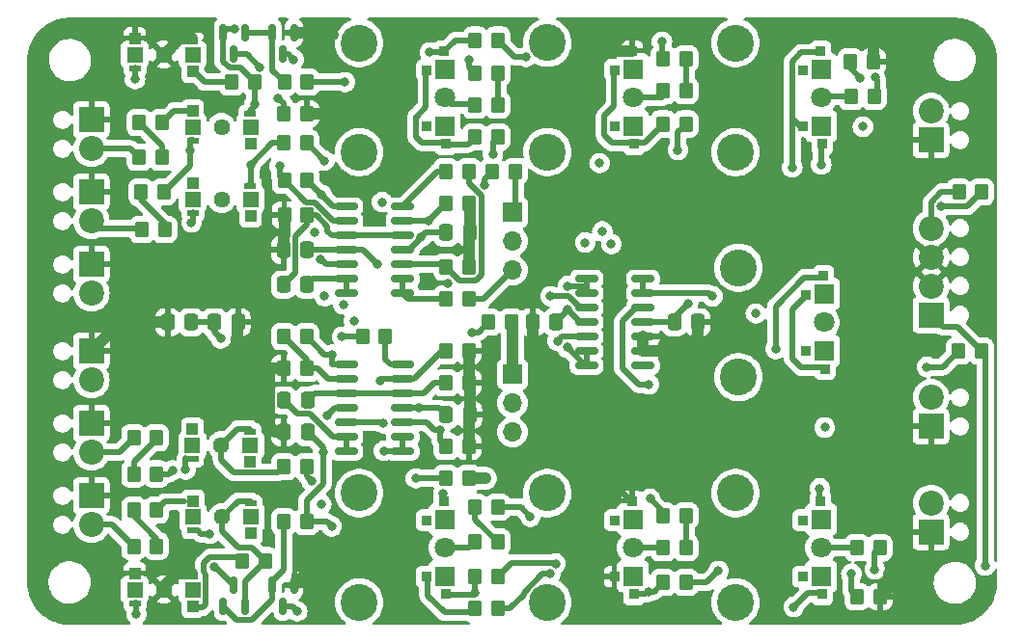
<source format=gbr>
%TF.GenerationSoftware,KiCad,Pcbnew,7.0.1*%
%TF.CreationDate,2023-09-03T00:34:55+01:00*%
%TF.ProjectId,noise-synth-card,6e6f6973-652d-4737-996e-74682d636172,rev?*%
%TF.SameCoordinates,Original*%
%TF.FileFunction,Copper,L4,Bot*%
%TF.FilePolarity,Positive*%
%FSLAX46Y46*%
G04 Gerber Fmt 4.6, Leading zero omitted, Abs format (unit mm)*
G04 Created by KiCad (PCBNEW 7.0.1) date 2023-09-03 00:34:55*
%MOMM*%
%LPD*%
G01*
G04 APERTURE LIST*
G04 Aperture macros list*
%AMRoundRect*
0 Rectangle with rounded corners*
0 $1 Rounding radius*
0 $2 $3 $4 $5 $6 $7 $8 $9 X,Y pos of 4 corners*
0 Add a 4 corners polygon primitive as box body*
4,1,4,$2,$3,$4,$5,$6,$7,$8,$9,$2,$3,0*
0 Add four circle primitives for the rounded corners*
1,1,$1+$1,$2,$3*
1,1,$1+$1,$4,$5*
1,1,$1+$1,$6,$7*
1,1,$1+$1,$8,$9*
0 Add four rect primitives between the rounded corners*
20,1,$1+$1,$2,$3,$4,$5,0*
20,1,$1+$1,$4,$5,$6,$7,0*
20,1,$1+$1,$6,$7,$8,$9,0*
20,1,$1+$1,$8,$9,$2,$3,0*%
G04 Aperture macros list end*
%TA.AperFunction,ComponentPad*%
%ADD10R,2.200000X2.200000*%
%TD*%
%TA.AperFunction,ComponentPad*%
%ADD11C,2.200000*%
%TD*%
%TA.AperFunction,ComponentPad*%
%ADD12C,3.240000*%
%TD*%
%TA.AperFunction,ComponentPad*%
%ADD13R,1.800000X1.800000*%
%TD*%
%TA.AperFunction,ComponentPad*%
%ADD14R,0.900000X0.899998*%
%TD*%
%TA.AperFunction,SMDPad,CuDef*%
%ADD15R,0.899998X0.899994*%
%TD*%
%TA.AperFunction,ComponentPad*%
%ADD16C,1.800000*%
%TD*%
%TA.AperFunction,ComponentPad*%
%ADD17R,0.899998X0.899994*%
%TD*%
%TA.AperFunction,ComponentPad*%
%ADD18R,1.440000X1.440000*%
%TD*%
%TA.AperFunction,SMDPad,CuDef*%
%ADD19R,1.020872X0.520869*%
%TD*%
%TA.AperFunction,ComponentPad*%
%ADD20R,1.000000X1.000000*%
%TD*%
%TA.AperFunction,ComponentPad*%
%ADD21C,1.440000*%
%TD*%
%TA.AperFunction,SMDPad,CuDef*%
%ADD22R,1.000000X0.499998*%
%TD*%
%TA.AperFunction,ComponentPad*%
%ADD23R,1.700000X1.700000*%
%TD*%
%TA.AperFunction,ComponentPad*%
%ADD24O,1.700000X1.700000*%
%TD*%
%TA.AperFunction,SMDPad,CuDef*%
%ADD25RoundRect,0.150000X-0.825000X-0.150000X0.825000X-0.150000X0.825000X0.150000X-0.825000X0.150000X0*%
%TD*%
%TA.AperFunction,SMDPad,CuDef*%
%ADD26RoundRect,0.250000X-0.350000X-0.450000X0.350000X-0.450000X0.350000X0.450000X-0.350000X0.450000X0*%
%TD*%
%TA.AperFunction,SMDPad,CuDef*%
%ADD27RoundRect,0.250000X0.337500X0.475000X-0.337500X0.475000X-0.337500X-0.475000X0.337500X-0.475000X0*%
%TD*%
%TA.AperFunction,SMDPad,CuDef*%
%ADD28RoundRect,0.150000X-0.150000X0.587500X-0.150000X-0.587500X0.150000X-0.587500X0.150000X0.587500X0*%
%TD*%
%TA.AperFunction,SMDPad,CuDef*%
%ADD29RoundRect,0.250000X0.350000X0.450000X-0.350000X0.450000X-0.350000X-0.450000X0.350000X-0.450000X0*%
%TD*%
%TA.AperFunction,SMDPad,CuDef*%
%ADD30RoundRect,0.250000X-0.337500X-0.475000X0.337500X-0.475000X0.337500X0.475000X-0.337500X0.475000X0*%
%TD*%
%TA.AperFunction,SMDPad,CuDef*%
%ADD31RoundRect,0.150000X0.150000X-0.587500X0.150000X0.587500X-0.150000X0.587500X-0.150000X-0.587500X0*%
%TD*%
%TA.AperFunction,ViaPad*%
%ADD32C,0.800000*%
%TD*%
%TA.AperFunction,Conductor*%
%ADD33C,0.500000*%
%TD*%
%TA.AperFunction,Conductor*%
%ADD34C,1.000000*%
%TD*%
G04 APERTURE END LIST*
D10*
%TO.P,J5,1,gnd*%
%TO.N,GND*%
X180975000Y-60198000D03*
D11*
%TO.P,J5,2,signal*%
%TO.N,/VCO-saw-square-0/VCO_OUT*%
X180975000Y-57658000D03*
%TD*%
D10*
%TO.P,J3,1,gnd*%
%TO.N,GND*%
X107315000Y-71120000D03*
D11*
%TO.P,J3,2,signal*%
%TO.N,Net-(J3-signal)*%
X107315000Y-73660000D03*
%TD*%
D12*
%TO.P,PT6,*%
%TO.N,*%
X163830000Y-61275000D03*
D13*
X171330000Y-58975000D03*
X171330000Y-53975000D03*
D12*
X163830000Y-51675000D03*
D14*
%TO.P,PT6,1,1*%
%TO.N,-12V*%
X169729800Y-59015000D03*
D15*
X171279200Y-52411000D03*
D16*
%TO.P,PT6,2,2*%
%TO.N,Net-(PT6-Pad2)*%
X171330000Y-56475000D03*
D15*
%TO.P,PT6,3,3*%
%TO.N,+12V*%
X171431600Y-60564400D03*
D17*
X169755200Y-54062000D03*
%TD*%
D10*
%TO.P,J1,1,gnd*%
%TO.N,GND*%
X107315000Y-58420000D03*
D11*
%TO.P,J1,2,signal*%
%TO.N,Net-(J1-signal)*%
X107315000Y-60960000D03*
%TD*%
D12*
%TO.P,PT2,*%
%TO.N,*%
X147320000Y-61263600D03*
D13*
X154820000Y-58963600D03*
X154820000Y-53963600D03*
D12*
X147320000Y-51663600D03*
D14*
%TO.P,PT2,1,1*%
%TO.N,GND*%
X153219800Y-59003600D03*
D15*
X154769200Y-52399600D03*
D16*
%TO.P,PT2,2,2*%
%TO.N,Net-(PT2-Pad2)*%
X154820000Y-56463600D03*
D15*
%TO.P,PT2,3,3*%
%TO.N,Net-(PT2-Pad3)*%
X154921600Y-60553000D03*
D17*
X153245200Y-54050600D03*
%TD*%
D10*
%TO.P,J11,1,gnd*%
%TO.N,GND*%
X180975000Y-85344000D03*
D11*
%TO.P,J11,2,signal*%
%TO.N,Net-(J11-signal)*%
X180975000Y-82804000D03*
%TD*%
D12*
%TO.P,PT12,*%
%TO.N,*%
X163830000Y-100812000D03*
D13*
X171330000Y-98512000D03*
X171330000Y-93512000D03*
D12*
X163830000Y-91212000D03*
D14*
%TO.P,PT12,1,1*%
%TO.N,-12V*%
X169729800Y-98552000D03*
D15*
X171279200Y-91948000D03*
D16*
%TO.P,PT12,2,2*%
%TO.N,Net-(PT12-Pad2)*%
X171330000Y-96012000D03*
D15*
%TO.P,PT12,3,3*%
%TO.N,+12V*%
X171431600Y-100101400D03*
D17*
X169755200Y-93599000D03*
%TD*%
D18*
%TO.P,PT11,*%
%TO.N,*%
X121259600Y-86995000D03*
X116179600Y-86995000D03*
D19*
%TO.P,PT11,1,1*%
%TO.N,Net-(PT11-Pad1)*%
X121244636Y-85812162D03*
D20*
X116179600Y-85572600D03*
D21*
%TO.P,PT11,2,2*%
X118719600Y-86995000D03*
D20*
%TO.P,PT11,3,3*%
%TO.N,Net-(J9-signal)*%
X121259600Y-88442800D03*
D22*
X116205000Y-88184799D03*
%TD*%
D18*
%TO.P,PT9,*%
%TO.N,*%
X121310400Y-93319600D03*
X116230400Y-93319600D03*
D19*
%TO.P,PT9,1,1*%
%TO.N,Net-(Q3-B)*%
X121295436Y-92136762D03*
D20*
X116230400Y-91897200D03*
D21*
%TO.P,PT9,2,2*%
X118770400Y-93319600D03*
D20*
%TO.P,PT9,3,3*%
%TO.N,Net-(PT9-Pad3)*%
X121310400Y-94767400D03*
D22*
X116255800Y-94509399D03*
%TD*%
D12*
%TO.P,PT8,*%
%TO.N,*%
X147320000Y-100812000D03*
D13*
X154820000Y-98512000D03*
X154820000Y-93512000D03*
D12*
X147320000Y-91212000D03*
D14*
%TO.P,PT8,1,1*%
%TO.N,GND*%
X153219800Y-98552000D03*
D15*
X154769200Y-91948000D03*
D16*
%TO.P,PT8,2,2*%
%TO.N,Net-(PT8-Pad2)*%
X154820000Y-96012000D03*
D15*
%TO.P,PT8,3,3*%
%TO.N,Net-(PT8-Pad3)*%
X154921600Y-100101400D03*
D17*
X153245200Y-93599000D03*
%TD*%
D23*
%TO.P,J6,1,saw*%
%TO.N,Net-(J6-saw)*%
X144272000Y-80772000D03*
D24*
%TO.P,J6,2,out*%
%TO.N,/VCO-saw-square-1/VCO_OUT*%
X144272000Y-83312000D03*
%TO.P,J6,3,square*%
%TO.N,Net-(J6-square)*%
X144272000Y-85852000D03*
%TD*%
D12*
%TO.P,PT7,*%
%TO.N,*%
X130810000Y-100812000D03*
D13*
X138310000Y-98512000D03*
X138310000Y-93512000D03*
D12*
X130810000Y-91212000D03*
D14*
%TO.P,PT7,1,1*%
%TO.N,Net-(PT7-Pad1)*%
X136709800Y-98552000D03*
D15*
X138259200Y-91948000D03*
D16*
%TO.P,PT7,2,2*%
%TO.N,Net-(PT7-Pad2)*%
X138310000Y-96012000D03*
D15*
%TO.P,PT7,3,3*%
%TO.N,Net-(PT7-Pad3)*%
X138411600Y-100101400D03*
D17*
X136735200Y-93599000D03*
%TD*%
D12*
%TO.P,PT1,*%
%TO.N,*%
X130810000Y-61275000D03*
D13*
X138310000Y-58975000D03*
X138310000Y-53975000D03*
D12*
X130810000Y-51675000D03*
D14*
%TO.P,PT1,1,1*%
%TO.N,Net-(PT1-Pad1)*%
X136709800Y-59015000D03*
D15*
X138259200Y-52411000D03*
D16*
%TO.P,PT1,2,2*%
%TO.N,Net-(PT1-Pad2)*%
X138310000Y-56475000D03*
D15*
%TO.P,PT1,3,3*%
%TO.N,Net-(PT1-Pad3)*%
X138411600Y-60564400D03*
D17*
X136735200Y-54062000D03*
%TD*%
D12*
%TO.P,PT13,*%
%TO.N,*%
X164084000Y-81026000D03*
D13*
X171584000Y-78726000D03*
X171584000Y-73726000D03*
D12*
X164084000Y-71426000D03*
D14*
%TO.P,PT13,1,1*%
%TO.N,Net-(U4B--)*%
X169983800Y-78766000D03*
D15*
X171533200Y-72162000D03*
D16*
%TO.P,PT13,2,2*%
%TO.N,Net-(U4A-+)*%
X171584000Y-76226000D03*
D15*
%TO.P,PT13,3,3*%
%TO.N,Net-(U4C--)*%
X171685600Y-80315400D03*
D17*
X170009200Y-73813000D03*
%TD*%
D18*
%TO.P,PT10,*%
%TO.N,*%
X116205000Y-99695000D03*
X111125000Y-99695000D03*
D19*
%TO.P,PT10,1,1*%
%TO.N,GND*%
X116190036Y-98512162D03*
D20*
X111125000Y-98272600D03*
D21*
%TO.P,PT10,2,2*%
X113665000Y-99695000D03*
D20*
%TO.P,PT10,3,3*%
%TO.N,Net-(PT10-Pad3)*%
X116205000Y-101142800D03*
D22*
X111150400Y-100884799D03*
%TD*%
D18*
%TO.P,PT5,*%
%TO.N,*%
X121285000Y-65405000D03*
X116205000Y-65405000D03*
D19*
%TO.P,PT5,1,1*%
%TO.N,Net-(PT5-Pad1)*%
X121270036Y-64222162D03*
D20*
X116205000Y-63982600D03*
D21*
%TO.P,PT5,2,2*%
X118745000Y-65405000D03*
D20*
%TO.P,PT5,3,3*%
%TO.N,Net-(J3-signal)*%
X121285000Y-66852800D03*
D22*
X116230400Y-66594799D03*
%TD*%
D18*
%TO.P,PT4,*%
%TO.N,*%
X116205000Y-52705000D03*
X111125000Y-52705000D03*
D19*
%TO.P,PT4,1,1*%
%TO.N,GND*%
X116190036Y-51522162D03*
D20*
X111125000Y-51282600D03*
D21*
%TO.P,PT4,2,2*%
X113665000Y-52705000D03*
D20*
%TO.P,PT4,3,3*%
%TO.N,Net-(PT4-Pad3)*%
X116205000Y-54152800D03*
D22*
X111150400Y-53894799D03*
%TD*%
D10*
%TO.P,J10,1,gnd*%
%TO.N,GND*%
X180975000Y-94615000D03*
D11*
%TO.P,J10,2,signal*%
%TO.N,/VCO-saw-square-1/VCO_OUT*%
X180975000Y-92075000D03*
%TD*%
D10*
%TO.P,J8,1,gnd*%
%TO.N,GND*%
X107315000Y-85090000D03*
D11*
%TO.P,J8,2,signal*%
%TO.N,Net-(J8-signal)*%
X107315000Y-87630000D03*
%TD*%
D18*
%TO.P,PT3,*%
%TO.N,*%
X121275000Y-59055000D03*
X116195000Y-59055000D03*
D19*
%TO.P,PT3,1,1*%
%TO.N,Net-(Q1-B)*%
X121260036Y-57872162D03*
D20*
X116195000Y-57632600D03*
D21*
%TO.P,PT3,2,2*%
X118735000Y-59055000D03*
D20*
%TO.P,PT3,3,3*%
%TO.N,Net-(PT3-Pad3)*%
X121275000Y-60502800D03*
D22*
X116220400Y-60244799D03*
%TD*%
D23*
%TO.P,J13,1,saw*%
%TO.N,Net-(J13-saw)*%
X144272000Y-66548000D03*
D24*
%TO.P,J13,2,out*%
%TO.N,/VCO-saw-square-0/VCO_OUT*%
X144272000Y-69088000D03*
%TO.P,J13,3,square*%
%TO.N,Net-(J13-square)*%
X144272000Y-71628000D03*
%TD*%
D10*
%TO.P,J4,1,-12v*%
%TO.N,-12V*%
X180975000Y-75565000D03*
D11*
%TO.P,J4,2,gnd*%
%TO.N,GND*%
X180975000Y-73025000D03*
%TO.P,J4,3,gnd*%
X180975000Y-70485000D03*
%TO.P,J4,4,+12v*%
%TO.N,+12V*%
X180975000Y-67945000D03*
%TD*%
D10*
%TO.P,J9,1,gnd*%
%TO.N,GND*%
X107315000Y-78740000D03*
D11*
%TO.P,J9,2,signal*%
%TO.N,Net-(J9-signal)*%
X107315000Y-81280000D03*
%TD*%
D10*
%TO.P,J7,1,gnd*%
%TO.N,GND*%
X107315000Y-91440000D03*
D11*
%TO.P,J7,2,signal*%
%TO.N,Net-(J7-signal)*%
X107315000Y-93980000D03*
%TD*%
D10*
%TO.P,J2,1,gnd*%
%TO.N,GND*%
X107315000Y-64770000D03*
D11*
%TO.P,J2,2,signal*%
%TO.N,Net-(J2-signal)*%
X107315000Y-67310000D03*
%TD*%
D25*
%TO.P,U4,1*%
%TO.N,Net-(J11-signal)*%
X150752000Y-80010000D03*
%TO.P,U4,2,-*%
X150752000Y-78740000D03*
%TO.P,U4,3,+*%
%TO.N,Net-(U4A-+)*%
X150752000Y-77470000D03*
%TO.P,U4,4,V+*%
%TO.N,+12V*%
X150752000Y-76200000D03*
%TO.P,U4,5,+*%
%TO.N,/VCO-saw-square-0/VCO_OUT*%
X150752000Y-74930000D03*
%TO.P,U4,6,-*%
%TO.N,Net-(U4B--)*%
X150752000Y-73660000D03*
%TO.P,U4,7*%
X150752000Y-72390000D03*
%TO.P,U4,8*%
%TO.N,Net-(U4C--)*%
X155702000Y-72390000D03*
%TO.P,U4,9,-*%
X155702000Y-73660000D03*
%TO.P,U4,10,+*%
%TO.N,/VCO-saw-square-1/VCO_OUT*%
X155702000Y-74930000D03*
%TO.P,U4,11,V-*%
%TO.N,-12V*%
X155702000Y-76200000D03*
%TO.P,U4,12,+*%
%TO.N,GND*%
X155702000Y-77470000D03*
%TO.P,U4,13,-*%
X155702000Y-78740000D03*
%TO.P,U4,14*%
%TO.N,unconnected-(U4-Pad14)*%
X155702000Y-80010000D03*
%TD*%
D26*
%TO.P,R30,1*%
%TO.N,Net-(PT12-Pad2)*%
X174498000Y-96012000D03*
%TO.P,R30,2*%
%TO.N,Net-(U3C--)*%
X176498000Y-96012000D03*
%TD*%
D27*
%TO.P,C11,1*%
%TO.N,GND*%
X140505000Y-68326000D03*
%TO.P,C11,2*%
%TO.N,-12V*%
X138430000Y-68326000D03*
%TD*%
%TO.P,C3,1*%
%TO.N,+12V*%
X116078000Y-76200000D03*
%TO.P,C3,2*%
%TO.N,GND*%
X114003000Y-76200000D03*
%TD*%
%TO.P,C10,1*%
%TO.N,GND*%
X160528000Y-76200000D03*
%TO.P,C10,2*%
%TO.N,-12V*%
X158453000Y-76200000D03*
%TD*%
D28*
%TO.P,Q2,1,B*%
%TO.N,Net-(Q1-E)*%
X123190000Y-50800000D03*
%TO.P,Q2,2,E*%
%TO.N,GND*%
X125090000Y-50800000D03*
%TO.P,Q2,3,C*%
%TO.N,Net-(D1-K)*%
X124140000Y-52675000D03*
%TD*%
D29*
%TO.P,R13,1*%
%TO.N,GND*%
X140430000Y-65786000D03*
%TO.P,R13,2*%
%TO.N,Net-(U2C--)*%
X138430000Y-65786000D03*
%TD*%
%TO.P,R21,1*%
%TO.N,-12V*%
X142970000Y-98552000D03*
%TO.P,R21,2*%
%TO.N,Net-(PT7-Pad3)*%
X140970000Y-98552000D03*
%TD*%
D27*
%TO.P,C12,1*%
%TO.N,GND*%
X140505000Y-84328000D03*
%TO.P,C12,2*%
%TO.N,-12V*%
X138430000Y-84328000D03*
%TD*%
D26*
%TO.P,R12,1*%
%TO.N,GND*%
X124238000Y-66802000D03*
%TO.P,R12,2*%
%TO.N,Net-(U2B-+)*%
X126238000Y-66802000D03*
%TD*%
D30*
%TO.P,C6,1*%
%TO.N,Net-(U3A--)*%
X124206000Y-83058000D03*
%TO.P,C6,2*%
%TO.N,Net-(U3B-+)*%
X126281000Y-83058000D03*
%TD*%
D25*
%TO.P,U3,1*%
%TO.N,Net-(U3A--)*%
X129670000Y-87565000D03*
%TO.P,U3,2,-*%
X129670000Y-86295000D03*
%TO.P,U3,3,+*%
%TO.N,Net-(D2-K)*%
X129670000Y-85025000D03*
%TO.P,U3,4,V+*%
%TO.N,+12V*%
X129670000Y-83755000D03*
%TO.P,U3,5,+*%
%TO.N,Net-(U3B-+)*%
X129670000Y-82485000D03*
%TO.P,U3,6,-*%
%TO.N,Net-(U3B--)*%
X129670000Y-81215000D03*
%TO.P,U3,7*%
%TO.N,Net-(R36-Pad1)*%
X129670000Y-79945000D03*
%TO.P,U3,8*%
%TO.N,Net-(R34-Pad2)*%
X134620000Y-79945000D03*
%TO.P,U3,9,-*%
%TO.N,Net-(U3C--)*%
X134620000Y-81215000D03*
%TO.P,U3,10,+*%
%TO.N,Net-(U3B-+)*%
X134620000Y-82485000D03*
%TO.P,U3,11,V-*%
%TO.N,-12V*%
X134620000Y-83755000D03*
%TO.P,U3,12,+*%
%TO.N,Net-(U3D-+)*%
X134620000Y-85025000D03*
%TO.P,U3,13,-*%
%TO.N,Net-(U3D--)*%
X134620000Y-86295000D03*
%TO.P,U3,14*%
X134620000Y-87565000D03*
%TD*%
D26*
%TO.P,R33,1*%
%TO.N,GND*%
X124206000Y-80264000D03*
%TO.P,R33,2*%
%TO.N,Net-(U3B--)*%
X126206000Y-80264000D03*
%TD*%
D29*
%TO.P,R41,1*%
%TO.N,Net-(D7-A)*%
X185420000Y-64770000D03*
%TO.P,R41,2*%
%TO.N,+12V*%
X183420000Y-64770000D03*
%TD*%
%TO.P,R22,1*%
%TO.N,-12V*%
X159480000Y-99060000D03*
%TO.P,R22,2*%
%TO.N,Net-(PT8-Pad3)*%
X157480000Y-99060000D03*
%TD*%
D28*
%TO.P,Q4,1,B*%
%TO.N,Net-(Q3-E)*%
X123190000Y-99314000D03*
%TO.P,Q4,2,E*%
%TO.N,GND*%
X125090000Y-99314000D03*
%TO.P,Q4,3,C*%
%TO.N,Net-(D2-K)*%
X124140000Y-101189000D03*
%TD*%
D26*
%TO.P,R1,1*%
%TO.N,Net-(PT1-Pad1)*%
X140995400Y-51435000D03*
%TO.P,R1,2*%
%TO.N,+12V*%
X142995400Y-51435000D03*
%TD*%
%TO.P,R29,1*%
%TO.N,Net-(PT11-Pad1)*%
X124206000Y-88900000D03*
%TO.P,R29,2*%
%TO.N,Net-(U3C--)*%
X126206000Y-88900000D03*
%TD*%
%TO.P,R19,1*%
%TO.N,Net-(U2D--)*%
X138430000Y-74168000D03*
%TO.P,R19,2*%
%TO.N,Net-(J13-square)*%
X140430000Y-74168000D03*
%TD*%
%TO.P,R24,1*%
%TO.N,Net-(J7-signal)*%
X111030000Y-95885000D03*
%TO.P,R24,2*%
%TO.N,Net-(R24-Pad2)*%
X113030000Y-95885000D03*
%TD*%
%TO.P,R34,1*%
%TO.N,Net-(U3D-+)*%
X131096000Y-77470000D03*
%TO.P,R34,2*%
%TO.N,Net-(R34-Pad2)*%
X133096000Y-77470000D03*
%TD*%
%TO.P,R28,1*%
%TO.N,Net-(Q3-E)*%
X124206000Y-93726000D03*
%TO.P,R28,2*%
%TO.N,+12V*%
X126206000Y-93726000D03*
%TD*%
%TO.P,R7,1*%
%TO.N,Net-(PT1-Pad2)*%
X140970000Y-57150000D03*
%TO.P,R7,2*%
%TO.N,Net-(R7-Pad2)*%
X142970000Y-57150000D03*
%TD*%
D31*
%TO.P,Q3,1,B*%
%TO.N,Net-(Q3-B)*%
X120772000Y-101189000D03*
%TO.P,Q3,2,E*%
%TO.N,Net-(Q3-E)*%
X118872000Y-101189000D03*
%TO.P,Q3,3,C*%
%TO.N,-12V*%
X119822000Y-99314000D03*
%TD*%
D26*
%TO.P,R4,1*%
%TO.N,Net-(J2-signal)*%
X111760000Y-68072000D03*
%TO.P,R4,2*%
%TO.N,Net-(R4-Pad2)*%
X113760000Y-68072000D03*
%TD*%
%TO.P,R37,1*%
%TO.N,Net-(R36-Pad1)*%
X142154400Y-76200000D03*
%TO.P,R37,2*%
%TO.N,Net-(J6-saw)*%
X144154400Y-76200000D03*
%TD*%
D27*
%TO.P,C9,1*%
%TO.N,GND*%
X120185000Y-76200000D03*
%TO.P,C9,2*%
%TO.N,+12V*%
X118110000Y-76200000D03*
%TD*%
D26*
%TO.P,TH3,1*%
%TO.N,Net-(R4-Pad2)*%
X111665000Y-64770000D03*
%TO.P,TH3,2*%
%TO.N,Net-(PT3-Pad3)*%
X113665000Y-64770000D03*
%TD*%
D29*
%TO.P,R40,1*%
%TO.N,GND*%
X175904400Y-53340000D03*
%TO.P,R40,2*%
%TO.N,Net-(D5-K)*%
X173904400Y-53340000D03*
%TD*%
%TO.P,R32,1*%
%TO.N,GND*%
X140430000Y-78740000D03*
%TO.P,R32,2*%
%TO.N,Net-(U3C--)*%
X138430000Y-78740000D03*
%TD*%
D26*
%TO.P,R5,1*%
%TO.N,Net-(J1-signal)*%
X111506000Y-61722000D03*
%TO.P,R5,2*%
%TO.N,Net-(R5-Pad2)*%
X113506000Y-61722000D03*
%TD*%
D29*
%TO.P,TH4,1*%
%TO.N,Net-(R7-Pad2)*%
X142970000Y-54356000D03*
%TO.P,TH4,2*%
%TO.N,Net-(Q1-B)*%
X140970000Y-54356000D03*
%TD*%
%TO.P,R39,1*%
%TO.N,GND*%
X176498000Y-100314000D03*
%TO.P,R39,2*%
%TO.N,Net-(D3-A)*%
X174498000Y-100314000D03*
%TD*%
D26*
%TO.P,R11,1*%
%TO.N,Net-(PT6-Pad2)*%
X173990000Y-56388000D03*
%TO.P,R11,2*%
%TO.N,Net-(U2C--)*%
X175990000Y-56388000D03*
%TD*%
%TO.P,R8,1*%
%TO.N,Net-(PT4-Pad3)*%
X119634000Y-55118000D03*
%TO.P,R8,2*%
%TO.N,Net-(Q1-B)*%
X121634000Y-55118000D03*
%TD*%
D29*
%TO.P,TH5,1*%
%TO.N,Net-(R25-Pad2)*%
X159480000Y-93218000D03*
%TO.P,TH5,2*%
%TO.N,Net-(Q3-B)*%
X157480000Y-93218000D03*
%TD*%
D25*
%TO.P,U2,1*%
%TO.N,Net-(U2A--)*%
X129670000Y-73660000D03*
%TO.P,U2,2,-*%
X129670000Y-72390000D03*
%TO.P,U2,3,+*%
%TO.N,Net-(D1-K)*%
X129670000Y-71120000D03*
%TO.P,U2,4,V+*%
%TO.N,+12V*%
X129670000Y-69850000D03*
%TO.P,U2,5,+*%
%TO.N,Net-(U2B-+)*%
X129670000Y-68580000D03*
%TO.P,U2,6,-*%
%TO.N,Net-(U2B--)*%
X129670000Y-67310000D03*
%TO.P,U2,7*%
%TO.N,Net-(R17-Pad1)*%
X129670000Y-66040000D03*
%TO.P,U2,8*%
%TO.N,Net-(R15-Pad2)*%
X134620000Y-66040000D03*
%TO.P,U2,9,-*%
%TO.N,Net-(U2C--)*%
X134620000Y-67310000D03*
%TO.P,U2,10,+*%
%TO.N,Net-(U2B-+)*%
X134620000Y-68580000D03*
%TO.P,U2,11,V-*%
%TO.N,-12V*%
X134620000Y-69850000D03*
%TO.P,U2,12,+*%
%TO.N,Net-(U2D-+)*%
X134620000Y-71120000D03*
%TO.P,U2,13,-*%
%TO.N,Net-(U2D--)*%
X134620000Y-72390000D03*
%TO.P,U2,14*%
X134620000Y-73660000D03*
%TD*%
D26*
%TO.P,R26,1*%
%TO.N,Net-(PT7-Pad2)*%
X140970000Y-95504000D03*
%TO.P,R26,2*%
%TO.N,Net-(R26-Pad2)*%
X142970000Y-95504000D03*
%TD*%
%TO.P,R6,1*%
%TO.N,Net-(PT2-Pad2)*%
X157480000Y-55880000D03*
%TO.P,R6,2*%
%TO.N,Net-(R6-Pad2)*%
X159480000Y-55880000D03*
%TD*%
%TO.P,R20,1*%
%TO.N,Net-(PT7-Pad1)*%
X140970000Y-101346000D03*
%TO.P,R20,2*%
%TO.N,+12V*%
X142970000Y-101346000D03*
%TD*%
D29*
%TO.P,R17,1*%
%TO.N,Net-(R17-Pad1)*%
X126238000Y-63754000D03*
%TO.P,R17,2*%
%TO.N,Net-(U2B--)*%
X124238000Y-63754000D03*
%TD*%
D26*
%TO.P,R23,1*%
%TO.N,Net-(J8-signal)*%
X111030000Y-86360000D03*
%TO.P,R23,2*%
%TO.N,Net-(R23-Pad2)*%
X113030000Y-86360000D03*
%TD*%
%TO.P,TH6,1*%
%TO.N,Net-(R24-Pad2)*%
X111039400Y-92710000D03*
%TO.P,TH6,2*%
%TO.N,Net-(Q3-B)*%
X113039400Y-92710000D03*
%TD*%
D27*
%TO.P,C7,1*%
%TO.N,+12V*%
X126238000Y-69850000D03*
%TO.P,C7,2*%
%TO.N,GND*%
X124163000Y-69850000D03*
%TD*%
D26*
%TO.P,TH7,1*%
%TO.N,Net-(R23-Pad2)*%
X111030000Y-89535000D03*
%TO.P,TH7,2*%
%TO.N,Net-(PT9-Pad3)*%
X113030000Y-89535000D03*
%TD*%
%TO.P,R9,1*%
%TO.N,Net-(Q1-E)*%
X124238000Y-55118000D03*
%TO.P,R9,2*%
%TO.N,+12V*%
X126238000Y-55118000D03*
%TD*%
D27*
%TO.P,C1,1*%
%TO.N,+12V*%
X148082000Y-76200000D03*
%TO.P,C1,2*%
%TO.N,GND*%
X146007000Y-76200000D03*
%TD*%
%TO.P,C4,1*%
%TO.N,Net-(U2A--)*%
X126238000Y-72898000D03*
%TO.P,C4,2*%
%TO.N,Net-(U2B-+)*%
X124163000Y-72898000D03*
%TD*%
D26*
%TO.P,R25,1*%
%TO.N,Net-(PT8-Pad2)*%
X157480000Y-96012000D03*
%TO.P,R25,2*%
%TO.N,Net-(R25-Pad2)*%
X159480000Y-96012000D03*
%TD*%
D29*
%TO.P,TH1,1*%
%TO.N,Net-(R6-Pad2)*%
X159480000Y-53086000D03*
%TO.P,TH1,2*%
%TO.N,Net-(Q1-B)*%
X157480000Y-53086000D03*
%TD*%
D26*
%TO.P,R42,1*%
%TO.N,Net-(D8-K)*%
X183388000Y-78740000D03*
%TO.P,R42,2*%
%TO.N,-12V*%
X185388000Y-78740000D03*
%TD*%
D29*
%TO.P,R35,1*%
%TO.N,GND*%
X140430000Y-87122000D03*
%TO.P,R35,2*%
%TO.N,Net-(U3D-+)*%
X138430000Y-87122000D03*
%TD*%
D26*
%TO.P,TH2,1*%
%TO.N,Net-(R5-Pad2)*%
X111506000Y-58674000D03*
%TO.P,TH2,2*%
%TO.N,Net-(Q1-B)*%
X113506000Y-58674000D03*
%TD*%
D29*
%TO.P,R16,1*%
%TO.N,GND*%
X140430000Y-71374000D03*
%TO.P,R16,2*%
%TO.N,Net-(U2D-+)*%
X138430000Y-71374000D03*
%TD*%
%TO.P,R2,1*%
%TO.N,-12V*%
X142970000Y-59944000D03*
%TO.P,R2,2*%
%TO.N,Net-(PT1-Pad3)*%
X140970000Y-59944000D03*
%TD*%
D26*
%TO.P,R18,1*%
%TO.N,Net-(R17-Pad1)*%
X142494000Y-62992000D03*
%TO.P,R18,2*%
%TO.N,Net-(J13-saw)*%
X144494000Y-62992000D03*
%TD*%
D29*
%TO.P,R36,1*%
%TO.N,Net-(R36-Pad1)*%
X126206000Y-77470000D03*
%TO.P,R36,2*%
%TO.N,Net-(U3B--)*%
X124206000Y-77470000D03*
%TD*%
%TO.P,R15,1*%
%TO.N,Net-(U2D-+)*%
X140430000Y-62992000D03*
%TO.P,R15,2*%
%TO.N,Net-(R15-Pad2)*%
X138430000Y-62992000D03*
%TD*%
D27*
%TO.P,C8,1*%
%TO.N,+12V*%
X126281000Y-85852000D03*
%TO.P,C8,2*%
%TO.N,GND*%
X124206000Y-85852000D03*
%TD*%
D26*
%TO.P,R10,1*%
%TO.N,Net-(PT5-Pad1)*%
X124206000Y-60452000D03*
%TO.P,R10,2*%
%TO.N,Net-(U2C--)*%
X126206000Y-60452000D03*
%TD*%
D29*
%TO.P,R3,1*%
%TO.N,-12V*%
X159480000Y-58801000D03*
%TO.P,R3,2*%
%TO.N,Net-(PT2-Pad3)*%
X157480000Y-58801000D03*
%TD*%
%TO.P,R31,1*%
%TO.N,GND*%
X140430000Y-81534000D03*
%TO.P,R31,2*%
%TO.N,Net-(U3B-+)*%
X138430000Y-81534000D03*
%TD*%
D28*
%TO.P,Q1,1,B*%
%TO.N,Net-(Q1-B)*%
X118872000Y-50800000D03*
%TO.P,Q1,2,E*%
%TO.N,Net-(Q1-E)*%
X120772000Y-50800000D03*
%TO.P,Q1,3,C*%
%TO.N,-12V*%
X119822000Y-52675000D03*
%TD*%
D26*
%TO.P,R38,1*%
%TO.N,Net-(U3D--)*%
X138430000Y-89916000D03*
%TO.P,R38,2*%
%TO.N,Net-(J6-square)*%
X140430000Y-89916000D03*
%TD*%
D29*
%TO.P,R14,1*%
%TO.N,GND*%
X126206000Y-57912000D03*
%TO.P,R14,2*%
%TO.N,Net-(U2B--)*%
X124206000Y-57912000D03*
%TD*%
D26*
%TO.P,TH8,1*%
%TO.N,Net-(R26-Pad2)*%
X140970000Y-92456000D03*
%TO.P,TH8,2*%
%TO.N,Net-(Q3-B)*%
X142970000Y-92456000D03*
%TD*%
%TO.P,R27,1*%
%TO.N,Net-(PT10-Pad3)*%
X120555000Y-97155000D03*
%TO.P,R27,2*%
%TO.N,Net-(Q3-B)*%
X122555000Y-97155000D03*
%TD*%
D32*
%TO.N,Net-(D1-K)*%
X127369700Y-70699500D03*
X125077544Y-53126919D03*
X127777619Y-73921026D03*
%TO.N,GND*%
X128016000Y-57912000D03*
X175920400Y-51435000D03*
X177292000Y-98298000D03*
X151790399Y-52324001D03*
X140430000Y-70037500D03*
X126238000Y-96266000D03*
X151899298Y-90932000D03*
X159265438Y-78840000D03*
X120396000Y-77876400D03*
X128549400Y-50927000D03*
X124192250Y-68639046D03*
X130302000Y-56642000D03*
X113944400Y-73406000D03*
X138582400Y-72771000D03*
X179175000Y-80010000D03*
X146050000Y-77978000D03*
X140430000Y-85852000D03*
%TO.N,+12V*%
X151892002Y-62230000D03*
X171348400Y-62357000D03*
X129565400Y-55118000D03*
X128397000Y-94132400D03*
X149094212Y-75057000D03*
X168935400Y-101219000D03*
X118668800Y-77622400D03*
X145440400Y-52903844D03*
X147599400Y-98298000D03*
X128016000Y-84429600D03*
X127655611Y-87579200D03*
X132370700Y-71120000D03*
X152146000Y-68238500D03*
%TO.N,-12V*%
X171221400Y-90805000D03*
X168808400Y-62611000D03*
X162331400Y-98044000D03*
X118059200Y-97688400D03*
X148040554Y-97401123D03*
X185720901Y-97577622D03*
X158775400Y-61087000D03*
X136243592Y-68750500D03*
X142544800Y-61468000D03*
X122072400Y-53797200D03*
X152933400Y-69342000D03*
X159664400Y-74549000D03*
X150647400Y-69215000D03*
X136042400Y-83755000D03*
%TO.N,Net-(U2C--)*%
X136906000Y-67310000D03*
X176066736Y-54717664D03*
X127758700Y-62004700D03*
%TO.N,Net-(J3-signal)*%
X116103400Y-67437000D03*
%TO.N,Net-(D2-K)*%
X132929000Y-85090000D03*
X125374400Y-101600000D03*
%TO.N,Net-(PT1-Pad1)*%
X137007600Y-52512600D03*
%TO.N,Net-(PT4-Pad3)*%
X111150400Y-54864000D03*
%TO.N,Net-(PT5-Pad1)*%
X121310400Y-62357000D03*
%TO.N,Net-(U2B--)*%
X123723400Y-56515000D03*
X123850400Y-62484000D03*
%TO.N,Net-(R17-Pad1)*%
X141814815Y-64179490D03*
X127533400Y-65024000D03*
%TO.N,unconnected-(U1-Pad4)*%
X132816600Y-65659000D03*
X129401582Y-74621984D03*
X130336766Y-76092616D03*
%TO.N,unconnected-(U1-Pad11)*%
X126898400Y-68326000D03*
%TO.N,Net-(Q1-B)*%
X119872500Y-50419000D03*
X121634000Y-57023000D03*
X140425321Y-53157244D03*
X157378400Y-51562000D03*
%TO.N,Net-(PT3-Pad3)*%
X115976400Y-61087000D03*
%TO.N,Net-(J9-signal)*%
X115595400Y-89154000D03*
%TO.N,Net-(D3-A)*%
X173990000Y-98298000D03*
%TO.N,Net-(J11-signal)*%
X171653200Y-85445600D03*
X149051505Y-78426625D03*
%TO.N,Net-(PT7-Pad1)*%
X138201400Y-91215500D03*
%TO.N,Net-(PT7-Pad3)*%
X140995400Y-99949000D03*
%TO.N,Net-(PT8-Pad3)*%
X156169999Y-99862002D03*
%TO.N,Net-(Q3-B)*%
X127481000Y-92175000D03*
X145821400Y-93282000D03*
X156338798Y-91717602D03*
%TO.N,Net-(PT9-Pad3)*%
X117703600Y-94792800D03*
X114430527Y-89217259D03*
%TO.N,Net-(PT10-Pad3)*%
X111277400Y-101854000D03*
%TO.N,Net-(U3C--)*%
X126644400Y-90170000D03*
X176047400Y-97917000D03*
X132675500Y-81345001D03*
%TO.N,Net-(U3D-+)*%
X137900278Y-85644903D03*
X129311400Y-77470000D03*
%TO.N,Net-(R36-Pad1)*%
X140741400Y-77089000D03*
X128427929Y-79046847D03*
%TO.N,Net-(U3D--)*%
X135788400Y-89916000D03*
X132994400Y-87503000D03*
%TO.N,Net-(D5-K)*%
X174777400Y-54737000D03*
%TO.N,/VCO-saw-square-0/VCO_OUT*%
X147599400Y-73914000D03*
X175006000Y-59029600D03*
%TO.N,/VCO-saw-square-1/VCO_OUT*%
X156235400Y-81661000D03*
%TO.N,Net-(J6-square)*%
X141884400Y-89916000D03*
%TO.N,Net-(U4A-+)*%
X165608000Y-75438000D03*
X148234400Y-77851000D03*
%TO.N,Net-(D7-A)*%
X181864000Y-66040000D03*
%TO.N,Net-(D8-K)*%
X180619400Y-80137000D03*
%TO.N,Net-(U4B--)*%
X149123400Y-73025000D03*
X167334900Y-78562500D03*
%TO.N,Net-(U4C--)*%
X161803809Y-73933591D03*
%TD*%
D33*
%TO.N,Net-(PT11-Pad1)*%
X119794367Y-89392800D02*
X118719600Y-88318033D01*
X123713200Y-89392800D02*
X119794367Y-89392800D01*
X118719600Y-88318033D02*
X118719599Y-86995001D01*
X124206000Y-88900000D02*
X123713200Y-89392800D01*
%TO.N,Net-(PT9-Pad3)*%
X116916200Y-94792800D02*
X117703600Y-94792800D01*
X116638400Y-94515000D02*
X116916200Y-94792800D01*
%TO.N,Net-(D1-K)*%
X130435660Y-71120000D02*
X127914400Y-71120000D01*
X124625625Y-52675000D02*
X125077544Y-53126919D01*
X127493900Y-70699500D02*
X127369700Y-70699500D01*
X129670000Y-71120000D02*
X127914400Y-71120000D01*
X127914400Y-71120000D02*
X127493900Y-70699500D01*
X124140000Y-52675000D02*
X124625625Y-52675000D01*
D34*
%TO.N,GND*%
X113665000Y-99395000D02*
X114785000Y-98275000D01*
X159165438Y-78740000D02*
X159265438Y-78840000D01*
X123469400Y-85852000D02*
X122918500Y-85301100D01*
X155702000Y-77470000D02*
X155702000Y-78740000D01*
X140430000Y-87122000D02*
X140430000Y-84403000D01*
X140430000Y-68401000D02*
X140430000Y-70037500D01*
X126206000Y-57912000D02*
X128016000Y-57912000D01*
X124163000Y-68668296D02*
X124192250Y-68639046D01*
X122783600Y-80264000D02*
X120396000Y-77876400D01*
X159283400Y-78740000D02*
X160528000Y-77495400D01*
X124206000Y-85852000D02*
X123469400Y-85852000D01*
X109855000Y-76200000D02*
X107315000Y-78740000D01*
X140505000Y-84328000D02*
X140505000Y-81609000D01*
X130302000Y-56642000D02*
X129032000Y-57912000D01*
X113665000Y-99695000D02*
X113665000Y-99395000D01*
X126238000Y-98166000D02*
X126238000Y-96266000D01*
X155702000Y-78740000D02*
X159165438Y-78740000D01*
D33*
X153651600Y-90932000D02*
X151899298Y-90932000D01*
D34*
X120167400Y-76217600D02*
X120167400Y-77647800D01*
X175904400Y-53340000D02*
X175920400Y-53324000D01*
X120167400Y-77647800D02*
X120396000Y-77876400D01*
X151790399Y-52324001D02*
X151829998Y-52363600D01*
D33*
X154769200Y-92049600D02*
X153651600Y-90932000D01*
D34*
X125090000Y-99314000D02*
X126238000Y-98166000D01*
X160528000Y-77495400D02*
X160528000Y-76200000D01*
X124238000Y-68593296D02*
X124192250Y-68639046D01*
X125090000Y-50800000D02*
X128422400Y-50800000D01*
X128422400Y-50800000D02*
X128549400Y-50927000D01*
X122918500Y-80264000D02*
X124206000Y-80264000D01*
X113665000Y-52705000D02*
X115085000Y-51285000D01*
X146050000Y-77978000D02*
X146050000Y-76243000D01*
X124163000Y-69850000D02*
X124163000Y-68668296D01*
X140430000Y-71374000D02*
X140430000Y-70037500D01*
X140505000Y-68326000D02*
X140505000Y-65861000D01*
X124238000Y-66802000D02*
X124238000Y-68593296D01*
X177292000Y-99520000D02*
X176498000Y-100314000D01*
X177292000Y-98298000D02*
X177292000Y-99520000D01*
X129032000Y-57912000D02*
X128016000Y-57912000D01*
X146007000Y-76200000D02*
X146007000Y-77649000D01*
X140430000Y-80010000D02*
X140430000Y-81534000D01*
X114003000Y-76200000D02*
X109855000Y-76200000D01*
X115085000Y-51285000D02*
X116179600Y-51285000D01*
X155702000Y-78740000D02*
X159283400Y-78740000D01*
X124206000Y-80264000D02*
X122783600Y-80264000D01*
X175920400Y-53324000D02*
X175920400Y-51435000D01*
X140430000Y-78740000D02*
X140430000Y-80010000D01*
X114785000Y-98275000D02*
X116179600Y-98275000D01*
X151829998Y-52363600D02*
X154769200Y-52363600D01*
X120185000Y-76200000D02*
X120167400Y-76217600D01*
X122918500Y-85301100D02*
X122918500Y-80264000D01*
D33*
%TO.N,Net-(U2A--)*%
X126238000Y-72898000D02*
X126746000Y-72390000D01*
X129670000Y-73660000D02*
X129670000Y-72390000D01*
X126746000Y-72390000D02*
X129670000Y-72390000D01*
%TO.N,Net-(U2B-+)*%
X126238000Y-66802000D02*
X127052156Y-66802000D01*
X128422400Y-68580000D02*
X129670000Y-68580000D01*
X129670000Y-68580000D02*
X134620000Y-68580000D01*
X128041400Y-68199000D02*
X128422400Y-68580000D01*
X124163000Y-72898000D02*
X125200500Y-71860500D01*
X127052156Y-66802000D02*
X128041400Y-67791244D01*
X125200500Y-68691825D02*
X126238000Y-67654325D01*
X128041400Y-67791244D02*
X128041400Y-68199000D01*
X126238000Y-67654325D02*
X126238000Y-66802000D01*
X125200500Y-71860500D02*
X125200500Y-68691825D01*
%TO.N,+12V*%
X127990600Y-93726000D02*
X128397000Y-94132400D01*
X129670000Y-69850000D02*
X126238000Y-69850000D01*
X171313400Y-62322000D02*
X171348400Y-62357000D01*
X128690600Y-83755000D02*
X128016000Y-84429600D01*
X118110000Y-76200000D02*
X118110000Y-77063600D01*
X145250000Y-100139400D02*
X145250000Y-99954577D01*
X131100700Y-69850000D02*
X132370700Y-71120000D01*
X142970000Y-101346000D02*
X144043400Y-101346000D01*
X127655611Y-87226611D02*
X127655611Y-87579200D01*
X171431600Y-99974400D02*
X170180000Y-99974400D01*
X129670000Y-69850000D02*
X131100700Y-69850000D01*
X118110000Y-77063600D02*
X118668800Y-77622400D01*
X149094212Y-75095740D02*
X149094212Y-75057000D01*
X180975000Y-65668375D02*
X180975000Y-67945000D01*
X144043400Y-101346000D02*
X145250000Y-100139400D01*
X149094212Y-75187788D02*
X149094212Y-75057000D01*
X116078000Y-76200000D02*
X118110000Y-76200000D01*
X170180000Y-99974400D02*
X168935400Y-101219000D01*
X171313400Y-60437400D02*
X171313400Y-62322000D01*
X146906577Y-98298000D02*
X147599400Y-98298000D01*
X150752000Y-76200000D02*
X150198472Y-76200000D01*
X126206000Y-93726000D02*
X126206000Y-91862579D01*
X127655611Y-90412968D02*
X127655611Y-87579200D01*
X126206000Y-91862579D02*
X127655611Y-90412968D01*
X150198472Y-76200000D02*
X149094212Y-75095740D01*
X183420000Y-64770000D02*
X181873375Y-64770000D01*
X142995400Y-51435000D02*
X144464244Y-52903844D01*
X144464244Y-52903844D02*
X145440400Y-52903844D01*
X126238000Y-55118000D02*
X129565400Y-55118000D01*
X129670000Y-83755000D02*
X128690600Y-83755000D01*
X126281000Y-85852000D02*
X127655611Y-87226611D01*
X148082000Y-76200000D02*
X149094212Y-75187788D01*
X181873375Y-64770000D02*
X180975000Y-65668375D01*
X126206000Y-93726000D02*
X127990600Y-93726000D01*
X145250000Y-99954577D02*
X146906577Y-98298000D01*
%TO.N,Net-(J1-signal)*%
X107315000Y-60960000D02*
X110744000Y-60960000D01*
X110744000Y-60960000D02*
X111506000Y-61722000D01*
%TO.N,Net-(J2-signal)*%
X108000800Y-67995800D02*
X111683800Y-67995800D01*
X111683800Y-67995800D02*
X111760000Y-68072000D01*
X107315000Y-67310000D02*
X108000800Y-67995800D01*
%TO.N,Net-(PT1-Pad2)*%
X138858000Y-57023000D02*
X138310000Y-56475000D01*
X140843000Y-57023000D02*
X138858000Y-57023000D01*
X140970000Y-57150000D02*
X140843000Y-57023000D01*
%TO.N,-12V*%
X119822000Y-52675000D02*
X120950200Y-52675000D01*
X138430000Y-68326000D02*
X136668092Y-68326000D01*
X119822000Y-99314000D02*
X118196400Y-97688400D01*
X185764501Y-97534022D02*
X185720901Y-97577622D01*
X147960931Y-97321500D02*
X148040554Y-97401123D01*
X185388000Y-78740000D02*
X185764501Y-79116501D01*
X142970000Y-59944000D02*
X142544800Y-60369200D01*
X158453000Y-76200000D02*
X158453000Y-75760400D01*
X180975000Y-75565000D02*
X182025000Y-76615000D01*
X136668092Y-68326000D02*
X136045000Y-68949092D01*
X158453000Y-75760400D02*
X159664400Y-74549000D01*
X171221400Y-91890200D02*
X171279200Y-91948000D01*
X155702000Y-76200000D02*
X158013400Y-76200000D01*
X158775400Y-59505600D02*
X158775400Y-61087000D01*
X142544800Y-60369200D02*
X142544800Y-61468000D01*
X161315400Y-99060000D02*
X162331400Y-98044000D01*
X159480000Y-99060000D02*
X161315400Y-99060000D01*
X185764501Y-79116501D02*
X185764501Y-97534022D01*
X169606204Y-52512600D02*
X168808400Y-53310404D01*
X120950200Y-52675000D02*
X122072400Y-53797200D01*
X168808400Y-58293000D02*
X168808400Y-62611000D01*
X134620000Y-83755000D02*
X136042400Y-83755000D01*
X169530400Y-59015000D02*
X168808400Y-58293000D01*
X171221400Y-90805000D02*
X171221400Y-91890200D01*
X183263000Y-76615000D02*
X185388000Y-78740000D01*
X144200500Y-97321500D02*
X147960931Y-97321500D01*
X168808400Y-53310404D02*
X168808400Y-58293000D01*
X136045000Y-68949092D02*
X136045000Y-68978528D01*
X171279200Y-52512600D02*
X169606204Y-52512600D01*
X137857000Y-83755000D02*
X136042400Y-83755000D01*
X136045000Y-68978528D02*
X135173528Y-69850000D01*
X182025000Y-76615000D02*
X183263000Y-76615000D01*
X142970000Y-98552000D02*
X144200500Y-97321500D01*
X138430000Y-84328000D02*
X137857000Y-83755000D01*
X169729800Y-59015000D02*
X169530400Y-59015000D01*
X159480000Y-58801000D02*
X158775400Y-59505600D01*
X118196400Y-97688400D02*
X118059200Y-97688400D01*
X158013400Y-76200000D02*
X159664400Y-74549000D01*
%TO.N,Net-(PT2-Pad2)*%
X154820000Y-56475000D02*
X157393000Y-56475000D01*
%TO.N,Net-(U2C--)*%
X176276000Y-56102000D02*
X176276000Y-54926928D01*
X126206000Y-60452000D02*
X127758700Y-62004700D01*
X136906000Y-67310000D02*
X138430000Y-65786000D01*
X176276000Y-54926928D02*
X176066736Y-54717664D01*
X134620000Y-67310000D02*
X136906000Y-67310000D01*
%TO.N,Net-(Q1-E)*%
X120772000Y-50800000D02*
X123190000Y-50800000D01*
X123190000Y-54070000D02*
X124238000Y-55118000D01*
X123190000Y-50800000D02*
X123190000Y-54070000D01*
%TO.N,Net-(J3-signal)*%
X116230400Y-67310000D02*
X116103400Y-67437000D01*
X116230400Y-66575000D02*
X116230400Y-67310000D01*
%TO.N,Net-(D2-K)*%
X124140000Y-101189000D02*
X124963400Y-101189000D01*
X132864000Y-85025000D02*
X132929000Y-85090000D01*
X129670000Y-85025000D02*
X132864000Y-85025000D01*
X124963400Y-101189000D02*
X125374400Y-101600000D01*
%TO.N,Net-(U3A--)*%
X125381000Y-84233000D02*
X124206000Y-83058000D01*
X129670000Y-86295000D02*
X129670000Y-87565000D01*
X128526449Y-86295000D02*
X126464449Y-84233000D01*
X126464449Y-84233000D02*
X125381000Y-84233000D01*
X129670000Y-86295000D02*
X128526449Y-86295000D01*
%TO.N,Net-(R4-Pad2)*%
X111665000Y-65462400D02*
X111665000Y-64913503D01*
X113760000Y-67557400D02*
X111665000Y-65462400D01*
X113760000Y-68072000D02*
X113760000Y-67557400D01*
%TO.N,Net-(PT1-Pad1)*%
X139235200Y-51435000D02*
X138259200Y-52411000D01*
X140995400Y-51435000D02*
X139235200Y-51435000D01*
X138259200Y-52512600D02*
X137007600Y-52512600D01*
%TO.N,Net-(PT1-Pad3)*%
X135809800Y-58115001D02*
X135839399Y-58115001D01*
X135809800Y-59914999D02*
X136332201Y-60437400D01*
X136836800Y-54062000D02*
X136677400Y-54221400D01*
X136332201Y-60437400D02*
X138411600Y-60437400D01*
X140335000Y-60579000D02*
X138354217Y-60579000D01*
X140970000Y-59944000D02*
X140335000Y-60579000D01*
X136677400Y-54221400D02*
X136677400Y-57277000D01*
X135809800Y-58115001D02*
X135809800Y-59914999D01*
X135839399Y-58115001D02*
X136677400Y-57277000D01*
%TO.N,Net-(PT2-Pad3)*%
X152969201Y-60437400D02*
X152319800Y-59787999D01*
X153187400Y-57236001D02*
X153187400Y-54221400D01*
X153187400Y-54221400D02*
X153346800Y-54062000D01*
X155829000Y-60452000D02*
X154991217Y-60452000D01*
X157480000Y-58801000D02*
X155829000Y-60452000D01*
X152319800Y-58103601D02*
X153187400Y-57236001D01*
X154921600Y-60437400D02*
X152969201Y-60437400D01*
X152319800Y-59787999D02*
X152319800Y-58103601D01*
%TO.N,Net-(PT4-Pad3)*%
X119634000Y-55118000D02*
X117246400Y-55118000D01*
X117246400Y-55118000D02*
X116238308Y-54109908D01*
X111150400Y-53875000D02*
X111150400Y-54864000D01*
%TO.N,Net-(PT5-Pad1)*%
X124206000Y-60452000D02*
X123215400Y-60452000D01*
X121259600Y-63982600D02*
X121310400Y-63931800D01*
X123215400Y-60452000D02*
X121310400Y-62357000D01*
X121310400Y-63931800D02*
X121310400Y-62357000D01*
%TO.N,Net-(PT6-Pad2)*%
X173990000Y-56388000D02*
X171417000Y-56388000D01*
X171417000Y-56388000D02*
X171330000Y-56475000D01*
%TO.N,Net-(R5-Pad2)*%
X113506000Y-60674000D02*
X111506000Y-58674000D01*
X113506000Y-61722000D02*
X113506000Y-60674000D01*
%TO.N,Net-(R6-Pad2)*%
X159480000Y-55880000D02*
X159480000Y-53086000D01*
%TO.N,Net-(R7-Pad2)*%
X142970000Y-57150000D02*
X142970000Y-54356000D01*
%TO.N,Net-(U2B--)*%
X126136000Y-65652000D02*
X126892106Y-65652000D01*
X124206000Y-57912000D02*
X124206000Y-56997600D01*
X128550106Y-67310000D02*
X129116472Y-67310000D01*
X124238000Y-63754000D02*
X126136000Y-65652000D01*
X124238000Y-63754000D02*
X123850400Y-63366400D01*
X124206000Y-56997600D02*
X123723400Y-56515000D01*
X123850400Y-63366400D02*
X123850400Y-62484000D01*
X126892106Y-65652000D02*
X128550106Y-67310000D01*
%TO.N,Net-(U2D-+)*%
X141542500Y-65108551D02*
X141542500Y-72051449D01*
X140430000Y-63996051D02*
X141542500Y-65108551D01*
X140430000Y-62992000D02*
X140430000Y-63996051D01*
X141542500Y-72051449D02*
X141069949Y-72524000D01*
X139580000Y-72524000D02*
X138430000Y-71374000D01*
X141069949Y-72524000D02*
X139580000Y-72524000D01*
X134620000Y-71120000D02*
X138176000Y-71120000D01*
%TO.N,Net-(R15-Pad2)*%
X134620000Y-66040000D02*
X137668000Y-62992000D01*
X137668000Y-62992000D02*
X138430000Y-62992000D01*
%TO.N,Net-(R17-Pad1)*%
X141814815Y-63671185D02*
X141814815Y-64179490D01*
X126238000Y-63754000D02*
X126263400Y-63754000D01*
X126263400Y-63754000D02*
X128549400Y-66040000D01*
X142494000Y-62992000D02*
X141814815Y-63671185D01*
X128549400Y-66040000D02*
X129670000Y-66040000D01*
%TO.N,Net-(U2D--)*%
X134620000Y-72390000D02*
X134620000Y-73660000D01*
X134620000Y-73660000D02*
X135128000Y-74168000D01*
X135128000Y-74168000D02*
X138430000Y-74168000D01*
%TO.N,Net-(U3B-+)*%
X134620000Y-82485000D02*
X129670000Y-82485000D01*
X136488400Y-82485000D02*
X134620000Y-82485000D01*
X126876500Y-82462500D02*
X129647500Y-82462500D01*
X137439400Y-81534000D02*
X136488400Y-82485000D01*
X126281000Y-83058000D02*
X126876500Y-82462500D01*
X138430000Y-81534000D02*
X137439400Y-81534000D01*
%TO.N,Net-(Q1-B)*%
X157378400Y-52545025D02*
X157378400Y-51562000D01*
X121634000Y-57248200D02*
X121249600Y-57632600D01*
X114547400Y-57632600D02*
X116195000Y-57632600D01*
X121634000Y-55118000D02*
X120378500Y-53862500D01*
X119253000Y-50419000D02*
X118872000Y-50800000D01*
X140970000Y-54356000D02*
X140425321Y-53811321D01*
X119423472Y-53862500D02*
X118872000Y-53311028D01*
X120378500Y-53862500D02*
X119423472Y-53862500D01*
X119872500Y-50419000D02*
X119253000Y-50419000D01*
X118872000Y-53311028D02*
X118872000Y-50800000D01*
X140425321Y-53811321D02*
X140425321Y-53157244D01*
X113506000Y-58674000D02*
X114547400Y-57632600D01*
X121634000Y-57023000D02*
X121634000Y-57248200D01*
X121634000Y-55118000D02*
X121634000Y-57023000D01*
X157480000Y-52646625D02*
X157378400Y-52545025D01*
%TO.N,Net-(PT3-Pad3)*%
X115976400Y-61087000D02*
X115976400Y-60238800D01*
X115976400Y-60238800D02*
X115990200Y-60225000D01*
X115976400Y-62458600D02*
X115976400Y-61087000D01*
X113665000Y-64770000D02*
X115976400Y-62458600D01*
X115990200Y-60225000D02*
X116220400Y-60225000D01*
%TO.N,Net-(J7-signal)*%
X109125000Y-93980000D02*
X111030000Y-95885000D01*
X107315000Y-93980000D02*
X109125000Y-93980000D01*
%TO.N,Net-(J8-signal)*%
X107315000Y-87630000D02*
X109760000Y-87630000D01*
X109760000Y-87630000D02*
X111030000Y-86360000D01*
%TO.N,Net-(J9-signal)*%
X115570000Y-89128600D02*
X115595400Y-89154000D01*
X115570000Y-88165000D02*
X115570000Y-89128600D01*
%TO.N,Net-(D3-A)*%
X173990000Y-98298000D02*
X173990000Y-99806000D01*
X173990000Y-99806000D02*
X174498000Y-100314000D01*
%TO.N,Net-(J11-signal)*%
X150752000Y-78740000D02*
X150752000Y-80010000D01*
X150634880Y-80010000D02*
X149051505Y-78426625D01*
X150752000Y-80010000D02*
X150634880Y-80010000D01*
%TO.N,Net-(PT7-Pad1)*%
X136836800Y-100199596D02*
X138324704Y-101687500D01*
X138201400Y-91215500D02*
X138201400Y-91890200D01*
X136836800Y-98552000D02*
X136836800Y-100199596D01*
X138324704Y-101687500D02*
X140628500Y-101687500D01*
X138201400Y-91890200D02*
X138259200Y-91948000D01*
%TO.N,Net-(PT7-Pad2)*%
X140970000Y-95504000D02*
X140462000Y-96012000D01*
X140462000Y-96012000D02*
X138310000Y-96012000D01*
%TO.N,Net-(PT7-Pad3)*%
X138293400Y-100176817D02*
X140767583Y-100176817D01*
X140767583Y-100176817D02*
X140995400Y-99949000D01*
X140970000Y-99923600D02*
X140995400Y-99949000D01*
X140970000Y-98552000D02*
X140970000Y-99923600D01*
%TO.N,Net-(PT8-Pad2)*%
X157480000Y-96012000D02*
X154820000Y-96012000D01*
%TO.N,Net-(PT8-Pad3)*%
X155956001Y-100076000D02*
X154904217Y-100076000D01*
X156677998Y-99862002D02*
X156169999Y-99862002D01*
X157480000Y-99060000D02*
X156677998Y-99862002D01*
X156169999Y-99862002D02*
X155956001Y-100076000D01*
%TO.N,Net-(Q3-B)*%
X120772000Y-98938000D02*
X122555000Y-97155000D01*
X118770400Y-94589600D02*
X118770400Y-93319600D01*
X144995400Y-92456000D02*
X145821400Y-93282000D01*
X113039400Y-92710000D02*
X113776000Y-91973400D01*
X121285000Y-91897200D02*
X120192800Y-91897200D01*
X122555000Y-97155000D02*
X121405000Y-96005000D01*
X120772000Y-101189000D02*
X120772000Y-98938000D01*
X113776000Y-91973400D02*
X115492600Y-91973400D01*
X120185800Y-96005000D02*
X118770400Y-94589600D01*
X142970000Y-92456000D02*
X144995400Y-92456000D01*
X120192800Y-91897200D02*
X118770400Y-93319600D01*
X156338798Y-91717602D02*
X157480000Y-92858804D01*
X121405000Y-96005000D02*
X120185800Y-96005000D01*
%TO.N,Net-(PT9-Pad3)*%
X114112786Y-89535000D02*
X114430527Y-89217259D01*
X113030000Y-89535000D02*
X114112786Y-89535000D01*
%TO.N,Net-(PT10-Pad3)*%
X111277400Y-100865000D02*
X111150400Y-100865000D01*
X117158900Y-98141875D02*
X117375000Y-98357975D01*
X117158900Y-97387325D02*
X117158900Y-98141875D01*
X117707325Y-96838900D02*
X117158900Y-97387325D01*
X117375000Y-100963400D02*
X117068600Y-101269800D01*
X117068600Y-101269800D02*
X116078000Y-101269800D01*
X120238900Y-96838900D02*
X117707325Y-96838900D01*
X120340500Y-96940500D02*
X120238900Y-96838900D01*
X117375000Y-98357975D02*
X117375000Y-100963400D01*
X111277400Y-101854000D02*
X111277400Y-100865000D01*
%TO.N,Net-(PT11-Pad1)*%
X120142000Y-85572600D02*
X121234200Y-85572600D01*
X118719600Y-86995000D02*
X120142000Y-85572600D01*
%TO.N,Net-(PT12-Pad2)*%
X171330000Y-96012000D02*
X174498000Y-96012000D01*
%TO.N,Net-(Q3-E)*%
X121397500Y-102376500D02*
X123190000Y-100584000D01*
X123190000Y-98987203D02*
X124206000Y-97971203D01*
X123190000Y-100584000D02*
X123190000Y-99314000D01*
X120059500Y-102376500D02*
X121397500Y-102376500D01*
X118872000Y-101189000D02*
X120059500Y-102376500D01*
X124206000Y-97971203D02*
X124206000Y-93726000D01*
%TO.N,Net-(R23-Pad2)*%
X111030000Y-89535000D02*
X111030000Y-88503503D01*
X111030000Y-88503503D02*
X113030000Y-86503503D01*
%TO.N,Net-(R24-Pad2)*%
X113030000Y-95218503D02*
X111030000Y-93218503D01*
X113030000Y-95885000D02*
X113030000Y-95218503D01*
%TO.N,Net-(R25-Pad2)*%
X159480000Y-93218000D02*
X159480000Y-96012000D01*
%TO.N,Net-(R26-Pad2)*%
X140970000Y-92456000D02*
X140970000Y-93504000D01*
X140970000Y-93504000D02*
X142970000Y-95504000D01*
%TO.N,Net-(U3C--)*%
X126206000Y-89731600D02*
X126644400Y-90170000D01*
X138430000Y-78740000D02*
X138074400Y-78740000D01*
X132867501Y-81153000D02*
X132675500Y-81345001D01*
X135599400Y-81215000D02*
X134620000Y-81215000D01*
X176047400Y-96462600D02*
X176047400Y-97917000D01*
X134558000Y-81153000D02*
X132867501Y-81153000D01*
X126206000Y-88900000D02*
X126206000Y-89731600D01*
X176498000Y-96012000D02*
X176047400Y-96462600D01*
X138074400Y-78740000D02*
X135599400Y-81215000D01*
X134620000Y-81215000D02*
X134558000Y-81153000D01*
%TO.N,Net-(U3B--)*%
X127152400Y-80264000D02*
X126206000Y-80264000D01*
X128103400Y-81215000D02*
X127152400Y-80264000D01*
X126206000Y-79470000D02*
X124206000Y-77470000D01*
X126206000Y-80264000D02*
X126206000Y-79470000D01*
X129670000Y-81215000D02*
X128103400Y-81215000D01*
%TO.N,Net-(U3D-+)*%
X137359303Y-85644903D02*
X137900278Y-85644903D01*
X136739400Y-85025000D02*
X137359303Y-85644903D01*
X131096000Y-77470000D02*
X129311400Y-77470000D01*
X137900278Y-86592278D02*
X137900278Y-85644903D01*
X134620000Y-85025000D02*
X136739400Y-85025000D01*
X138430000Y-87122000D02*
X137900278Y-86592278D01*
%TO.N,Net-(R34-Pad2)*%
X133096000Y-79476600D02*
X133564400Y-79945000D01*
X133096000Y-77470000D02*
X133096000Y-79476600D01*
X133564400Y-79945000D02*
X134620000Y-79945000D01*
%TO.N,Net-(R36-Pad1)*%
X127774397Y-79038397D02*
X126206000Y-77470000D01*
X141265400Y-77089000D02*
X140741400Y-77089000D01*
X129670000Y-79945000D02*
X128484400Y-79945000D01*
X142154400Y-76200000D02*
X141265400Y-77089000D01*
X127774397Y-79038397D02*
X128419479Y-79038397D01*
X128419479Y-79038397D02*
X128427929Y-79046847D01*
X128484400Y-79945000D02*
X128419479Y-79880079D01*
X128419479Y-79880079D02*
X128419479Y-79038397D01*
%TO.N,Net-(U3D--)*%
X134558000Y-87503000D02*
X134620000Y-87565000D01*
X134620000Y-87565000D02*
X134620000Y-86295000D01*
X132994400Y-87503000D02*
X134558000Y-87503000D01*
X138430000Y-89916000D02*
X135788400Y-89916000D01*
%TO.N,Net-(D5-K)*%
X173904400Y-53340000D02*
X173904400Y-53864000D01*
X173904400Y-53864000D02*
X174777400Y-54737000D01*
%TO.N,/VCO-saw-square-0/VCO_OUT*%
X149152587Y-73914000D02*
X147599400Y-73914000D01*
X150752000Y-74930000D02*
X150168587Y-74930000D01*
X150168587Y-74930000D02*
X149152587Y-73914000D01*
D34*
%TO.N,Net-(J6-saw)*%
X144154400Y-76200000D02*
X144240000Y-76285600D01*
X144240000Y-76285600D02*
X144240000Y-80740000D01*
D33*
%TO.N,/VCO-saw-square-1/VCO_OUT*%
X155317340Y-81661000D02*
X156235400Y-81661000D01*
X153924000Y-76121528D02*
X153924000Y-80267660D01*
X153924000Y-80267660D02*
X155317340Y-81661000D01*
X155115528Y-74930000D02*
X153924000Y-76121528D01*
D34*
%TO.N,Net-(J6-square)*%
X140430000Y-89916000D02*
X141884400Y-89916000D01*
D33*
%TO.N,Net-(J13-saw)*%
X144494000Y-62992000D02*
X144494000Y-66326000D01*
%TO.N,Net-(J13-square)*%
X140430000Y-74168000D02*
X141732000Y-74168000D01*
X141732000Y-74168000D02*
X144272000Y-71628000D01*
%TO.N,Net-(U4A-+)*%
X148615400Y-77470000D02*
X148234400Y-77851000D01*
X151305528Y-77470000D02*
X148615400Y-77470000D01*
%TO.N,Net-(D7-A)*%
X181864000Y-66040000D02*
X184150000Y-66040000D01*
X184150000Y-66040000D02*
X185420000Y-64770000D01*
%TO.N,Net-(D8-K)*%
X181991000Y-80137000D02*
X180619400Y-80137000D01*
X183388000Y-78740000D02*
X181991000Y-80137000D01*
%TO.N,Net-(U4B--)*%
X167334900Y-74788904D02*
X167334900Y-78562500D01*
X169860204Y-72263600D02*
X167334900Y-74788904D01*
X150752000Y-72390000D02*
X150752000Y-73279000D01*
X171533200Y-72263600D02*
X169860204Y-72263600D01*
X150752000Y-73660000D02*
X150752000Y-72390000D01*
X150752000Y-73279000D02*
X150498000Y-73025000D01*
X150498000Y-73025000D02*
X149123400Y-73025000D01*
%TO.N,Net-(U4C--)*%
X155702000Y-73660000D02*
X161530218Y-73660000D01*
X168808400Y-79390599D02*
X169606201Y-80188400D01*
X169606201Y-80188400D02*
X171685600Y-80188400D01*
X161530218Y-73660000D02*
X161803809Y-73933591D01*
X170110800Y-73813000D02*
X168808400Y-75115400D01*
X168808400Y-75115400D02*
X168808400Y-79390599D01*
X155702000Y-72390000D02*
X155702000Y-73660000D01*
%TD*%
%TA.AperFunction,Conductor*%
%TO.N,GND*%
G36*
X163075835Y-49477526D02*
G01*
X163121505Y-49526426D01*
X163135118Y-49591936D01*
X163112711Y-49654982D01*
X163060810Y-49697207D01*
X162958709Y-49741556D01*
X162852151Y-49787840D01*
X162604293Y-49938566D01*
X162379267Y-50121638D01*
X162379264Y-50121640D01*
X162379264Y-50121641D01*
X162368220Y-50133466D01*
X162181256Y-50333656D01*
X162013971Y-50570644D01*
X161880507Y-50828219D01*
X161783362Y-51101560D01*
X161724342Y-51385579D01*
X161704544Y-51674999D01*
X161724342Y-51964420D01*
X161783362Y-52248439D01*
X161880507Y-52521780D01*
X162013971Y-52779355D01*
X162181256Y-53016343D01*
X162181259Y-53016346D01*
X162181261Y-53016349D01*
X162379264Y-53228359D01*
X162604292Y-53411433D01*
X162852152Y-53562160D01*
X163118228Y-53677733D01*
X163397563Y-53755999D01*
X163684954Y-53795500D01*
X163975046Y-53795500D01*
X164262437Y-53755999D01*
X164541772Y-53677733D01*
X164807848Y-53562160D01*
X165055708Y-53411433D01*
X165280736Y-53228359D01*
X165478739Y-53016349D01*
X165603226Y-52839991D01*
X165646028Y-52779355D01*
X165646030Y-52779352D01*
X165779491Y-52521784D01*
X165876637Y-52248441D01*
X165935658Y-51964416D01*
X165955455Y-51675000D01*
X165935658Y-51385584D01*
X165876637Y-51101559D01*
X165779491Y-50828216D01*
X165646030Y-50570648D01*
X165646028Y-50570644D01*
X165478743Y-50333656D01*
X165478741Y-50333653D01*
X165478739Y-50333651D01*
X165280736Y-50121641D01*
X165055708Y-49938567D01*
X164807848Y-49787840D01*
X164599189Y-49697207D01*
X164547289Y-49654982D01*
X164524882Y-49591936D01*
X164538495Y-49526426D01*
X164584165Y-49477526D01*
X164648593Y-49459474D01*
X183004237Y-49459474D01*
X183004753Y-49459576D01*
X183052952Y-49459480D01*
X183059120Y-49459621D01*
X183208691Y-49466775D01*
X183422824Y-49477720D01*
X183434497Y-49478873D01*
X183608295Y-49504439D01*
X183609235Y-49504582D01*
X183796973Y-49534085D01*
X183807702Y-49536261D01*
X183982723Y-49579892D01*
X183984463Y-49580340D01*
X184163477Y-49628092D01*
X184173128Y-49631096D01*
X184344830Y-49692329D01*
X184347357Y-49693262D01*
X184518510Y-49758760D01*
X184527052Y-49762403D01*
X184692866Y-49840632D01*
X184696014Y-49842174D01*
X184858461Y-49924753D01*
X184865886Y-49928856D01*
X185023662Y-50023235D01*
X185027397Y-50025562D01*
X185157550Y-50109927D01*
X185179778Y-50124335D01*
X185186098Y-50128716D01*
X185334102Y-50238301D01*
X185338261Y-50241520D01*
X185479262Y-50355522D01*
X185484453Y-50359964D01*
X185520168Y-50392288D01*
X185621110Y-50483646D01*
X185625524Y-50487843D01*
X185753703Y-50615849D01*
X185757907Y-50620258D01*
X185881757Y-50756733D01*
X185886252Y-50761972D01*
X186000421Y-50902791D01*
X186003654Y-50906959D01*
X186094851Y-51029783D01*
X186113406Y-51054772D01*
X186117811Y-51061107D01*
X186216776Y-51213337D01*
X186219143Y-51217125D01*
X186252560Y-51272819D01*
X186312617Y-51372913D01*
X186313715Y-51374742D01*
X186317848Y-51382201D01*
X186400588Y-51544427D01*
X186402200Y-51547706D01*
X186451015Y-51650813D01*
X186480177Y-51712411D01*
X186480612Y-51713328D01*
X186484288Y-51721915D01*
X186549979Y-51892889D01*
X186550968Y-51895553D01*
X186612396Y-52067072D01*
X186615424Y-52076760D01*
X186663405Y-52255664D01*
X186663905Y-52257590D01*
X186674968Y-52301714D01*
X186707727Y-52432378D01*
X186709920Y-52443118D01*
X186739678Y-52630836D01*
X186739862Y-52632040D01*
X186765614Y-52805489D01*
X186766789Y-52817204D01*
X186778039Y-53031667D01*
X186778059Y-53032072D01*
X186785377Y-53180881D01*
X186785527Y-53186972D01*
X186785527Y-97157833D01*
X186768914Y-97219833D01*
X186723527Y-97265220D01*
X186661527Y-97281833D01*
X186599527Y-97265220D01*
X186554140Y-97219833D01*
X186531614Y-97180817D01*
X186515001Y-97118817D01*
X186515001Y-79180207D01*
X186516310Y-79162237D01*
X186516839Y-79158619D01*
X186519790Y-79138478D01*
X186515473Y-79089132D01*
X186515001Y-79078325D01*
X186515001Y-79072790D01*
X186511404Y-79042022D01*
X186511037Y-79038430D01*
X186509711Y-79023268D01*
X186504500Y-78963704D01*
X186504499Y-78963702D01*
X186504390Y-78962450D01*
X186500174Y-78943433D01*
X186495978Y-78931905D01*
X186488499Y-78889492D01*
X186488499Y-78239991D01*
X186477999Y-78137203D01*
X186456657Y-78072797D01*
X186422814Y-77970666D01*
X186341161Y-77838284D01*
X186330711Y-77821342D01*
X186206657Y-77697288D01*
X186057334Y-77605186D01*
X185890797Y-77550000D01*
X185788009Y-77539500D01*
X185300230Y-77539500D01*
X185252777Y-77530061D01*
X185212549Y-77503181D01*
X184048404Y-76339036D01*
X184016310Y-76283448D01*
X184016310Y-76219261D01*
X184048402Y-76163675D01*
X184144816Y-76067262D01*
X184240789Y-75914522D01*
X184300368Y-75744255D01*
X184320565Y-75565000D01*
X184300368Y-75385745D01*
X184240789Y-75215478D01*
X184144816Y-75062738D01*
X184144815Y-75062737D01*
X184144814Y-75062735D01*
X184017264Y-74935185D01*
X183937802Y-74885256D01*
X183864522Y-74839211D01*
X183694255Y-74779632D01*
X183694253Y-74779631D01*
X183694251Y-74779631D01*
X183559957Y-74764500D01*
X183559954Y-74764500D01*
X183470046Y-74764500D01*
X183470043Y-74764500D01*
X183335748Y-74779631D01*
X183335745Y-74779631D01*
X183335745Y-74779632D01*
X183165478Y-74839211D01*
X183165476Y-74839211D01*
X183165476Y-74839212D01*
X183012735Y-74935185D01*
X182885184Y-75062736D01*
X182804493Y-75191156D01*
X182758259Y-75234378D01*
X182696717Y-75249153D01*
X182635899Y-75231632D01*
X182591651Y-75186379D01*
X182575499Y-75125184D01*
X182575499Y-74417130D01*
X182574920Y-74411744D01*
X182569091Y-74357517D01*
X182518796Y-74222669D01*
X182432546Y-74107454D01*
X182432543Y-74107452D01*
X182355493Y-74049772D01*
X182317380Y-74002820D01*
X182306006Y-73943425D01*
X182324077Y-73885715D01*
X182405018Y-73753632D01*
X182501396Y-73520956D01*
X182540963Y-73356145D01*
X182570764Y-73300615D01*
X182624013Y-73266906D01*
X182686954Y-73263725D01*
X182743330Y-73291894D01*
X182778578Y-73344136D01*
X182783638Y-73358596D01*
X182789211Y-73374522D01*
X182837197Y-73450891D01*
X182885185Y-73527264D01*
X183012735Y-73654814D01*
X183012737Y-73654815D01*
X183012738Y-73654816D01*
X183165478Y-73750789D01*
X183335745Y-73810368D01*
X183402895Y-73817933D01*
X183470043Y-73825500D01*
X183470046Y-73825500D01*
X183559954Y-73825500D01*
X183559957Y-73825500D01*
X183617511Y-73819014D01*
X183694255Y-73810368D01*
X183864522Y-73750789D01*
X184017262Y-73654816D01*
X184144816Y-73527262D01*
X184240789Y-73374522D01*
X184300368Y-73204255D01*
X184320565Y-73025000D01*
X184300368Y-72845745D01*
X184240789Y-72675478D01*
X184144816Y-72522738D01*
X184144815Y-72522737D01*
X184144814Y-72522735D01*
X184017264Y-72395185D01*
X183948710Y-72352110D01*
X183864522Y-72299211D01*
X183694255Y-72239632D01*
X183694253Y-72239631D01*
X183694251Y-72239631D01*
X183559957Y-72224500D01*
X183559954Y-72224500D01*
X183470046Y-72224500D01*
X183470043Y-72224500D01*
X183335748Y-72239631D01*
X183335745Y-72239631D01*
X183335745Y-72239632D01*
X183165478Y-72299211D01*
X183165476Y-72299211D01*
X183165476Y-72299212D01*
X183012735Y-72395185D01*
X182885185Y-72522735D01*
X182789210Y-72675478D01*
X182778578Y-72705864D01*
X182743329Y-72758106D01*
X182686954Y-72786274D01*
X182624013Y-72783093D01*
X182570764Y-72749384D01*
X182540963Y-72693854D01*
X182501396Y-72529043D01*
X182405019Y-72296372D01*
X182273427Y-72081631D01*
X182272733Y-72080820D01*
X182272731Y-72080819D01*
X181062680Y-73290871D01*
X181007093Y-73322965D01*
X180942905Y-73322965D01*
X180887318Y-73290871D01*
X179677266Y-72080820D01*
X179677265Y-72080820D01*
X179676569Y-72081635D01*
X179544982Y-72296367D01*
X179448603Y-72529043D01*
X179389812Y-72773929D01*
X179370052Y-73025000D01*
X179389812Y-73276070D01*
X179448603Y-73520956D01*
X179544982Y-73753632D01*
X179625922Y-73885715D01*
X179643993Y-73943426D01*
X179632619Y-74002820D01*
X179594507Y-74049771D01*
X179517454Y-74107452D01*
X179431204Y-74222668D01*
X179380909Y-74357516D01*
X179374500Y-74417130D01*
X179374500Y-76712869D01*
X179380142Y-76765348D01*
X179380909Y-76772483D01*
X179431204Y-76907331D01*
X179517454Y-77022546D01*
X179632669Y-77108796D01*
X179767517Y-77159091D01*
X179827127Y-77165500D01*
X181468095Y-77165499D01*
X181508800Y-77172370D01*
X181544994Y-77192223D01*
X181549534Y-77195812D01*
X181552298Y-77198063D01*
X181609786Y-77246302D01*
X181609788Y-77246303D01*
X181610757Y-77247116D01*
X181627177Y-77257576D01*
X181628321Y-77258109D01*
X181628323Y-77258111D01*
X181696357Y-77289835D01*
X181699456Y-77291335D01*
X181766567Y-77325040D01*
X181767704Y-77325611D01*
X181786084Y-77331998D01*
X181787321Y-77332253D01*
X181787327Y-77332256D01*
X181860862Y-77347439D01*
X181864209Y-77348181D01*
X181937279Y-77365500D01*
X181937281Y-77365500D01*
X181938505Y-77365790D01*
X181957876Y-77367769D01*
X181959140Y-77367732D01*
X181959144Y-77367733D01*
X182034110Y-77365552D01*
X182037716Y-77365500D01*
X182673567Y-77365500D01*
X182739887Y-77384726D01*
X182785642Y-77436442D01*
X182796643Y-77504611D01*
X182769478Y-77568094D01*
X182729684Y-77595444D01*
X182731001Y-77597578D01*
X182569342Y-77697288D01*
X182445288Y-77821342D01*
X182353186Y-77970665D01*
X182298000Y-78137202D01*
X182287500Y-78239991D01*
X182287500Y-78727769D01*
X182278061Y-78775222D01*
X182251181Y-78815450D01*
X181716451Y-79350181D01*
X181676223Y-79377061D01*
X181628770Y-79386500D01*
X181158737Y-79386500D01*
X181120418Y-79380431D01*
X181085850Y-79362817D01*
X181072128Y-79352847D01*
X180899202Y-79275855D01*
X180714048Y-79236500D01*
X180714046Y-79236500D01*
X180524754Y-79236500D01*
X180524752Y-79236500D01*
X180339597Y-79275855D01*
X180166669Y-79352848D01*
X180013529Y-79464110D01*
X179886866Y-79604783D01*
X179792220Y-79768715D01*
X179733726Y-79948742D01*
X179713940Y-80136999D01*
X179733726Y-80325257D01*
X179792220Y-80505284D01*
X179886866Y-80669216D01*
X180013529Y-80809889D01*
X180166669Y-80921151D01*
X180339593Y-80998143D01*
X180339596Y-80998143D01*
X180339597Y-80998144D01*
X180493806Y-81030922D01*
X180552431Y-81061375D01*
X180587099Y-81117614D01*
X180587965Y-81183674D01*
X180554784Y-81240803D01*
X180496974Y-81272784D01*
X180478891Y-81277125D01*
X180246139Y-81373535D01*
X180031342Y-81505163D01*
X179839776Y-81668776D01*
X179676163Y-81860342D01*
X179544535Y-82075139D01*
X179544534Y-82075141D01*
X179543262Y-82078212D01*
X179448126Y-82307889D01*
X179389317Y-82552850D01*
X179369551Y-82803999D01*
X179389317Y-83055149D01*
X179448126Y-83300110D01*
X179484390Y-83387659D01*
X179544534Y-83532859D01*
X179575266Y-83583009D01*
X179625782Y-83665444D01*
X179643853Y-83723155D01*
X179632479Y-83782549D01*
X179594367Y-83829500D01*
X179517811Y-83886809D01*
X179431647Y-84001910D01*
X179381402Y-84136624D01*
X179375000Y-84196176D01*
X179375000Y-85094000D01*
X181101000Y-85094000D01*
X181163000Y-85110613D01*
X181208387Y-85156000D01*
X181225000Y-85218000D01*
X181225000Y-86944000D01*
X182122824Y-86944000D01*
X182182375Y-86937597D01*
X182317089Y-86887352D01*
X182432188Y-86801188D01*
X182518352Y-86686089D01*
X182568597Y-86551375D01*
X182575000Y-86491824D01*
X182575000Y-85783021D01*
X182591152Y-85721826D01*
X182635401Y-85676573D01*
X182696218Y-85659052D01*
X182757760Y-85673827D01*
X182803994Y-85717049D01*
X182885184Y-85846263D01*
X183012735Y-85973814D01*
X183012737Y-85973815D01*
X183012738Y-85973816D01*
X183165478Y-86069789D01*
X183335745Y-86129368D01*
X183402833Y-86136927D01*
X183470043Y-86144500D01*
X183470046Y-86144500D01*
X183559954Y-86144500D01*
X183559957Y-86144500D01*
X183617511Y-86138014D01*
X183694255Y-86129368D01*
X183864522Y-86069789D01*
X184017262Y-85973816D01*
X184144816Y-85846262D01*
X184240789Y-85693522D01*
X184300368Y-85523255D01*
X184320565Y-85344000D01*
X184318242Y-85323387D01*
X184307175Y-85225161D01*
X184300368Y-85164745D01*
X184240789Y-84994478D01*
X184144816Y-84841738D01*
X184144815Y-84841737D01*
X184144814Y-84841735D01*
X184017264Y-84714185D01*
X183895209Y-84637493D01*
X183864522Y-84618211D01*
X183694255Y-84558632D01*
X183694253Y-84558631D01*
X183694251Y-84558631D01*
X183559957Y-84543500D01*
X183559954Y-84543500D01*
X183470046Y-84543500D01*
X183470043Y-84543500D01*
X183335748Y-84558631D01*
X183335745Y-84558631D01*
X183335745Y-84558632D01*
X183165478Y-84618211D01*
X183165476Y-84618211D01*
X183165476Y-84618212D01*
X183012735Y-84714185D01*
X182885184Y-84841736D01*
X182803994Y-84970951D01*
X182757760Y-85014173D01*
X182696218Y-85028948D01*
X182635401Y-85011427D01*
X182591152Y-84966174D01*
X182575000Y-84904979D01*
X182575000Y-84196176D01*
X182568597Y-84136624D01*
X182518352Y-84001910D01*
X182432188Y-83886810D01*
X182355633Y-83829501D01*
X182317520Y-83782549D01*
X182306146Y-83723154D01*
X182324216Y-83665445D01*
X182405466Y-83532859D01*
X182501873Y-83300111D01*
X182541268Y-83136014D01*
X182571069Y-83080486D01*
X182624318Y-83046777D01*
X182687259Y-83043596D01*
X182743635Y-83071765D01*
X182778883Y-83124008D01*
X182789209Y-83153519D01*
X182885185Y-83306264D01*
X183012735Y-83433814D01*
X183012737Y-83433815D01*
X183012738Y-83433816D01*
X183165478Y-83529789D01*
X183335745Y-83589368D01*
X183402895Y-83596934D01*
X183470043Y-83604500D01*
X183470046Y-83604500D01*
X183559954Y-83604500D01*
X183559957Y-83604500D01*
X183617511Y-83598014D01*
X183694255Y-83589368D01*
X183864522Y-83529789D01*
X184017262Y-83433816D01*
X184144816Y-83306262D01*
X184240789Y-83153522D01*
X184300368Y-82983255D01*
X184320565Y-82804000D01*
X184300368Y-82624745D01*
X184240789Y-82454478D01*
X184144816Y-82301738D01*
X184144815Y-82301737D01*
X184144814Y-82301735D01*
X184017264Y-82174185D01*
X183926542Y-82117181D01*
X183864522Y-82078211D01*
X183694255Y-82018632D01*
X183694253Y-82018631D01*
X183694251Y-82018631D01*
X183559957Y-82003500D01*
X183559954Y-82003500D01*
X183470046Y-82003500D01*
X183470043Y-82003500D01*
X183335748Y-82018631D01*
X183335745Y-82018631D01*
X183335745Y-82018632D01*
X183165478Y-82078211D01*
X183165476Y-82078211D01*
X183165476Y-82078212D01*
X183012735Y-82174185D01*
X182885185Y-82301735D01*
X182789210Y-82454479D01*
X182778883Y-82483992D01*
X182743635Y-82536234D01*
X182687259Y-82564403D01*
X182624318Y-82561222D01*
X182571069Y-82527513D01*
X182541268Y-82471983D01*
X182537065Y-82454478D01*
X182501873Y-82307889D01*
X182405466Y-82075141D01*
X182273836Y-81860341D01*
X182110224Y-81668776D01*
X181918659Y-81505164D01*
X181703859Y-81373534D01*
X181563549Y-81315416D01*
X181471110Y-81277126D01*
X181226149Y-81218317D01*
X181197976Y-81216099D01*
X181014825Y-81201685D01*
X180953788Y-81179891D01*
X180912083Y-81130277D01*
X180901106Y-81066399D01*
X180923858Y-81005709D01*
X180974118Y-80964788D01*
X181072130Y-80921151D01*
X181085849Y-80911183D01*
X181120418Y-80893569D01*
X181158737Y-80887500D01*
X181927294Y-80887500D01*
X181945264Y-80888809D01*
X181949320Y-80889402D01*
X181969023Y-80892289D01*
X182018368Y-80887972D01*
X182029176Y-80887500D01*
X182034706Y-80887500D01*
X182034709Y-80887500D01*
X182065550Y-80883894D01*
X182069031Y-80883539D01*
X182143797Y-80876999D01*
X182143797Y-80876998D01*
X182145052Y-80876889D01*
X182164062Y-80872674D01*
X182165250Y-80872241D01*
X182165255Y-80872241D01*
X182235820Y-80846557D01*
X182239095Y-80845419D01*
X182310334Y-80821814D01*
X182310336Y-80821812D01*
X182311536Y-80821415D01*
X182329063Y-80812929D01*
X182330112Y-80812238D01*
X182330117Y-80812237D01*
X182392806Y-80771005D01*
X182395798Y-80769099D01*
X182459656Y-80729712D01*
X182459656Y-80729711D01*
X182460729Y-80729050D01*
X182475824Y-80716753D01*
X182476692Y-80715832D01*
X182476696Y-80715830D01*
X182528185Y-80661253D01*
X182530631Y-80658735D01*
X183212548Y-79976817D01*
X183252776Y-79949938D01*
X183300229Y-79940499D01*
X183788009Y-79940499D01*
X183873959Y-79931719D01*
X183890797Y-79929999D01*
X184057334Y-79874814D01*
X184206656Y-79782712D01*
X184300320Y-79689047D01*
X184355906Y-79656955D01*
X184420094Y-79656955D01*
X184475679Y-79689047D01*
X184539759Y-79753127D01*
X184569345Y-79782713D01*
X184606020Y-79805334D01*
X184718666Y-79874814D01*
X184830016Y-79911712D01*
X184885202Y-79929999D01*
X184902604Y-79931777D01*
X184959141Y-79952200D01*
X184999430Y-79996814D01*
X185014001Y-80055135D01*
X185014001Y-96969338D01*
X185005765Y-97013775D01*
X184993712Y-97033442D01*
X184994884Y-97034119D01*
X184893721Y-97209337D01*
X184835227Y-97389364D01*
X184815441Y-97577622D01*
X184835227Y-97765879D01*
X184893721Y-97945906D01*
X184988367Y-98109838D01*
X185115030Y-98250511D01*
X185268170Y-98361773D01*
X185441098Y-98438766D01*
X185626253Y-98478122D01*
X185626255Y-98478122D01*
X185815547Y-98478122D01*
X185815549Y-98478122D01*
X185951540Y-98449216D01*
X186000704Y-98438766D01*
X186173631Y-98361773D01*
X186216314Y-98330762D01*
X186326771Y-98250511D01*
X186345567Y-98229636D01*
X186453434Y-98109838D01*
X186520014Y-97994518D01*
X186554140Y-97935411D01*
X186599527Y-97890024D01*
X186661527Y-97873411D01*
X186723527Y-97890024D01*
X186768914Y-97935411D01*
X186785527Y-97997411D01*
X186785527Y-99060770D01*
X186785362Y-99067166D01*
X186777647Y-99216547D01*
X186777625Y-99216951D01*
X186765945Y-99429624D01*
X186764750Y-99441284D01*
X186738751Y-99613975D01*
X186738564Y-99615176D01*
X186708471Y-99802568D01*
X186706269Y-99813257D01*
X186662437Y-99986895D01*
X186661925Y-99988853D01*
X186613642Y-100167768D01*
X186610614Y-100177410D01*
X186549407Y-100347666D01*
X186548418Y-100350319D01*
X186482423Y-100521511D01*
X186478756Y-100530056D01*
X186400821Y-100694339D01*
X186399212Y-100697605D01*
X186316153Y-100860185D01*
X186312035Y-100867607D01*
X186218185Y-101023894D01*
X186215826Y-101027668D01*
X186116515Y-101180354D01*
X186112129Y-101186660D01*
X186003365Y-101333160D01*
X186000143Y-101337314D01*
X185885543Y-101478731D01*
X185881069Y-101483949D01*
X185758481Y-101619161D01*
X185754297Y-101623554D01*
X185625574Y-101752277D01*
X185621182Y-101756460D01*
X185486091Y-101878941D01*
X185480873Y-101883414D01*
X185339190Y-101998233D01*
X185335036Y-102001456D01*
X185188914Y-102109943D01*
X185182607Y-102114329D01*
X185029275Y-102214061D01*
X185025503Y-102216420D01*
X184869957Y-102309829D01*
X184862532Y-102313948D01*
X184698861Y-102397564D01*
X184695598Y-102399172D01*
X184532488Y-102476554D01*
X184523942Y-102480222D01*
X184351002Y-102546892D01*
X184348350Y-102547880D01*
X184179913Y-102608437D01*
X184170269Y-102611466D01*
X183988534Y-102660510D01*
X183986578Y-102661021D01*
X183815800Y-102704135D01*
X183805109Y-102706338D01*
X183612562Y-102737258D01*
X183611364Y-102737445D01*
X183443869Y-102762666D01*
X183432206Y-102763861D01*
X183203078Y-102776445D01*
X183202675Y-102776467D01*
X183070275Y-102783306D01*
X183063872Y-102783471D01*
X165113270Y-102782552D01*
X165051760Y-102766217D01*
X165006455Y-102721523D01*
X164989287Y-102660241D01*
X165004780Y-102598514D01*
X165048849Y-102552604D01*
X165055708Y-102548433D01*
X165280736Y-102365359D01*
X165478739Y-102153349D01*
X165646030Y-101916352D01*
X165779491Y-101658784D01*
X165876637Y-101385441D01*
X165911224Y-101219000D01*
X168029940Y-101219000D01*
X168031343Y-101232345D01*
X168049726Y-101407257D01*
X168108220Y-101587284D01*
X168202866Y-101751216D01*
X168329529Y-101891889D01*
X168482669Y-102003151D01*
X168655597Y-102080144D01*
X168840752Y-102119500D01*
X168840754Y-102119500D01*
X169030046Y-102119500D01*
X169030048Y-102119500D01*
X169187657Y-102085999D01*
X169215203Y-102080144D01*
X169388130Y-102003151D01*
X169396004Y-101997430D01*
X169541270Y-101891889D01*
X169552929Y-101878941D01*
X169667933Y-101751216D01*
X169762579Y-101587284D01*
X169817922Y-101416955D01*
X169848169Y-101367597D01*
X170387057Y-100828709D01*
X170431402Y-100800210D01*
X170483582Y-100792708D01*
X170534163Y-100807560D01*
X170574002Y-100842081D01*
X170580466Y-100850716D01*
X170624053Y-100908941D01*
X170624054Y-100908941D01*
X170624055Y-100908943D01*
X170739270Y-100995193D01*
X170874118Y-101045488D01*
X170933728Y-101051897D01*
X171929471Y-101051896D01*
X171989082Y-101045488D01*
X172123930Y-100995193D01*
X172239145Y-100908943D01*
X172325395Y-100793728D01*
X172375690Y-100658880D01*
X172382099Y-100599270D01*
X172382098Y-99975544D01*
X172392111Y-99926730D01*
X172420531Y-99885799D01*
X172462768Y-99859362D01*
X172472331Y-99855796D01*
X172587546Y-99769546D01*
X172673796Y-99654331D01*
X172724091Y-99519483D01*
X172730500Y-99459873D01*
X172730499Y-97564128D01*
X172724091Y-97504517D01*
X172673796Y-97369669D01*
X172587546Y-97254454D01*
X172472331Y-97168204D01*
X172419503Y-97148500D01*
X172369969Y-97114485D01*
X172342242Y-97061175D01*
X172342835Y-97001088D01*
X172371608Y-96948337D01*
X172438979Y-96875153D01*
X172463399Y-96837776D01*
X172475877Y-96818678D01*
X172520668Y-96777445D01*
X172579685Y-96762500D01*
X173382362Y-96762500D01*
X173442794Y-96778223D01*
X173487901Y-96821404D01*
X173555288Y-96930657D01*
X173679342Y-97054711D01*
X173729258Y-97085499D01*
X173828666Y-97146814D01*
X173881386Y-97164283D01*
X173934916Y-97199447D01*
X173963761Y-97256632D01*
X173960222Y-97320582D01*
X173925246Y-97374236D01*
X173868162Y-97403279D01*
X173710197Y-97436855D01*
X173537269Y-97513848D01*
X173384129Y-97625110D01*
X173257466Y-97765783D01*
X173162820Y-97929715D01*
X173104326Y-98109742D01*
X173084540Y-98298000D01*
X173104326Y-98486257D01*
X173162820Y-98666284D01*
X173222887Y-98770322D01*
X173239500Y-98832322D01*
X173239500Y-99742294D01*
X173238191Y-99760264D01*
X173234711Y-99784023D01*
X173239028Y-99833369D01*
X173239500Y-99844176D01*
X173239500Y-99849708D01*
X173243098Y-99880496D01*
X173243464Y-99884081D01*
X173247195Y-99926730D01*
X173250110Y-99960041D01*
X173254329Y-99979071D01*
X173254758Y-99980251D01*
X173254759Y-99980255D01*
X173280413Y-100050742D01*
X173281582Y-100054107D01*
X173305580Y-100126524D01*
X173314075Y-100144072D01*
X173355979Y-100207784D01*
X173357916Y-100210825D01*
X173379038Y-100245069D01*
X173397500Y-100310166D01*
X173397500Y-100814008D01*
X173408000Y-100916796D01*
X173463186Y-101083334D01*
X173555288Y-101232657D01*
X173679342Y-101356711D01*
X173712444Y-101377128D01*
X173828666Y-101448814D01*
X173931126Y-101482766D01*
X173995202Y-101503999D01*
X174005703Y-101505071D01*
X174097991Y-101514500D01*
X174898008Y-101514499D01*
X175000797Y-101503999D01*
X175167334Y-101448814D01*
X175316656Y-101356712D01*
X175410673Y-101262694D01*
X175466259Y-101230602D01*
X175530446Y-101230602D01*
X175586034Y-101262696D01*
X175679654Y-101356316D01*
X175828877Y-101448357D01*
X175995303Y-101503506D01*
X176098021Y-101514000D01*
X176248000Y-101514000D01*
X176248000Y-100564000D01*
X176748000Y-100564000D01*
X176748000Y-101513999D01*
X176897979Y-101513999D01*
X177000695Y-101503506D01*
X177167122Y-101448357D01*
X177316345Y-101356316D01*
X177440316Y-101232345D01*
X177532357Y-101083122D01*
X177587506Y-100916696D01*
X177598000Y-100813979D01*
X177598000Y-100564000D01*
X176748000Y-100564000D01*
X176248000Y-100564000D01*
X176248000Y-99114001D01*
X176098021Y-99114001D01*
X175995304Y-99124493D01*
X175828877Y-99179642D01*
X175679656Y-99271681D01*
X175586034Y-99365304D01*
X175530446Y-99397397D01*
X175466259Y-99397397D01*
X175410672Y-99365303D01*
X175316657Y-99271288D01*
X175167334Y-99179186D01*
X175000797Y-99124000D01*
X174902904Y-99114000D01*
X176748000Y-99114000D01*
X176748000Y-100064000D01*
X177597999Y-100064000D01*
X177597999Y-99814021D01*
X177587506Y-99711304D01*
X177532357Y-99544877D01*
X177440316Y-99395654D01*
X177316345Y-99271683D01*
X177167122Y-99179642D01*
X177113086Y-99161736D01*
X181211814Y-99161736D01*
X181241440Y-99430988D01*
X181277959Y-99570675D01*
X181309955Y-99693060D01*
X181401461Y-99908392D01*
X181415898Y-99942364D01*
X181557009Y-100173583D01*
X181717197Y-100366069D01*
X181730282Y-100381792D01*
X181932025Y-100562554D01*
X182157937Y-100712016D01*
X182250882Y-100755587D01*
X182403204Y-100826993D01*
X182649377Y-100901055D01*
X182662596Y-100905032D01*
X182930588Y-100944472D01*
X183133658Y-100944472D01*
X183133661Y-100944472D01*
X183336183Y-100929649D01*
X183393877Y-100916797D01*
X183600580Y-100870752D01*
X183853585Y-100773986D01*
X184089804Y-100641413D01*
X184304204Y-100475860D01*
X184492213Y-100280853D01*
X184649826Y-100060551D01*
X184773683Y-99819647D01*
X184861145Y-99563277D01*
X184910346Y-99296905D01*
X184920239Y-99026207D01*
X184890613Y-98756954D01*
X184822099Y-98494884D01*
X184716157Y-98245582D01*
X184613986Y-98078169D01*
X184575044Y-98014360D01*
X184401773Y-97806153D01*
X184356824Y-97765879D01*
X184200029Y-97625390D01*
X183974117Y-97475928D01*
X183974113Y-97475926D01*
X183728849Y-97360950D01*
X183469464Y-97282913D01*
X183469458Y-97282912D01*
X183201466Y-97243472D01*
X182998396Y-97243472D01*
X182998393Y-97243472D01*
X182795870Y-97258294D01*
X182531476Y-97317191D01*
X182278468Y-97413958D01*
X182042250Y-97546531D01*
X181827852Y-97712081D01*
X181639840Y-97907092D01*
X181482228Y-98127392D01*
X181358369Y-98368301D01*
X181270908Y-98624667D01*
X181221707Y-98891038D01*
X181211814Y-99161736D01*
X177113086Y-99161736D01*
X177000696Y-99124493D01*
X176897979Y-99114000D01*
X176748000Y-99114000D01*
X174902904Y-99114000D01*
X174898009Y-99113500D01*
X174864500Y-99113500D01*
X174802500Y-99096887D01*
X174757113Y-99051500D01*
X174740500Y-98989500D01*
X174740500Y-98832322D01*
X174757113Y-98770322D01*
X174817179Y-98666284D01*
X174827535Y-98634411D01*
X174875674Y-98486256D01*
X174895460Y-98298000D01*
X174875674Y-98109744D01*
X174833644Y-97980390D01*
X174817179Y-97929715D01*
X174722533Y-97765783D01*
X174595870Y-97625110D01*
X174442730Y-97513848D01*
X174298828Y-97449778D01*
X174247441Y-97407267D01*
X174225509Y-97344285D01*
X174239375Y-97279050D01*
X174285029Y-97230434D01*
X174349261Y-97212499D01*
X174898008Y-97212499D01*
X174898009Y-97212499D01*
X174949402Y-97207248D01*
X175000797Y-97201999D01*
X175133897Y-97157893D01*
X175191763Y-97153043D01*
X175245493Y-97175070D01*
X175283303Y-97219144D01*
X175296900Y-97275600D01*
X175296900Y-97382678D01*
X175280287Y-97444678D01*
X175220220Y-97548715D01*
X175161726Y-97728742D01*
X175141940Y-97917000D01*
X175161726Y-98105257D01*
X175220220Y-98285284D01*
X175314866Y-98449216D01*
X175441529Y-98589889D01*
X175594669Y-98701151D01*
X175767597Y-98778144D01*
X175952752Y-98817500D01*
X175952754Y-98817500D01*
X176142046Y-98817500D01*
X176142048Y-98817500D01*
X176265483Y-98791262D01*
X176327203Y-98778144D01*
X176500130Y-98701151D01*
X176538304Y-98673416D01*
X176653270Y-98589889D01*
X176676375Y-98564229D01*
X176779933Y-98449216D01*
X176874579Y-98285284D01*
X176933074Y-98105256D01*
X176952860Y-97917000D01*
X176933074Y-97728744D01*
X176893973Y-97608403D01*
X176874579Y-97548715D01*
X176814513Y-97444678D01*
X176797900Y-97382678D01*
X176797900Y-97334704D01*
X176812471Y-97276383D01*
X176852760Y-97231769D01*
X176909299Y-97211346D01*
X176981689Y-97203950D01*
X177000797Y-97201999D01*
X177167334Y-97146814D01*
X177316656Y-97054712D01*
X177440712Y-96930656D01*
X177532814Y-96781334D01*
X177587999Y-96614797D01*
X177598500Y-96512009D01*
X177598499Y-95511992D01*
X177589603Y-95424910D01*
X177587999Y-95409203D01*
X177558355Y-95319744D01*
X177532814Y-95242666D01*
X177474944Y-95148844D01*
X177440711Y-95093342D01*
X177316657Y-94969288D01*
X177167334Y-94877186D01*
X177130560Y-94865000D01*
X179375000Y-94865000D01*
X179375000Y-95762824D01*
X179381402Y-95822375D01*
X179431647Y-95957089D01*
X179517811Y-96072188D01*
X179632910Y-96158352D01*
X179767624Y-96208597D01*
X179827176Y-96215000D01*
X180725000Y-96215000D01*
X180725000Y-94865000D01*
X179375000Y-94865000D01*
X177130560Y-94865000D01*
X177000797Y-94822000D01*
X176898009Y-94811500D01*
X176097991Y-94811500D01*
X175995203Y-94822000D01*
X175828665Y-94877186D01*
X175679342Y-94969288D01*
X175585681Y-95062950D01*
X175530094Y-95095044D01*
X175465906Y-95095044D01*
X175410319Y-95062950D01*
X175316657Y-94969288D01*
X175167334Y-94877186D01*
X175000797Y-94822000D01*
X174898009Y-94811500D01*
X174097991Y-94811500D01*
X173995203Y-94822000D01*
X173828665Y-94877186D01*
X173679342Y-94969288D01*
X173555288Y-95093342D01*
X173487901Y-95202596D01*
X173442794Y-95245777D01*
X173382362Y-95261500D01*
X172579685Y-95261500D01*
X172520668Y-95246555D01*
X172475877Y-95205322D01*
X172438981Y-95148850D01*
X172438980Y-95148849D01*
X172438979Y-95148847D01*
X172371607Y-95075661D01*
X172342835Y-95022910D01*
X172342243Y-94962823D01*
X172369970Y-94909513D01*
X172419504Y-94875498D01*
X172472331Y-94855796D01*
X172587546Y-94769546D01*
X172673796Y-94654331D01*
X172724091Y-94519483D01*
X172730500Y-94459873D01*
X172730499Y-92564128D01*
X172724091Y-92504517D01*
X172673796Y-92369669D01*
X172587546Y-92254454D01*
X172472331Y-92168204D01*
X172337483Y-92117909D01*
X172322890Y-92112466D01*
X172323109Y-92111878D01*
X172284193Y-92097626D01*
X172263870Y-92075000D01*
X179369551Y-92075000D01*
X179377892Y-92180987D01*
X179389317Y-92326149D01*
X179448126Y-92571110D01*
X179480184Y-92648504D01*
X179544534Y-92803859D01*
X179576232Y-92855585D01*
X179625782Y-92936444D01*
X179643853Y-92994155D01*
X179632479Y-93053549D01*
X179594367Y-93100500D01*
X179517811Y-93157809D01*
X179431647Y-93272910D01*
X179381402Y-93407624D01*
X179375000Y-93467172D01*
X179375000Y-94365000D01*
X181101000Y-94365000D01*
X181163000Y-94381613D01*
X181208387Y-94427000D01*
X181225000Y-94489000D01*
X181225000Y-96215000D01*
X182122824Y-96215000D01*
X182182375Y-96208597D01*
X182317089Y-96158352D01*
X182432188Y-96072188D01*
X182518352Y-95957089D01*
X182568597Y-95822375D01*
X182575000Y-95762824D01*
X182575000Y-95054021D01*
X182591152Y-94992826D01*
X182635401Y-94947573D01*
X182696218Y-94930052D01*
X182757760Y-94944827D01*
X182803994Y-94988049D01*
X182885184Y-95117263D01*
X183012735Y-95244814D01*
X183012737Y-95244815D01*
X183012738Y-95244816D01*
X183165478Y-95340789D01*
X183335745Y-95400368D01*
X183402895Y-95407933D01*
X183470043Y-95415500D01*
X183470046Y-95415500D01*
X183559954Y-95415500D01*
X183559957Y-95415500D01*
X183617511Y-95409014D01*
X183694255Y-95400368D01*
X183864522Y-95340789D01*
X184017262Y-95244816D01*
X184144816Y-95117262D01*
X184240789Y-94964522D01*
X184300368Y-94794255D01*
X184320565Y-94615000D01*
X184300368Y-94435745D01*
X184240789Y-94265478D01*
X184144816Y-94112738D01*
X184144815Y-94112737D01*
X184144814Y-94112735D01*
X184017264Y-93985185D01*
X183922904Y-93925895D01*
X183864522Y-93889211D01*
X183694255Y-93829632D01*
X183694253Y-93829631D01*
X183694251Y-93829631D01*
X183559957Y-93814500D01*
X183559954Y-93814500D01*
X183470046Y-93814500D01*
X183470043Y-93814500D01*
X183335748Y-93829631D01*
X183335745Y-93829631D01*
X183335745Y-93829632D01*
X183165478Y-93889211D01*
X183165476Y-93889211D01*
X183165476Y-93889212D01*
X183012735Y-93985185D01*
X182885184Y-94112736D01*
X182803994Y-94241951D01*
X182757760Y-94285173D01*
X182696218Y-94299948D01*
X182635401Y-94282427D01*
X182591152Y-94237174D01*
X182575000Y-94175979D01*
X182575000Y-93467172D01*
X182568597Y-93407624D01*
X182518352Y-93272910D01*
X182432188Y-93157810D01*
X182355633Y-93100501D01*
X182317520Y-93053549D01*
X182306146Y-92994154D01*
X182324216Y-92936445D01*
X182405466Y-92803859D01*
X182501873Y-92571111D01*
X182541268Y-92407014D01*
X182571069Y-92351486D01*
X182624318Y-92317777D01*
X182687259Y-92314596D01*
X182743635Y-92342765D01*
X182778883Y-92395008D01*
X182789209Y-92424519D01*
X182885185Y-92577264D01*
X183012735Y-92704814D01*
X183012737Y-92704815D01*
X183012738Y-92704816D01*
X183165478Y-92800789D01*
X183335745Y-92860368D01*
X183402895Y-92867934D01*
X183470043Y-92875500D01*
X183470046Y-92875500D01*
X183559954Y-92875500D01*
X183559957Y-92875500D01*
X183617511Y-92869014D01*
X183694255Y-92860368D01*
X183864522Y-92800789D01*
X184017262Y-92704816D01*
X184144816Y-92577262D01*
X184240789Y-92424522D01*
X184300368Y-92254255D01*
X184320565Y-92075000D01*
X184300368Y-91895745D01*
X184240789Y-91725478D01*
X184144816Y-91572738D01*
X184144815Y-91572737D01*
X184144814Y-91572735D01*
X184017264Y-91445185D01*
X183930265Y-91390520D01*
X183864522Y-91349211D01*
X183694255Y-91289632D01*
X183694253Y-91289631D01*
X183694251Y-91289631D01*
X183559957Y-91274500D01*
X183559954Y-91274500D01*
X183470046Y-91274500D01*
X183470043Y-91274500D01*
X183335748Y-91289631D01*
X183335745Y-91289631D01*
X183335745Y-91289632D01*
X183165478Y-91349211D01*
X183165476Y-91349211D01*
X183165476Y-91349212D01*
X183012735Y-91445185D01*
X182885185Y-91572735D01*
X182789210Y-91725479D01*
X182778883Y-91754992D01*
X182743635Y-91807234D01*
X182687259Y-91835403D01*
X182624318Y-91832222D01*
X182571069Y-91798513D01*
X182541268Y-91742983D01*
X182537065Y-91725478D01*
X182501873Y-91578889D01*
X182405466Y-91346141D01*
X182273836Y-91131341D01*
X182110224Y-90939776D01*
X181918659Y-90776164D01*
X181703859Y-90644534D01*
X181542536Y-90577712D01*
X181471110Y-90548126D01*
X181226149Y-90489317D01*
X180975000Y-90469551D01*
X180723850Y-90489317D01*
X180478889Y-90548126D01*
X180246139Y-90644535D01*
X180031342Y-90776163D01*
X179839776Y-90939776D01*
X179676163Y-91131342D01*
X179564862Y-91312969D01*
X179544534Y-91346141D01*
X179533440Y-91372925D01*
X179448126Y-91578889D01*
X179389317Y-91823850D01*
X179370827Y-92058784D01*
X179369551Y-92075000D01*
X172263870Y-92075000D01*
X172244166Y-92053064D01*
X172229698Y-91994937D01*
X172229698Y-91450133D01*
X172229590Y-91449125D01*
X172223290Y-91390520D01*
X172172995Y-91255672D01*
X172106101Y-91166314D01*
X172083037Y-91112275D01*
X172087437Y-91053689D01*
X172107074Y-90993256D01*
X172126860Y-90805000D01*
X172107074Y-90616744D01*
X172062672Y-90480088D01*
X172048579Y-90436715D01*
X171953933Y-90272783D01*
X171827270Y-90132110D01*
X171674130Y-90020848D01*
X171501202Y-89943855D01*
X171316048Y-89904500D01*
X171316046Y-89904500D01*
X171126754Y-89904500D01*
X171126752Y-89904500D01*
X170941597Y-89943855D01*
X170768669Y-90020848D01*
X170615529Y-90132110D01*
X170488866Y-90272783D01*
X170394220Y-90436715D01*
X170335726Y-90616742D01*
X170322623Y-90741410D01*
X170315940Y-90805000D01*
X170318878Y-90832955D01*
X170335726Y-90993257D01*
X170391058Y-91163551D01*
X170397099Y-91204525D01*
X170389309Y-91245202D01*
X170335110Y-91390517D01*
X170333309Y-91407274D01*
X170328896Y-91448323D01*
X170328701Y-91450134D01*
X170328701Y-92029508D01*
X170318689Y-92078321D01*
X170290270Y-92119251D01*
X170248036Y-92145688D01*
X170194144Y-92165789D01*
X170187669Y-92168204D01*
X170072454Y-92254454D01*
X169986204Y-92369668D01*
X169935907Y-92504520D01*
X169932334Y-92537759D01*
X169911735Y-92594006D01*
X169867173Y-92634035D01*
X169809045Y-92648503D01*
X169257331Y-92648503D01*
X169197716Y-92654912D01*
X169062870Y-92705207D01*
X168947655Y-92791457D01*
X168861405Y-92906671D01*
X168813041Y-93036341D01*
X168811110Y-93041520D01*
X168805480Y-93093890D01*
X168804701Y-93101133D01*
X168804701Y-94096866D01*
X168811110Y-94156481D01*
X168820815Y-94182500D01*
X168861405Y-94291328D01*
X168947655Y-94406543D01*
X169062870Y-94492793D01*
X169197718Y-94543088D01*
X169257328Y-94549497D01*
X169861008Y-94549496D01*
X169909820Y-94559508D01*
X169950751Y-94587926D01*
X169977188Y-94630160D01*
X169986204Y-94654331D01*
X170072454Y-94769546D01*
X170187669Y-94855796D01*
X170240495Y-94875498D01*
X170290029Y-94909513D01*
X170317756Y-94962823D01*
X170317164Y-95022909D01*
X170288391Y-95075662D01*
X170221022Y-95148844D01*
X170094076Y-95343150D01*
X170000844Y-95555696D01*
X170000842Y-95555700D01*
X170000843Y-95555700D01*
X169952246Y-95747606D01*
X169943865Y-95780700D01*
X169924699Y-96011999D01*
X169943865Y-96243299D01*
X169943865Y-96243301D01*
X169943866Y-96243305D01*
X169996981Y-96453049D01*
X170000844Y-96468303D01*
X170047470Y-96574598D01*
X170094076Y-96680849D01*
X170221021Y-96875153D01*
X170288391Y-96948337D01*
X170317164Y-97001089D01*
X170317757Y-97061175D01*
X170290030Y-97114485D01*
X170240496Y-97148500D01*
X170187670Y-97168203D01*
X170072454Y-97254454D01*
X169986204Y-97369668D01*
X169930466Y-97519110D01*
X169927421Y-97517974D01*
X169916774Y-97547025D01*
X169872214Y-97587039D01*
X169814098Y-97601501D01*
X169231930Y-97601501D01*
X169172315Y-97607910D01*
X169037469Y-97658205D01*
X168922254Y-97744455D01*
X168836004Y-97859669D01*
X168785709Y-97994517D01*
X168779300Y-98054131D01*
X168779300Y-99049868D01*
X168785709Y-99109483D01*
X168798005Y-99142449D01*
X168836004Y-99244330D01*
X168922254Y-99359545D01*
X169037469Y-99445795D01*
X169172317Y-99496090D01*
X169231927Y-99502499D01*
X169291171Y-99502498D01*
X169347463Y-99516013D01*
X169391487Y-99553612D01*
X169413643Y-99607099D01*
X169409101Y-99664816D01*
X169378851Y-99714179D01*
X168782628Y-100310402D01*
X168754115Y-100331694D01*
X168720730Y-100344011D01*
X168655597Y-100357856D01*
X168482667Y-100434849D01*
X168329529Y-100546110D01*
X168202866Y-100686783D01*
X168108220Y-100850715D01*
X168049726Y-101030742D01*
X168030550Y-101213197D01*
X168029940Y-101219000D01*
X165911224Y-101219000D01*
X165935658Y-101101416D01*
X165955455Y-100812000D01*
X165935658Y-100522584D01*
X165876637Y-100238559D01*
X165779491Y-99965216D01*
X165646030Y-99707648D01*
X165646028Y-99707644D01*
X165478743Y-99470656D01*
X165478741Y-99470653D01*
X165478739Y-99470651D01*
X165280736Y-99258641D01*
X165055708Y-99075567D01*
X164807848Y-98924840D01*
X164541772Y-98809267D01*
X164378695Y-98763575D01*
X164262435Y-98731000D01*
X163975046Y-98691500D01*
X163684954Y-98691500D01*
X163397564Y-98731000D01*
X163176656Y-98792896D01*
X163113457Y-98793874D01*
X163057987Y-98763575D01*
X163024657Y-98709872D01*
X163022127Y-98646717D01*
X163051054Y-98590519D01*
X163063933Y-98576216D01*
X163158579Y-98412284D01*
X163217074Y-98232256D01*
X163236860Y-98044000D01*
X163217074Y-97855744D01*
X163158579Y-97675716D01*
X163158579Y-97675715D01*
X163063933Y-97511783D01*
X162937270Y-97371110D01*
X162784130Y-97259848D01*
X162611202Y-97182855D01*
X162426048Y-97143500D01*
X162426046Y-97143500D01*
X162236754Y-97143500D01*
X162236752Y-97143500D01*
X162051597Y-97182855D01*
X161878669Y-97259848D01*
X161725529Y-97371110D01*
X161598866Y-97511783D01*
X161504221Y-97675714D01*
X161448878Y-97846040D01*
X161418628Y-97895402D01*
X161040851Y-98273181D01*
X161000623Y-98300061D01*
X160953170Y-98309500D01*
X160595638Y-98309500D01*
X160535206Y-98293777D01*
X160490099Y-98250596D01*
X160422711Y-98141342D01*
X160298657Y-98017288D01*
X160149334Y-97925186D01*
X159982797Y-97870000D01*
X159880009Y-97859500D01*
X159079991Y-97859500D01*
X158977203Y-97870000D01*
X158810665Y-97925186D01*
X158661342Y-98017288D01*
X158567681Y-98110950D01*
X158512094Y-98143044D01*
X158447906Y-98143044D01*
X158392319Y-98110950D01*
X158298657Y-98017288D01*
X158149334Y-97925186D01*
X157982797Y-97870000D01*
X157880009Y-97859500D01*
X157079991Y-97859500D01*
X156977203Y-97870000D01*
X156810665Y-97925186D01*
X156661342Y-98017288D01*
X156537288Y-98141342D01*
X156450038Y-98282799D01*
X156403984Y-98326503D01*
X156342335Y-98341684D01*
X156281254Y-98324362D01*
X156236753Y-98279077D01*
X156220499Y-98217703D01*
X156220499Y-97564130D01*
X156216885Y-97530510D01*
X156214091Y-97504517D01*
X156163796Y-97369669D01*
X156077546Y-97254454D01*
X155962331Y-97168204D01*
X155909503Y-97148500D01*
X155859969Y-97114485D01*
X155832242Y-97061175D01*
X155832835Y-97001088D01*
X155861608Y-96948337D01*
X155928979Y-96875153D01*
X155953399Y-96837776D01*
X155965877Y-96818678D01*
X156010668Y-96777445D01*
X156069685Y-96762500D01*
X156364362Y-96762500D01*
X156424794Y-96778223D01*
X156469901Y-96821404D01*
X156537288Y-96930657D01*
X156661342Y-97054711D01*
X156711258Y-97085499D01*
X156810666Y-97146814D01*
X156875214Y-97168203D01*
X156977202Y-97201999D01*
X156987703Y-97203071D01*
X157079991Y-97212500D01*
X157880008Y-97212499D01*
X157982797Y-97201999D01*
X158149334Y-97146814D01*
X158298656Y-97054712D01*
X158392320Y-96961047D01*
X158447906Y-96928955D01*
X158512094Y-96928955D01*
X158567679Y-96961047D01*
X158620407Y-97013775D01*
X158661345Y-97054713D01*
X158720123Y-97090967D01*
X158810666Y-97146814D01*
X158875214Y-97168203D01*
X158977202Y-97201999D01*
X158987703Y-97203071D01*
X159079991Y-97212500D01*
X159880008Y-97212499D01*
X159982797Y-97201999D01*
X160149334Y-97146814D01*
X160298656Y-97054712D01*
X160422712Y-96930656D01*
X160514814Y-96781334D01*
X160569999Y-96614797D01*
X160580500Y-96512009D01*
X160580499Y-95511992D01*
X160571603Y-95424910D01*
X160569999Y-95409203D01*
X160540355Y-95319744D01*
X160514814Y-95242666D01*
X160456944Y-95148844D01*
X160422711Y-95093342D01*
X160298657Y-94969288D01*
X160289404Y-94963581D01*
X160246223Y-94918474D01*
X160230500Y-94858042D01*
X160230500Y-94371958D01*
X160246223Y-94311526D01*
X160289404Y-94266419D01*
X160298654Y-94260713D01*
X160298656Y-94260712D01*
X160422712Y-94136656D01*
X160514814Y-93987334D01*
X160569999Y-93820797D01*
X160580500Y-93718009D01*
X160580499Y-92717992D01*
X160574643Y-92660670D01*
X160569999Y-92615203D01*
X160562975Y-92594006D01*
X160514814Y-92448666D01*
X160439245Y-92326148D01*
X160422711Y-92299342D01*
X160298657Y-92175288D01*
X160149334Y-92083186D01*
X159982797Y-92028000D01*
X159880009Y-92017500D01*
X159079991Y-92017500D01*
X158977203Y-92028000D01*
X158810665Y-92083186D01*
X158661342Y-92175288D01*
X158567681Y-92268950D01*
X158512094Y-92301044D01*
X158447906Y-92301044D01*
X158392319Y-92268950D01*
X158298657Y-92175288D01*
X158149334Y-92083186D01*
X157982797Y-92028000D01*
X157880009Y-92017500D01*
X157751426Y-92017500D01*
X157703973Y-92008061D01*
X157663745Y-91981181D01*
X157251569Y-91569005D01*
X157221319Y-91519642D01*
X157165977Y-91349317D01*
X157086697Y-91212000D01*
X161704544Y-91212000D01*
X161724342Y-91501420D01*
X161783362Y-91785439D01*
X161880507Y-92058780D01*
X162013971Y-92316355D01*
X162181256Y-92553343D01*
X162181259Y-92553346D01*
X162181261Y-92553349D01*
X162379264Y-92765359D01*
X162604292Y-92948433D01*
X162852152Y-93099160D01*
X163118228Y-93214733D01*
X163397563Y-93292999D01*
X163684954Y-93332500D01*
X163975046Y-93332500D01*
X164262437Y-93292999D01*
X164541772Y-93214733D01*
X164807848Y-93099160D01*
X165055708Y-92948433D01*
X165280736Y-92765359D01*
X165478739Y-92553349D01*
X165612921Y-92363257D01*
X165646028Y-92316355D01*
X165646030Y-92316352D01*
X165779491Y-92058784D01*
X165876637Y-91785441D01*
X165935658Y-91501416D01*
X165955455Y-91212000D01*
X165935658Y-90922584D01*
X165876637Y-90638559D01*
X165779491Y-90365216D01*
X165649233Y-90113830D01*
X165646028Y-90107644D01*
X165478743Y-89870656D01*
X165478741Y-89870653D01*
X165478739Y-89870651D01*
X165280736Y-89658641D01*
X165055708Y-89475567D01*
X164807848Y-89324840D01*
X164541772Y-89209267D01*
X164363905Y-89159431D01*
X164262435Y-89131000D01*
X163975046Y-89091500D01*
X163684954Y-89091500D01*
X163397564Y-89131000D01*
X163168878Y-89195075D01*
X163118228Y-89209267D01*
X163118226Y-89209267D01*
X163118225Y-89209268D01*
X162852151Y-89324840D01*
X162604293Y-89475566D01*
X162379267Y-89658638D01*
X162379264Y-89658640D01*
X162379264Y-89658641D01*
X162353511Y-89686216D01*
X162181256Y-89870656D01*
X162013971Y-90107644D01*
X161880507Y-90365219D01*
X161783362Y-90638560D01*
X161724342Y-90922579D01*
X161704544Y-91212000D01*
X157086697Y-91212000D01*
X157071331Y-91185385D01*
X156944668Y-91044712D01*
X156791528Y-90933450D01*
X156618600Y-90856457D01*
X156433446Y-90817102D01*
X156433444Y-90817102D01*
X156244152Y-90817102D01*
X156244150Y-90817102D01*
X156058995Y-90856457D01*
X155886067Y-90933450D01*
X155732929Y-91044711D01*
X155693996Y-91087950D01*
X155643701Y-91121699D01*
X155583421Y-91127599D01*
X155527537Y-91104243D01*
X155461290Y-91054651D01*
X155326574Y-91004405D01*
X155267023Y-90998003D01*
X155019200Y-90998003D01*
X155019200Y-91987500D01*
X155002587Y-92049500D01*
X154957200Y-92094887D01*
X154895200Y-92111500D01*
X153872130Y-92111500D01*
X153812515Y-92117909D01*
X153677669Y-92168204D01*
X153562454Y-92254454D01*
X153476204Y-92369668D01*
X153425907Y-92504520D01*
X153422334Y-92537759D01*
X153401735Y-92594006D01*
X153357173Y-92634035D01*
X153299045Y-92648503D01*
X152747331Y-92648503D01*
X152687716Y-92654912D01*
X152552870Y-92705207D01*
X152437655Y-92791457D01*
X152351405Y-92906671D01*
X152303041Y-93036341D01*
X152301110Y-93041520D01*
X152295480Y-93093890D01*
X152294701Y-93101133D01*
X152294701Y-94096866D01*
X152301110Y-94156481D01*
X152310815Y-94182500D01*
X152351405Y-94291328D01*
X152437655Y-94406543D01*
X152552870Y-94492793D01*
X152687718Y-94543088D01*
X152747328Y-94549497D01*
X153351008Y-94549496D01*
X153399820Y-94559508D01*
X153440751Y-94587926D01*
X153467188Y-94630160D01*
X153476204Y-94654331D01*
X153562454Y-94769546D01*
X153677669Y-94855796D01*
X153730495Y-94875498D01*
X153780029Y-94909513D01*
X153807756Y-94962823D01*
X153807164Y-95022909D01*
X153778391Y-95075662D01*
X153711022Y-95148844D01*
X153584076Y-95343150D01*
X153490844Y-95555696D01*
X153490842Y-95555700D01*
X153490843Y-95555700D01*
X153442246Y-95747606D01*
X153433865Y-95780700D01*
X153414699Y-96011999D01*
X153433865Y-96243299D01*
X153433865Y-96243301D01*
X153433866Y-96243305D01*
X153486981Y-96453049D01*
X153490844Y-96468303D01*
X153537470Y-96574598D01*
X153584076Y-96680849D01*
X153711021Y-96875153D01*
X153778391Y-96948337D01*
X153807164Y-97001089D01*
X153807757Y-97061175D01*
X153780030Y-97114485D01*
X153730496Y-97148500D01*
X153677670Y-97168203D01*
X153562454Y-97254454D01*
X153476204Y-97369668D01*
X153425909Y-97504516D01*
X153419500Y-97564130D01*
X153419500Y-99459869D01*
X153425909Y-99519484D01*
X153442243Y-99563276D01*
X153476204Y-99654331D01*
X153562454Y-99769546D01*
X153677669Y-99855796D01*
X153812517Y-99906091D01*
X153860357Y-99911234D01*
X153916604Y-99931833D01*
X153956633Y-99976396D01*
X153971101Y-100034524D01*
X153971101Y-100599266D01*
X153977510Y-100658881D01*
X153999032Y-100716583D01*
X154027805Y-100793728D01*
X154114055Y-100908943D01*
X154229270Y-100995193D01*
X154364118Y-101045488D01*
X154423728Y-101051897D01*
X155419471Y-101051896D01*
X155479082Y-101045488D01*
X155613930Y-100995193D01*
X155729145Y-100908943D01*
X155739076Y-100895677D01*
X155753666Y-100876189D01*
X155797428Y-100839616D01*
X155852932Y-100826500D01*
X155892295Y-100826500D01*
X155910265Y-100827809D01*
X155914321Y-100828402D01*
X155934024Y-100831289D01*
X155983369Y-100826972D01*
X155994177Y-100826500D01*
X155999707Y-100826500D01*
X155999710Y-100826500D01*
X156030551Y-100822894D01*
X156034032Y-100822539D01*
X156108798Y-100815999D01*
X156108798Y-100815998D01*
X156110053Y-100815889D01*
X156129063Y-100811674D01*
X156130251Y-100811241D01*
X156130256Y-100811241D01*
X156200822Y-100785557D01*
X156204075Y-100784426D01*
X156273766Y-100761333D01*
X156286943Y-100757761D01*
X156449802Y-100723146D01*
X156622729Y-100646153D01*
X156635514Y-100636863D01*
X156697591Y-100613654D01*
X156705367Y-100612973D01*
X156716172Y-100612502D01*
X156721704Y-100612502D01*
X156721707Y-100612502D01*
X156752548Y-100608896D01*
X156756029Y-100608541D01*
X156830795Y-100602001D01*
X156830795Y-100602000D01*
X156832050Y-100601891D01*
X156851060Y-100597676D01*
X156852248Y-100597243D01*
X156852253Y-100597243D01*
X156922818Y-100571559D01*
X156926093Y-100570421D01*
X156997332Y-100546816D01*
X156997334Y-100546814D01*
X156998534Y-100546417D01*
X157016061Y-100537931D01*
X157017110Y-100537240D01*
X157017115Y-100537239D01*
X157079804Y-100496007D01*
X157082796Y-100494101D01*
X157146654Y-100454714D01*
X157146654Y-100454713D01*
X157147727Y-100454052D01*
X157162822Y-100441755D01*
X157163690Y-100440834D01*
X157163694Y-100440832D01*
X157215184Y-100386254D01*
X157217596Y-100383770D01*
X157304552Y-100296814D01*
X157344778Y-100269938D01*
X157392230Y-100260499D01*
X157880009Y-100260499D01*
X157931402Y-100255249D01*
X157982797Y-100249999D01*
X158149334Y-100194814D01*
X158298656Y-100102712D01*
X158392320Y-100009047D01*
X158447906Y-99976955D01*
X158512094Y-99976955D01*
X158567679Y-100009047D01*
X158619183Y-100060551D01*
X158661345Y-100102713D01*
X158721167Y-100139611D01*
X158810666Y-100194814D01*
X158892017Y-100221771D01*
X158977202Y-100249999D01*
X158987703Y-100251071D01*
X159079991Y-100260500D01*
X159880008Y-100260499D01*
X159982797Y-100249999D01*
X160149334Y-100194814D01*
X160298656Y-100102712D01*
X160422712Y-99978656D01*
X160490098Y-99869404D01*
X160535206Y-99826223D01*
X160595638Y-99810500D01*
X161251694Y-99810500D01*
X161269664Y-99811809D01*
X161273720Y-99812402D01*
X161293423Y-99815289D01*
X161342768Y-99810972D01*
X161353576Y-99810500D01*
X161359106Y-99810500D01*
X161359109Y-99810500D01*
X161389950Y-99806894D01*
X161393431Y-99806539D01*
X161468197Y-99799999D01*
X161468197Y-99799998D01*
X161469452Y-99799889D01*
X161488462Y-99795674D01*
X161489650Y-99795241D01*
X161489655Y-99795241D01*
X161560220Y-99769557D01*
X161563495Y-99768419D01*
X161634734Y-99744814D01*
X161634736Y-99744812D01*
X161635936Y-99744415D01*
X161653463Y-99735929D01*
X161654512Y-99735238D01*
X161654517Y-99735237D01*
X161717206Y-99694005D01*
X161720198Y-99692099D01*
X161782498Y-99653672D01*
X161843579Y-99635277D01*
X161905725Y-99649682D01*
X161952484Y-99693077D01*
X161971482Y-99753975D01*
X161957691Y-99816259D01*
X161880508Y-99965216D01*
X161783362Y-100238560D01*
X161724342Y-100522579D01*
X161704544Y-100812000D01*
X161724342Y-101101420D01*
X161783362Y-101385439D01*
X161880507Y-101658780D01*
X162013971Y-101916355D01*
X162181256Y-102153343D01*
X162181259Y-102153346D01*
X162181261Y-102153349D01*
X162379264Y-102365359D01*
X162604292Y-102548433D01*
X162610936Y-102552473D01*
X162655006Y-102598387D01*
X162670496Y-102660116D01*
X162653325Y-102721399D01*
X162608014Y-102766092D01*
X162546502Y-102782421D01*
X148604658Y-102781708D01*
X148543148Y-102765373D01*
X148497843Y-102720679D01*
X148480675Y-102659397D01*
X148496168Y-102597670D01*
X148540237Y-102551759D01*
X148545708Y-102548433D01*
X148770736Y-102365359D01*
X148968739Y-102153349D01*
X149136030Y-101916352D01*
X149269491Y-101658784D01*
X149366637Y-101385441D01*
X149425658Y-101101416D01*
X149445455Y-100812000D01*
X149425658Y-100522584D01*
X149366637Y-100238559D01*
X149269491Y-99965216D01*
X149136030Y-99707648D01*
X149136028Y-99707644D01*
X148968743Y-99470656D01*
X148968741Y-99470653D01*
X148968739Y-99470651D01*
X148770736Y-99258641D01*
X148545708Y-99075567D01*
X148386202Y-98978569D01*
X148342316Y-98932985D01*
X148326636Y-98871681D01*
X148343244Y-98810623D01*
X148348223Y-98802000D01*
X152269800Y-98802000D01*
X152269800Y-99049823D01*
X152276202Y-99109374D01*
X152326447Y-99244088D01*
X152412611Y-99359187D01*
X152527710Y-99445351D01*
X152662424Y-99495596D01*
X152721976Y-99501999D01*
X152969800Y-99501999D01*
X152969800Y-98802000D01*
X152269800Y-98802000D01*
X148348223Y-98802000D01*
X148426579Y-98666284D01*
X148485074Y-98486256D01*
X148504440Y-98302000D01*
X152269800Y-98302000D01*
X152969800Y-98302000D01*
X152969800Y-97602001D01*
X152721976Y-97602001D01*
X152662424Y-97608403D01*
X152527710Y-97658648D01*
X152412611Y-97744812D01*
X152326447Y-97859911D01*
X152276202Y-97994625D01*
X152269800Y-98054177D01*
X152269800Y-98302000D01*
X148504440Y-98302000D01*
X148504860Y-98298000D01*
X148500514Y-98256654D01*
X148510555Y-98193260D01*
X148550947Y-98143379D01*
X148646425Y-98074011D01*
X148773087Y-97933339D01*
X148867733Y-97769407D01*
X148926228Y-97589379D01*
X148946014Y-97401123D01*
X148926228Y-97212867D01*
X148884844Y-97085500D01*
X148867733Y-97032838D01*
X148773087Y-96868906D01*
X148646424Y-96728233D01*
X148493284Y-96616971D01*
X148320356Y-96539978D01*
X148135202Y-96500623D01*
X148135200Y-96500623D01*
X147945908Y-96500623D01*
X147945906Y-96500623D01*
X147760754Y-96539977D01*
X147745626Y-96546713D01*
X147715155Y-96560279D01*
X147664721Y-96571000D01*
X144264206Y-96571000D01*
X144246236Y-96569691D01*
X144232353Y-96567657D01*
X144222477Y-96566211D01*
X144222476Y-96566211D01*
X144173131Y-96570528D01*
X144162324Y-96571000D01*
X144156791Y-96571000D01*
X144126001Y-96574598D01*
X144122416Y-96574964D01*
X144047410Y-96581526D01*
X143980952Y-96568808D01*
X143931065Y-96523095D01*
X143912603Y-96457998D01*
X143931063Y-96392903D01*
X144004814Y-96273334D01*
X144059999Y-96106797D01*
X144070500Y-96004009D01*
X144070499Y-95003992D01*
X144059999Y-94901203D01*
X144004814Y-94734666D01*
X143912712Y-94585344D01*
X143912711Y-94585342D01*
X143788657Y-94461288D01*
X143639334Y-94369186D01*
X143472797Y-94314000D01*
X143370009Y-94303500D01*
X142882230Y-94303500D01*
X142834777Y-94294061D01*
X142794549Y-94267181D01*
X142386395Y-93859027D01*
X142355389Y-93807255D01*
X142352494Y-93746978D01*
X142378395Y-93692472D01*
X142426957Y-93656647D01*
X142486676Y-93647988D01*
X142569991Y-93656500D01*
X143370008Y-93656499D01*
X143472797Y-93645999D01*
X143639334Y-93590814D01*
X143788656Y-93498712D01*
X143912712Y-93374656D01*
X143980098Y-93265404D01*
X144025206Y-93222223D01*
X144085638Y-93206500D01*
X144633170Y-93206500D01*
X144680623Y-93215939D01*
X144720851Y-93242819D01*
X144908628Y-93430596D01*
X144938878Y-93479958D01*
X144994221Y-93650285D01*
X145088866Y-93814216D01*
X145215529Y-93954889D01*
X145368669Y-94066151D01*
X145541597Y-94143144D01*
X145726752Y-94182500D01*
X145726754Y-94182500D01*
X145916046Y-94182500D01*
X145916048Y-94182500D01*
X146039483Y-94156262D01*
X146101203Y-94143144D01*
X146274130Y-94066151D01*
X146344395Y-94015101D01*
X146427270Y-93954889D01*
X146428397Y-93953638D01*
X146553933Y-93814216D01*
X146648579Y-93650284D01*
X146707074Y-93470256D01*
X146714982Y-93395006D01*
X146731916Y-93344269D01*
X146768650Y-93305383D01*
X146818347Y-93285588D01*
X146871755Y-93288569D01*
X146887563Y-93292999D01*
X147174954Y-93332500D01*
X147465046Y-93332500D01*
X147752437Y-93292999D01*
X148031772Y-93214733D01*
X148297848Y-93099160D01*
X148545708Y-92948433D01*
X148770736Y-92765359D01*
X148968739Y-92553349D01*
X149102921Y-92363257D01*
X149136028Y-92316355D01*
X149136030Y-92316352D01*
X149269491Y-92058784D01*
X149366637Y-91785441D01*
X149384807Y-91698000D01*
X153819201Y-91698000D01*
X154519200Y-91698000D01*
X154519200Y-90998003D01*
X154271377Y-90998003D01*
X154211825Y-91004405D01*
X154077111Y-91054650D01*
X153962012Y-91140814D01*
X153875848Y-91255913D01*
X153825603Y-91390627D01*
X153819201Y-91450179D01*
X153819201Y-91698000D01*
X149384807Y-91698000D01*
X149425658Y-91501416D01*
X149445455Y-91212000D01*
X149425658Y-90922584D01*
X149366637Y-90638559D01*
X149269491Y-90365216D01*
X149139233Y-90113830D01*
X149136028Y-90107644D01*
X148968743Y-89870656D01*
X148968741Y-89870653D01*
X148968739Y-89870651D01*
X148770736Y-89658641D01*
X148545708Y-89475567D01*
X148297848Y-89324840D01*
X148031772Y-89209267D01*
X147853905Y-89159431D01*
X147752435Y-89131000D01*
X147465046Y-89091500D01*
X147174954Y-89091500D01*
X146887564Y-89131000D01*
X146658878Y-89195075D01*
X146608228Y-89209267D01*
X146608226Y-89209267D01*
X146608225Y-89209268D01*
X146342151Y-89324840D01*
X146094293Y-89475566D01*
X145869267Y-89658638D01*
X145869264Y-89658640D01*
X145869264Y-89658641D01*
X145843511Y-89686216D01*
X145671256Y-89870656D01*
X145503971Y-90107644D01*
X145370507Y-90365219D01*
X145273362Y-90638560D01*
X145214342Y-90922579D01*
X145194544Y-91212000D01*
X145214342Y-91501415D01*
X145226089Y-91557948D01*
X145223245Y-91619490D01*
X145191135Y-91672067D01*
X145137685Y-91702702D01*
X145097614Y-91703438D01*
X145097614Y-91705500D01*
X145084743Y-91705500D01*
X145062521Y-91703229D01*
X144986269Y-91705448D01*
X144982663Y-91705500D01*
X144085638Y-91705500D01*
X144025206Y-91689777D01*
X143980099Y-91646596D01*
X143912711Y-91537342D01*
X143788657Y-91413288D01*
X143639334Y-91321186D01*
X143472797Y-91266000D01*
X143370009Y-91255500D01*
X142569991Y-91255500D01*
X142467203Y-91266000D01*
X142300665Y-91321186D01*
X142151342Y-91413288D01*
X142057681Y-91506950D01*
X142002094Y-91539044D01*
X141937906Y-91539044D01*
X141882319Y-91506950D01*
X141788657Y-91413288D01*
X141639334Y-91321186D01*
X141472797Y-91266000D01*
X141370009Y-91255500D01*
X141204722Y-91255500D01*
X141143348Y-91239246D01*
X141098063Y-91194745D01*
X141080741Y-91133663D01*
X141095922Y-91072014D01*
X141139624Y-91025963D01*
X141248656Y-90958712D01*
X141248657Y-90958710D01*
X141254550Y-90952819D01*
X141294778Y-90925939D01*
X141342231Y-90916500D01*
X141935140Y-90916500D01*
X141935142Y-90916500D01*
X142086838Y-90901074D01*
X142280988Y-90840159D01*
X142458902Y-90741409D01*
X142613295Y-90608866D01*
X142737848Y-90447958D01*
X142827460Y-90265271D01*
X142878463Y-90068285D01*
X142888769Y-89865064D01*
X142884929Y-89840000D01*
X142857956Y-89663928D01*
X142787286Y-89473113D01*
X142679654Y-89300431D01*
X142673203Y-89293644D01*
X142539459Y-89152947D01*
X142372449Y-89036705D01*
X142185458Y-88956460D01*
X141986141Y-88915500D01*
X141986139Y-88915500D01*
X141342231Y-88915500D01*
X141294778Y-88906061D01*
X141254550Y-88879181D01*
X141248657Y-88873288D01*
X141099334Y-88781186D01*
X140932797Y-88726000D01*
X140830009Y-88715500D01*
X140029991Y-88715500D01*
X139927203Y-88726000D01*
X139760665Y-88781186D01*
X139611342Y-88873288D01*
X139517681Y-88966950D01*
X139462094Y-88999044D01*
X139397906Y-88999044D01*
X139342319Y-88966950D01*
X139248657Y-88873288D01*
X139099334Y-88781186D01*
X138932797Y-88726000D01*
X138830009Y-88715500D01*
X138029991Y-88715500D01*
X137927203Y-88726000D01*
X137760665Y-88781186D01*
X137611342Y-88873288D01*
X137487288Y-88997342D01*
X137419901Y-89106596D01*
X137374794Y-89149777D01*
X137314362Y-89165500D01*
X136327737Y-89165500D01*
X136289418Y-89159431D01*
X136254850Y-89141817D01*
X136241128Y-89131847D01*
X136068202Y-89054855D01*
X135883048Y-89015500D01*
X135883046Y-89015500D01*
X135693754Y-89015500D01*
X135693752Y-89015500D01*
X135508597Y-89054855D01*
X135335669Y-89131848D01*
X135182529Y-89243110D01*
X135055866Y-89383783D01*
X134961220Y-89547715D01*
X134902726Y-89727742D01*
X134882940Y-89916000D01*
X134902726Y-90104257D01*
X134961220Y-90284284D01*
X135055866Y-90448216D01*
X135182529Y-90588889D01*
X135335669Y-90700151D01*
X135508597Y-90777144D01*
X135693752Y-90816500D01*
X135693754Y-90816500D01*
X135883046Y-90816500D01*
X135883048Y-90816500D01*
X136006484Y-90790262D01*
X136068203Y-90777144D01*
X136241130Y-90700151D01*
X136254849Y-90690183D01*
X136289418Y-90672569D01*
X136327737Y-90666500D01*
X137263783Y-90666500D01*
X137325784Y-90683113D01*
X137371171Y-90728501D01*
X137387783Y-90790502D01*
X137376094Y-90834121D01*
X137378248Y-90834821D01*
X137315726Y-91027242D01*
X137295940Y-91215500D01*
X137313340Y-91381058D01*
X137313308Y-91407274D01*
X137308701Y-91450125D01*
X137308701Y-92029508D01*
X137298689Y-92078321D01*
X137270270Y-92119251D01*
X137228036Y-92145688D01*
X137174144Y-92165789D01*
X137167669Y-92168204D01*
X137052454Y-92254454D01*
X136966204Y-92369668D01*
X136915907Y-92504520D01*
X136912334Y-92537759D01*
X136891735Y-92594006D01*
X136847173Y-92634035D01*
X136789045Y-92648503D01*
X136237331Y-92648503D01*
X136177716Y-92654912D01*
X136042870Y-92705207D01*
X135927655Y-92791457D01*
X135841405Y-92906671D01*
X135793041Y-93036341D01*
X135791110Y-93041520D01*
X135785480Y-93093890D01*
X135784701Y-93101133D01*
X135784701Y-94096866D01*
X135791110Y-94156481D01*
X135800815Y-94182500D01*
X135841405Y-94291328D01*
X135927655Y-94406543D01*
X136042870Y-94492793D01*
X136177718Y-94543088D01*
X136237328Y-94549497D01*
X136841008Y-94549496D01*
X136889820Y-94559508D01*
X136930751Y-94587926D01*
X136957188Y-94630160D01*
X136966204Y-94654331D01*
X137052454Y-94769546D01*
X137167669Y-94855796D01*
X137220495Y-94875498D01*
X137270029Y-94909513D01*
X137297756Y-94962823D01*
X137297164Y-95022909D01*
X137268391Y-95075662D01*
X137201022Y-95148844D01*
X137074076Y-95343150D01*
X136980844Y-95555696D01*
X136980842Y-95555700D01*
X136980843Y-95555700D01*
X136932246Y-95747606D01*
X136923865Y-95780700D01*
X136904699Y-96011999D01*
X136923865Y-96243299D01*
X136923865Y-96243301D01*
X136923866Y-96243305D01*
X136976981Y-96453049D01*
X136980844Y-96468303D01*
X137027470Y-96574598D01*
X137074076Y-96680849D01*
X137201021Y-96875153D01*
X137268391Y-96948337D01*
X137297164Y-97001089D01*
X137297757Y-97061175D01*
X137270030Y-97114485D01*
X137220496Y-97148500D01*
X137167670Y-97168203D01*
X137052454Y-97254454D01*
X136966204Y-97369668D01*
X136910466Y-97519110D01*
X136907421Y-97517974D01*
X136896774Y-97547025D01*
X136852214Y-97587039D01*
X136794098Y-97601501D01*
X136211930Y-97601501D01*
X136152315Y-97607910D01*
X136017469Y-97658205D01*
X135902254Y-97744455D01*
X135816004Y-97859669D01*
X135765709Y-97994517D01*
X135759300Y-98054131D01*
X135759300Y-99049868D01*
X135765709Y-99109483D01*
X135778005Y-99142449D01*
X135816004Y-99244330D01*
X135857851Y-99300230D01*
X135902254Y-99359545D01*
X136031742Y-99456480D01*
X136031107Y-99457327D01*
X136047869Y-99467820D01*
X136076288Y-99508750D01*
X136086300Y-99557563D01*
X136086300Y-100135890D01*
X136084991Y-100153860D01*
X136081511Y-100177619D01*
X136085828Y-100226965D01*
X136086300Y-100237772D01*
X136086300Y-100243305D01*
X136087082Y-100249999D01*
X136089898Y-100274092D01*
X136090264Y-100277677D01*
X136096387Y-100347666D01*
X136096910Y-100353637D01*
X136101129Y-100372667D01*
X136101558Y-100373847D01*
X136101559Y-100373851D01*
X136127213Y-100444338D01*
X136128382Y-100447703D01*
X136152380Y-100520120D01*
X136160875Y-100537668D01*
X136202779Y-100601380D01*
X136204689Y-100604378D01*
X136238308Y-100658881D01*
X136244752Y-100669328D01*
X136257053Y-100684426D01*
X136257968Y-100685289D01*
X136257970Y-100685292D01*
X136291976Y-100717375D01*
X136312508Y-100736746D01*
X136315095Y-100739259D01*
X137748973Y-102173137D01*
X137760755Y-102186770D01*
X137775093Y-102206029D01*
X137813041Y-102237872D01*
X137821015Y-102245180D01*
X137824925Y-102249090D01*
X137849241Y-102268316D01*
X137852040Y-102270596D01*
X137910456Y-102319613D01*
X137926883Y-102330078D01*
X137996024Y-102362319D01*
X137999271Y-102363891D01*
X138067403Y-102398109D01*
X138085791Y-102404500D01*
X138087027Y-102404755D01*
X138087031Y-102404757D01*
X138160599Y-102419947D01*
X138163946Y-102420689D01*
X138236983Y-102438000D01*
X138236985Y-102438000D01*
X138238213Y-102438291D01*
X138257582Y-102440270D01*
X138258844Y-102440233D01*
X138258848Y-102440234D01*
X138331237Y-102438127D01*
X138333835Y-102438052D01*
X138337441Y-102438000D01*
X140196087Y-102438000D01*
X140261183Y-102456461D01*
X140300666Y-102480814D01*
X140427940Y-102522988D01*
X140478021Y-102539584D01*
X140534929Y-102578696D01*
X140562093Y-102642181D01*
X140551091Y-102710351D01*
X140505333Y-102762067D01*
X140439011Y-102781290D01*
X132096047Y-102780863D01*
X132034537Y-102764528D01*
X131989231Y-102719832D01*
X131972064Y-102658550D01*
X131987558Y-102596823D01*
X132031628Y-102550914D01*
X132035708Y-102548433D01*
X132260736Y-102365359D01*
X132458739Y-102153349D01*
X132626030Y-101916352D01*
X132759491Y-101658784D01*
X132856637Y-101385441D01*
X132915658Y-101101416D01*
X132935455Y-100812000D01*
X132915658Y-100522584D01*
X132856637Y-100238559D01*
X132759491Y-99965216D01*
X132626030Y-99707648D01*
X132626028Y-99707644D01*
X132458743Y-99470656D01*
X132458741Y-99470653D01*
X132458739Y-99470651D01*
X132260736Y-99258641D01*
X132035708Y-99075567D01*
X131787848Y-98924840D01*
X131521772Y-98809267D01*
X131358695Y-98763575D01*
X131242435Y-98731000D01*
X130955046Y-98691500D01*
X130664954Y-98691500D01*
X130377564Y-98731000D01*
X130209307Y-98778144D01*
X130098228Y-98809267D01*
X130098226Y-98809267D01*
X130098225Y-98809268D01*
X129832151Y-98924840D01*
X129584293Y-99075566D01*
X129359267Y-99258638D01*
X129161256Y-99470656D01*
X128993971Y-99707644D01*
X128860507Y-99965219D01*
X128763362Y-100238560D01*
X128704342Y-100522579D01*
X128684544Y-100812000D01*
X128704342Y-101101420D01*
X128763362Y-101385439D01*
X128860507Y-101658780D01*
X128993971Y-101916355D01*
X129161256Y-102153343D01*
X129161259Y-102153346D01*
X129161261Y-102153349D01*
X129359264Y-102365359D01*
X129584292Y-102548433D01*
X129588157Y-102550783D01*
X129632227Y-102596696D01*
X129647717Y-102658425D01*
X129630546Y-102719709D01*
X129585236Y-102764402D01*
X129523723Y-102780731D01*
X122354357Y-102780365D01*
X122298064Y-102766847D01*
X122254043Y-102729247D01*
X122231889Y-102675760D01*
X122236432Y-102618046D01*
X122266680Y-102568687D01*
X123127818Y-101707549D01*
X123177182Y-101677299D01*
X123234898Y-101672757D01*
X123288385Y-101694912D01*
X123325985Y-101738935D01*
X123339500Y-101795230D01*
X123339500Y-101842192D01*
X123342402Y-101879072D01*
X123388255Y-102036897D01*
X123432803Y-102112223D01*
X123471919Y-102178365D01*
X123588135Y-102294581D01*
X123649059Y-102330611D01*
X123729602Y-102378244D01*
X123887427Y-102424097D01*
X123887431Y-102424098D01*
X123924306Y-102427000D01*
X124355692Y-102427000D01*
X124355694Y-102427000D01*
X124392569Y-102424098D01*
X124550398Y-102378244D01*
X124680478Y-102301314D01*
X124725485Y-102285377D01*
X124773178Y-102287626D01*
X124816481Y-102307727D01*
X124882793Y-102355905D01*
X124921672Y-102384153D01*
X125094597Y-102461144D01*
X125279752Y-102500500D01*
X125279754Y-102500500D01*
X125469046Y-102500500D01*
X125469048Y-102500500D01*
X125643970Y-102463319D01*
X125654203Y-102461144D01*
X125827130Y-102384151D01*
X125900822Y-102330611D01*
X125980270Y-102272889D01*
X126106933Y-102132216D01*
X126201579Y-101968284D01*
X126209317Y-101944468D01*
X126260074Y-101788256D01*
X126279860Y-101600000D01*
X126260074Y-101411744D01*
X126201885Y-101232657D01*
X126201579Y-101231715D01*
X126106933Y-101067783D01*
X125980270Y-100927110D01*
X125827130Y-100815848D01*
X125654203Y-100738855D01*
X125592699Y-100725782D01*
X125551551Y-100708878D01*
X125519018Y-100678539D01*
X125504751Y-100659375D01*
X125480621Y-100595368D01*
X125494103Y-100528305D01*
X125541094Y-100478596D01*
X125641556Y-100419183D01*
X125757682Y-100303057D01*
X125841282Y-100161697D01*
X125887099Y-100003993D01*
X125890000Y-99967139D01*
X125890000Y-99564000D01*
X124290000Y-99564000D01*
X124290000Y-99827000D01*
X124273387Y-99889000D01*
X124228000Y-99934387D01*
X124166000Y-99951000D01*
X124114500Y-99951000D01*
X124052500Y-99934387D01*
X124007113Y-99889000D01*
X123990500Y-99827000D01*
X123990500Y-99299433D01*
X123999939Y-99251980D01*
X124026816Y-99211754D01*
X124144607Y-99093963D01*
X124200191Y-99061872D01*
X124264378Y-99061872D01*
X124268064Y-99064000D01*
X124840000Y-99064000D01*
X124840000Y-98414908D01*
X124851616Y-98362507D01*
X124880833Y-98299849D01*
X124882362Y-98296691D01*
X124916040Y-98229636D01*
X124916040Y-98229635D01*
X124916612Y-98228497D01*
X124923000Y-98210117D01*
X124923255Y-98208878D01*
X124923257Y-98208876D01*
X124938447Y-98135306D01*
X124939186Y-98131973D01*
X124951693Y-98079204D01*
X125340000Y-98079204D01*
X125340000Y-99064000D01*
X125890000Y-99064000D01*
X125890000Y-98660861D01*
X125887099Y-98624006D01*
X125841282Y-98466302D01*
X125757682Y-98324942D01*
X125641557Y-98208817D01*
X125500200Y-98125219D01*
X125342488Y-98079400D01*
X125340000Y-98079204D01*
X124951693Y-98079204D01*
X124956500Y-98058924D01*
X124956500Y-98058920D01*
X124956791Y-98057692D01*
X124958770Y-98038324D01*
X124958733Y-98037062D01*
X124958734Y-98037059D01*
X124956552Y-97962072D01*
X124956500Y-97958466D01*
X124956500Y-94879958D01*
X124972223Y-94819526D01*
X125015404Y-94774419D01*
X125019578Y-94771844D01*
X125024656Y-94768712D01*
X125118319Y-94675048D01*
X125173905Y-94642955D01*
X125238092Y-94642955D01*
X125293680Y-94675049D01*
X125387342Y-94768711D01*
X125428756Y-94794255D01*
X125536666Y-94860814D01*
X125648017Y-94897712D01*
X125703202Y-94915999D01*
X125708606Y-94916551D01*
X125805991Y-94926500D01*
X126606008Y-94926499D01*
X126708797Y-94915999D01*
X126875334Y-94860814D01*
X127024656Y-94768712D01*
X127148712Y-94644656D01*
X127216098Y-94535404D01*
X127261206Y-94492223D01*
X127321638Y-94476500D01*
X127484267Y-94476500D01*
X127546267Y-94493113D01*
X127591654Y-94538500D01*
X127664466Y-94664616D01*
X127791129Y-94805289D01*
X127944269Y-94916551D01*
X128117197Y-94993544D01*
X128302352Y-95032900D01*
X128302354Y-95032900D01*
X128491646Y-95032900D01*
X128491648Y-95032900D01*
X128615084Y-95006662D01*
X128676803Y-94993544D01*
X128849730Y-94916551D01*
X128900096Y-94879958D01*
X129002870Y-94805289D01*
X129066460Y-94734666D01*
X129129533Y-94664616D01*
X129224179Y-94500684D01*
X129282674Y-94320656D01*
X129302460Y-94132400D01*
X129282674Y-93944144D01*
X129247015Y-93834397D01*
X129224179Y-93764115D01*
X129129533Y-93600183D01*
X129002870Y-93459510D01*
X128849730Y-93348248D01*
X128676802Y-93271255D01*
X128616696Y-93258479D01*
X128575548Y-93241575D01*
X128543014Y-93211237D01*
X128540209Y-93207469D01*
X128502266Y-93175631D01*
X128494291Y-93168323D01*
X128490382Y-93164414D01*
X128490377Y-93164409D01*
X128466023Y-93145152D01*
X128463247Y-93142890D01*
X128404851Y-93093890D01*
X128388421Y-93083422D01*
X128319291Y-93051186D01*
X128316047Y-93049615D01*
X128247906Y-93015394D01*
X128229505Y-93008997D01*
X128198664Y-93002629D01*
X128141171Y-92973700D01*
X128105922Y-92919850D01*
X128102415Y-92855585D01*
X128131591Y-92798221D01*
X128213533Y-92707216D01*
X128308179Y-92543284D01*
X128366674Y-92363256D01*
X128386460Y-92175000D01*
X128366674Y-91986744D01*
X128333363Y-91884223D01*
X128308179Y-91806715D01*
X128213533Y-91642783D01*
X128086870Y-91502110D01*
X127938457Y-91394282D01*
X127903152Y-91354553D01*
X127887724Y-91303693D01*
X127895006Y-91251045D01*
X127920001Y-91212000D01*
X128684544Y-91212000D01*
X128704342Y-91501420D01*
X128763362Y-91785439D01*
X128860507Y-92058780D01*
X128993971Y-92316355D01*
X129161256Y-92553343D01*
X129161259Y-92553346D01*
X129161261Y-92553349D01*
X129359264Y-92765359D01*
X129584292Y-92948433D01*
X129832152Y-93099160D01*
X130098228Y-93214733D01*
X130377563Y-93292999D01*
X130664954Y-93332500D01*
X130955046Y-93332500D01*
X131242437Y-93292999D01*
X131521772Y-93214733D01*
X131787848Y-93099160D01*
X132035708Y-92948433D01*
X132260736Y-92765359D01*
X132458739Y-92553349D01*
X132592921Y-92363257D01*
X132626028Y-92316355D01*
X132626030Y-92316352D01*
X132759491Y-92058784D01*
X132856637Y-91785441D01*
X132915658Y-91501416D01*
X132935455Y-91212000D01*
X132915658Y-90922584D01*
X132856637Y-90638559D01*
X132759491Y-90365216D01*
X132629233Y-90113830D01*
X132626028Y-90107644D01*
X132458743Y-89870656D01*
X132458741Y-89870653D01*
X132458739Y-89870651D01*
X132260736Y-89658641D01*
X132035708Y-89475567D01*
X131787848Y-89324840D01*
X131521772Y-89209267D01*
X131343905Y-89159431D01*
X131242435Y-89131000D01*
X130955046Y-89091500D01*
X130664954Y-89091500D01*
X130377564Y-89131000D01*
X130148878Y-89195075D01*
X130098228Y-89209267D01*
X130098226Y-89209267D01*
X130098225Y-89209268D01*
X129832151Y-89324840D01*
X129584293Y-89475566D01*
X129359267Y-89658638D01*
X129359264Y-89658640D01*
X129359264Y-89658641D01*
X129333511Y-89686216D01*
X129161256Y-89870656D01*
X128993971Y-90107644D01*
X128860507Y-90365219D01*
X128763362Y-90638560D01*
X128704342Y-90922579D01*
X128684544Y-91212000D01*
X127920001Y-91212000D01*
X127923659Y-91206285D01*
X128141249Y-90988695D01*
X128154867Y-90976925D01*
X128174141Y-90962578D01*
X128205995Y-90924615D01*
X128213282Y-90916662D01*
X128217202Y-90912744D01*
X128236431Y-90888422D01*
X128238688Y-90885653D01*
X128286913Y-90828182D01*
X128286914Y-90828179D01*
X128287726Y-90827212D01*
X128298184Y-90810796D01*
X128298718Y-90809648D01*
X128298722Y-90809645D01*
X128330456Y-90741589D01*
X128331982Y-90738438D01*
X128365651Y-90671401D01*
X128365651Y-90671399D01*
X128366220Y-90670267D01*
X128372613Y-90651874D01*
X128374129Y-90644535D01*
X128379867Y-90616742D01*
X128388042Y-90577152D01*
X128388823Y-90573628D01*
X128394868Y-90548126D01*
X128406111Y-90500689D01*
X128406402Y-90499461D01*
X128408381Y-90480088D01*
X128408344Y-90478826D01*
X128408345Y-90478823D01*
X128406163Y-90403836D01*
X128406111Y-90400230D01*
X128406111Y-88428580D01*
X128422886Y-88366299D01*
X128468674Y-88320870D01*
X128531084Y-88304584D01*
X128568780Y-88315055D01*
X128569559Y-88312374D01*
X128742427Y-88362597D01*
X128742431Y-88362598D01*
X128779306Y-88365500D01*
X130560692Y-88365500D01*
X130560694Y-88365500D01*
X130597569Y-88362598D01*
X130755398Y-88316744D01*
X130896865Y-88233081D01*
X131013081Y-88116865D01*
X131096744Y-87975398D01*
X131142598Y-87817569D01*
X131145500Y-87780694D01*
X131145500Y-87349306D01*
X131142598Y-87312431D01*
X131138400Y-87297983D01*
X131096744Y-87154602D01*
X131096743Y-87154601D01*
X131013081Y-87013135D01*
X131013080Y-87013134D01*
X131005107Y-86999652D01*
X131006680Y-86998721D01*
X130985533Y-86962094D01*
X130985533Y-86897906D01*
X131006680Y-86861278D01*
X131005107Y-86860348D01*
X131013081Y-86846865D01*
X131096744Y-86705398D01*
X131142598Y-86547569D01*
X131145500Y-86510694D01*
X131145500Y-86079306D01*
X131142598Y-86042431D01*
X131139762Y-86032669D01*
X131111124Y-85934095D01*
X131108218Y-85877222D01*
X131131039Y-85825048D01*
X131174775Y-85788576D01*
X131230200Y-85775500D01*
X132300198Y-85775500D01*
X132338516Y-85781569D01*
X132373082Y-85799181D01*
X132476270Y-85874151D01*
X132476271Y-85874151D01*
X132476272Y-85874152D01*
X132649197Y-85951144D01*
X132834352Y-85990500D01*
X133020500Y-85990500D01*
X133082500Y-86007113D01*
X133127887Y-86052500D01*
X133144500Y-86114500D01*
X133144500Y-86478500D01*
X133127887Y-86540500D01*
X133082500Y-86585887D01*
X133020500Y-86602500D01*
X132899752Y-86602500D01*
X132714597Y-86641855D01*
X132541669Y-86718848D01*
X132388529Y-86830110D01*
X132261866Y-86970783D01*
X132167220Y-87134715D01*
X132108726Y-87314742D01*
X132088940Y-87503000D01*
X132108726Y-87691257D01*
X132167220Y-87871284D01*
X132261866Y-88035216D01*
X132388529Y-88175889D01*
X132541669Y-88287151D01*
X132714597Y-88364144D01*
X132899752Y-88403500D01*
X132899754Y-88403500D01*
X133089046Y-88403500D01*
X133089048Y-88403500D01*
X133274200Y-88364145D01*
X133274201Y-88364144D01*
X133274203Y-88364144D01*
X133410018Y-88303674D01*
X133467589Y-88293160D01*
X133523572Y-88310221D01*
X133534602Y-88316744D01*
X133613231Y-88339588D01*
X133692427Y-88362597D01*
X133692431Y-88362598D01*
X133729306Y-88365500D01*
X135510692Y-88365500D01*
X135510694Y-88365500D01*
X135547569Y-88362598D01*
X135705398Y-88316744D01*
X135846865Y-88233081D01*
X135963081Y-88116865D01*
X136046744Y-87975398D01*
X136092598Y-87817569D01*
X136095500Y-87780694D01*
X136095500Y-87349306D01*
X136092598Y-87312431D01*
X136088400Y-87297983D01*
X136046744Y-87154602D01*
X136046743Y-87154601D01*
X135963081Y-87013135D01*
X135963080Y-87013134D01*
X135955107Y-86999652D01*
X135956680Y-86998721D01*
X135935533Y-86962094D01*
X135935533Y-86897906D01*
X135956680Y-86861278D01*
X135955107Y-86860348D01*
X135963081Y-86846865D01*
X136046744Y-86705398D01*
X136092598Y-86547569D01*
X136095500Y-86510694D01*
X136095500Y-86079306D01*
X136092598Y-86042431D01*
X136089762Y-86032669D01*
X136061124Y-85934095D01*
X136058218Y-85877222D01*
X136081039Y-85825048D01*
X136124775Y-85788576D01*
X136180200Y-85775500D01*
X136377170Y-85775500D01*
X136424623Y-85784939D01*
X136464851Y-85811819D01*
X136783571Y-86130538D01*
X136795347Y-86144163D01*
X136809693Y-86163433D01*
X136847658Y-86195289D01*
X136855620Y-86202587D01*
X136859527Y-86206494D01*
X136883845Y-86225722D01*
X136886601Y-86227966D01*
X136944089Y-86276205D01*
X136944091Y-86276206D01*
X136945060Y-86277019D01*
X136961480Y-86287479D01*
X136962624Y-86288012D01*
X136962626Y-86288014D01*
X137030660Y-86319738D01*
X137033787Y-86321252D01*
X137074422Y-86341660D01*
X137081432Y-86345181D01*
X137131317Y-86390894D01*
X137149778Y-86455990D01*
X137149778Y-86528572D01*
X137148469Y-86546542D01*
X137144989Y-86570301D01*
X137149306Y-86619647D01*
X137149778Y-86630454D01*
X137149778Y-86635987D01*
X137150987Y-86646334D01*
X137153376Y-86666774D01*
X137153742Y-86670359D01*
X137157984Y-86718849D01*
X137160388Y-86746319D01*
X137164607Y-86765349D01*
X137165036Y-86766529D01*
X137165037Y-86766533D01*
X137190691Y-86837020D01*
X137191860Y-86840385D01*
X137215858Y-86912802D01*
X137224353Y-86930350D01*
X137266257Y-86994062D01*
X137268167Y-86997060D01*
X137286040Y-87026035D01*
X137311039Y-87066564D01*
X137329500Y-87131661D01*
X137329500Y-87622008D01*
X137340000Y-87724796D01*
X137395186Y-87891334D01*
X137487288Y-88040657D01*
X137611342Y-88164711D01*
X137662163Y-88196057D01*
X137760666Y-88256814D01*
X137852217Y-88287151D01*
X137927202Y-88311999D01*
X137937703Y-88313071D01*
X138029991Y-88322500D01*
X138830008Y-88322499D01*
X138932797Y-88311999D01*
X139099334Y-88256814D01*
X139248656Y-88164712D01*
X139342673Y-88070694D01*
X139398259Y-88038602D01*
X139462446Y-88038602D01*
X139518034Y-88070696D01*
X139611654Y-88164316D01*
X139760877Y-88256357D01*
X139927303Y-88311506D01*
X140030021Y-88322000D01*
X140180000Y-88322000D01*
X140180000Y-87372000D01*
X140680000Y-87372000D01*
X140680000Y-88321999D01*
X140829979Y-88321999D01*
X140932695Y-88311506D01*
X141099122Y-88256357D01*
X141248345Y-88164316D01*
X141372316Y-88040345D01*
X141464357Y-87891122D01*
X141519506Y-87724696D01*
X141530000Y-87621979D01*
X141530000Y-87372000D01*
X140680000Y-87372000D01*
X140180000Y-87372000D01*
X140180000Y-85922001D01*
X140030021Y-85922001D01*
X139927304Y-85932493D01*
X139760877Y-85987642D01*
X139611656Y-86079681D01*
X139518034Y-86173304D01*
X139462446Y-86205397D01*
X139398259Y-86205397D01*
X139342672Y-86173303D01*
X139248657Y-86079288D01*
X139099334Y-85987186D01*
X138932797Y-85932000D01*
X138900950Y-85928747D01*
X138883246Y-85922000D01*
X140680000Y-85922000D01*
X140680000Y-86872000D01*
X141529999Y-86872000D01*
X141529999Y-86622021D01*
X141519506Y-86519304D01*
X141464357Y-86352877D01*
X141372316Y-86203654D01*
X141248345Y-86079683D01*
X141099122Y-85987642D01*
X140932696Y-85932493D01*
X140829979Y-85922000D01*
X140680000Y-85922000D01*
X138883246Y-85922000D01*
X138840862Y-85905848D01*
X138800322Y-85855934D01*
X138790232Y-85792431D01*
X138804794Y-85653879D01*
X138823021Y-85601031D01*
X138862612Y-85561557D01*
X138915514Y-85543487D01*
X138920297Y-85542999D01*
X139086834Y-85487814D01*
X139236156Y-85395712D01*
X139360212Y-85271656D01*
X139362252Y-85268347D01*
X139407356Y-85225166D01*
X139467789Y-85209440D01*
X139528223Y-85225161D01*
X139573331Y-85268343D01*
X139575182Y-85271344D01*
X139699154Y-85395316D01*
X139848377Y-85487357D01*
X140014803Y-85542506D01*
X140117521Y-85553000D01*
X140255000Y-85553000D01*
X140255000Y-84578000D01*
X140755000Y-84578000D01*
X140755000Y-85552999D01*
X140892479Y-85552999D01*
X140995195Y-85542506D01*
X141161622Y-85487357D01*
X141310845Y-85395316D01*
X141434816Y-85271345D01*
X141526857Y-85122122D01*
X141582006Y-84955696D01*
X141592500Y-84852979D01*
X141592500Y-84578000D01*
X140755000Y-84578000D01*
X140255000Y-84578000D01*
X140255000Y-83103001D01*
X140117521Y-83103001D01*
X140014804Y-83113493D01*
X139848377Y-83168642D01*
X139699154Y-83260683D01*
X139575183Y-83384654D01*
X139573330Y-83387659D01*
X139528221Y-83430838D01*
X139467789Y-83446559D01*
X139407357Y-83430834D01*
X139362252Y-83387652D01*
X139360403Y-83384654D01*
X139360212Y-83384344D01*
X139360210Y-83384342D01*
X139360209Y-83384340D01*
X139236157Y-83260288D01*
X139086834Y-83168186D01*
X138920297Y-83113000D01*
X138822404Y-83103000D01*
X140755000Y-83103000D01*
X140755000Y-84078000D01*
X141592499Y-84078000D01*
X141592499Y-83803021D01*
X141582006Y-83700304D01*
X141526857Y-83533877D01*
X141434816Y-83384654D01*
X141310845Y-83260683D01*
X141161622Y-83168642D01*
X140995196Y-83113493D01*
X140892479Y-83103000D01*
X140755000Y-83103000D01*
X138822404Y-83103000D01*
X138817509Y-83102500D01*
X138261033Y-83102500D01*
X138208627Y-83090881D01*
X138185716Y-83080197D01*
X138182473Y-83078627D01*
X138114309Y-83044395D01*
X138095903Y-83037997D01*
X138094673Y-83037743D01*
X138021206Y-83022572D01*
X138017692Y-83021794D01*
X137943490Y-83004208D01*
X137924121Y-83002229D01*
X137847869Y-83004448D01*
X137844263Y-83004500D01*
X137329630Y-83004500D01*
X137273335Y-82990985D01*
X137229312Y-82953385D01*
X137207157Y-82899898D01*
X137211699Y-82842182D01*
X137241949Y-82792819D01*
X137324304Y-82710464D01*
X137447207Y-82587560D01*
X137493607Y-82558316D01*
X137548086Y-82551948D01*
X137599982Y-82569704D01*
X137615635Y-82579359D01*
X137760666Y-82668814D01*
X137872017Y-82705712D01*
X137927202Y-82723999D01*
X137937702Y-82725071D01*
X138029991Y-82734500D01*
X138830008Y-82734499D01*
X138932797Y-82723999D01*
X139099334Y-82668814D01*
X139248656Y-82576712D01*
X139342673Y-82482694D01*
X139398259Y-82450602D01*
X139462446Y-82450602D01*
X139518034Y-82482696D01*
X139611654Y-82576316D01*
X139760877Y-82668357D01*
X139927303Y-82723506D01*
X140030021Y-82734000D01*
X140180000Y-82734000D01*
X140180000Y-81784000D01*
X140680000Y-81784000D01*
X140680000Y-82733999D01*
X140829979Y-82733999D01*
X140932695Y-82723506D01*
X141099122Y-82668357D01*
X141248345Y-82576316D01*
X141372316Y-82452345D01*
X141464357Y-82303122D01*
X141519506Y-82136696D01*
X141530000Y-82033979D01*
X141530000Y-81784000D01*
X140680000Y-81784000D01*
X140180000Y-81784000D01*
X140180000Y-80334001D01*
X140030021Y-80334001D01*
X139927304Y-80344493D01*
X139760877Y-80399642D01*
X139611656Y-80491681D01*
X139518034Y-80585304D01*
X139462446Y-80617397D01*
X139398259Y-80617397D01*
X139342672Y-80585303D01*
X139248657Y-80491288D01*
X139099334Y-80399186D01*
X138932797Y-80344000D01*
X138834904Y-80334000D01*
X140680000Y-80334000D01*
X140680000Y-81284000D01*
X141529999Y-81284000D01*
X141529999Y-81034021D01*
X141519506Y-80931304D01*
X141464357Y-80764877D01*
X141372316Y-80615654D01*
X141248345Y-80491683D01*
X141099122Y-80399642D01*
X140932696Y-80344493D01*
X140829979Y-80334000D01*
X140680000Y-80334000D01*
X138834904Y-80334000D01*
X138830009Y-80333500D01*
X138029991Y-80333500D01*
X137927201Y-80344000D01*
X137832432Y-80375404D01*
X137766942Y-80378836D01*
X137708861Y-80348386D01*
X137674433Y-80292570D01*
X137673289Y-80227000D01*
X137705746Y-80170019D01*
X137902381Y-79973384D01*
X137948500Y-79944239D01*
X138002664Y-79937708D01*
X138029991Y-79940500D01*
X138830008Y-79940499D01*
X138932797Y-79929999D01*
X139099334Y-79874814D01*
X139248656Y-79782712D01*
X139342673Y-79688694D01*
X139398259Y-79656602D01*
X139462446Y-79656602D01*
X139518034Y-79688696D01*
X139611654Y-79782316D01*
X139760877Y-79874357D01*
X139927303Y-79929506D01*
X140030021Y-79940000D01*
X140180000Y-79940000D01*
X140180000Y-78990000D01*
X140680000Y-78990000D01*
X140680000Y-79939999D01*
X140829979Y-79939999D01*
X140932695Y-79929506D01*
X141099122Y-79874357D01*
X141248345Y-79782316D01*
X141372316Y-79658345D01*
X141464357Y-79509122D01*
X141519506Y-79342696D01*
X141530000Y-79239979D01*
X141530000Y-78990000D01*
X140680000Y-78990000D01*
X140180000Y-78990000D01*
X140180000Y-78614000D01*
X140196613Y-78552000D01*
X140242000Y-78506613D01*
X140304000Y-78490000D01*
X141529999Y-78490000D01*
X141529999Y-78240021D01*
X141519506Y-78137304D01*
X141459799Y-77957121D01*
X141460440Y-77956908D01*
X141448371Y-77921357D01*
X141455207Y-77866343D01*
X141485332Y-77819806D01*
X141532724Y-77791048D01*
X141584734Y-77773814D01*
X141584736Y-77773812D01*
X141585936Y-77773415D01*
X141603463Y-77764929D01*
X141604512Y-77764238D01*
X141604517Y-77764237D01*
X141667206Y-77723005D01*
X141670198Y-77721099D01*
X141734056Y-77681712D01*
X141734056Y-77681711D01*
X141735129Y-77681050D01*
X141750224Y-77668753D01*
X141751092Y-77667832D01*
X141751096Y-77667830D01*
X141802584Y-77613254D01*
X141805030Y-77610736D01*
X141978949Y-77436817D01*
X142019177Y-77409938D01*
X142066630Y-77400499D01*
X142554409Y-77400499D01*
X142605802Y-77395249D01*
X142657197Y-77389999D01*
X142823734Y-77334814D01*
X142973056Y-77242712D01*
X142998341Y-77217427D01*
X143027819Y-77187950D01*
X143077182Y-77157700D01*
X143134898Y-77153158D01*
X143188385Y-77175313D01*
X143225985Y-77219336D01*
X143239500Y-77275631D01*
X143239500Y-79371344D01*
X143226384Y-79426848D01*
X143189811Y-79470610D01*
X143064455Y-79564451D01*
X142978204Y-79679668D01*
X142927909Y-79814515D01*
X142927909Y-79814517D01*
X142922984Y-79860331D01*
X142921500Y-79874130D01*
X142921500Y-81669869D01*
X142927909Y-81729484D01*
X142953056Y-81796907D01*
X142978204Y-81864331D01*
X143064454Y-81979546D01*
X143179669Y-82065796D01*
X143291907Y-82107658D01*
X143311082Y-82114810D01*
X143361462Y-82149789D01*
X143388915Y-82204634D01*
X143386726Y-82265926D01*
X143355431Y-82318673D01*
X143233503Y-82440601D01*
X143097965Y-82634170D01*
X142998097Y-82848336D01*
X142936936Y-83076592D01*
X142916340Y-83311999D01*
X142936936Y-83547407D01*
X142974018Y-83685797D01*
X142998097Y-83775663D01*
X143097965Y-83989830D01*
X143233505Y-84183401D01*
X143400599Y-84350495D01*
X143586160Y-84480426D01*
X143625024Y-84524743D01*
X143639035Y-84582000D01*
X143625024Y-84639257D01*
X143586160Y-84683574D01*
X143455665Y-84774948D01*
X143400595Y-84813508D01*
X143233505Y-84980598D01*
X143097965Y-85174170D01*
X142998097Y-85388336D01*
X142936936Y-85616592D01*
X142916340Y-85851999D01*
X142936936Y-86087407D01*
X142975077Y-86229751D01*
X142998097Y-86315663D01*
X143097965Y-86529830D01*
X143233505Y-86723401D01*
X143400599Y-86890495D01*
X143594170Y-87026035D01*
X143808337Y-87125903D01*
X144036592Y-87187063D01*
X144272000Y-87207659D01*
X144507408Y-87187063D01*
X144735663Y-87125903D01*
X144949830Y-87026035D01*
X145143401Y-86890495D01*
X145310495Y-86723401D01*
X145446035Y-86529830D01*
X145545903Y-86315663D01*
X145607063Y-86087408D01*
X145627659Y-85852000D01*
X145621623Y-85783015D01*
X145607063Y-85616592D01*
X145602893Y-85601031D01*
X145561246Y-85445600D01*
X170747740Y-85445600D01*
X170767526Y-85633857D01*
X170826020Y-85813884D01*
X170920666Y-85977816D01*
X171047329Y-86118489D01*
X171200469Y-86229751D01*
X171373397Y-86306744D01*
X171558552Y-86346100D01*
X171558554Y-86346100D01*
X171747846Y-86346100D01*
X171747848Y-86346100D01*
X171891042Y-86315663D01*
X171933003Y-86306744D01*
X172105930Y-86229751D01*
X172183623Y-86173304D01*
X172259070Y-86118489D01*
X172287057Y-86087407D01*
X172385733Y-85977816D01*
X172480379Y-85813884D01*
X172538874Y-85633856D01*
X172543063Y-85594000D01*
X179375000Y-85594000D01*
X179375000Y-86491824D01*
X179381402Y-86551375D01*
X179431647Y-86686089D01*
X179517811Y-86801188D01*
X179632910Y-86887352D01*
X179767624Y-86937597D01*
X179827176Y-86944000D01*
X180725000Y-86944000D01*
X180725000Y-85594000D01*
X179375000Y-85594000D01*
X172543063Y-85594000D01*
X172558660Y-85445600D01*
X172538874Y-85257344D01*
X172495006Y-85122334D01*
X172480379Y-85077315D01*
X172385733Y-84913383D01*
X172259070Y-84772710D01*
X172105930Y-84661448D01*
X171933002Y-84584455D01*
X171747848Y-84545100D01*
X171747846Y-84545100D01*
X171558554Y-84545100D01*
X171558552Y-84545100D01*
X171373397Y-84584455D01*
X171200469Y-84661448D01*
X171047329Y-84772710D01*
X170920666Y-84913383D01*
X170826020Y-85077315D01*
X170767526Y-85257342D01*
X170747740Y-85445600D01*
X145561246Y-85445600D01*
X145545903Y-85388337D01*
X145446035Y-85174171D01*
X145310495Y-84980599D01*
X145143401Y-84813505D01*
X144957839Y-84683573D01*
X144918974Y-84639255D01*
X144904964Y-84581999D01*
X144918975Y-84524742D01*
X144957837Y-84480428D01*
X145143401Y-84350495D01*
X145310495Y-84183401D01*
X145446035Y-83989830D01*
X145545903Y-83775663D01*
X145607063Y-83547408D01*
X145627659Y-83312000D01*
X145610291Y-83113493D01*
X145607063Y-83076592D01*
X145596722Y-83037997D01*
X145545903Y-82848337D01*
X145446035Y-82634171D01*
X145310495Y-82440599D01*
X145188569Y-82318673D01*
X145157273Y-82265927D01*
X145155084Y-82204634D01*
X145182537Y-82149789D01*
X145232916Y-82114810D01*
X145364331Y-82065796D01*
X145479546Y-81979546D01*
X145565796Y-81864331D01*
X145616091Y-81729483D01*
X145622500Y-81669873D01*
X145622499Y-79874128D01*
X145616091Y-79814517D01*
X145565796Y-79679669D01*
X145479546Y-79564454D01*
X145364331Y-79478204D01*
X145321163Y-79462103D01*
X145278930Y-79435666D01*
X145250512Y-79394736D01*
X145240500Y-79345923D01*
X145240500Y-77494668D01*
X145254097Y-77438212D01*
X145291907Y-77394138D01*
X145345637Y-77372111D01*
X145403504Y-77376962D01*
X145516804Y-77414506D01*
X145619521Y-77425000D01*
X145757000Y-77425000D01*
X145757000Y-77424999D01*
X146257000Y-77424999D01*
X146394479Y-77424999D01*
X146497195Y-77414506D01*
X146663622Y-77359357D01*
X146812845Y-77267316D01*
X146936813Y-77143348D01*
X146938664Y-77140348D01*
X146983771Y-77097164D01*
X147044204Y-77081440D01*
X147104638Y-77097163D01*
X147149746Y-77140345D01*
X147151790Y-77143659D01*
X147275842Y-77267711D01*
X147361743Y-77320695D01*
X147405214Y-77366324D01*
X147420641Y-77427428D01*
X147409117Y-77469628D01*
X147411248Y-77470321D01*
X147348726Y-77662742D01*
X147328940Y-77851000D01*
X147348726Y-78039257D01*
X147407220Y-78219284D01*
X147501866Y-78383216D01*
X147628529Y-78523889D01*
X147781669Y-78635151D01*
X147954597Y-78712144D01*
X148152502Y-78754210D01*
X148151709Y-78757940D01*
X148189672Y-78768113D01*
X148235059Y-78813500D01*
X148318971Y-78958841D01*
X148445634Y-79099514D01*
X148598774Y-79210776D01*
X148771698Y-79287768D01*
X148771701Y-79287768D01*
X148771702Y-79287769D01*
X148836835Y-79301612D01*
X148870221Y-79313929D01*
X148898735Y-79335222D01*
X149242011Y-79678498D01*
X149270666Y-79723260D01*
X149277947Y-79775906D01*
X149276534Y-79793882D01*
X149276500Y-79794308D01*
X149276500Y-80225692D01*
X149279402Y-80262572D01*
X149325255Y-80420397D01*
X149370478Y-80496865D01*
X149408919Y-80561865D01*
X149525135Y-80678081D01*
X149646727Y-80749990D01*
X149666602Y-80761744D01*
X149824427Y-80807597D01*
X149824431Y-80807598D01*
X149861306Y-80810500D01*
X151642692Y-80810500D01*
X151642694Y-80810500D01*
X151679569Y-80807598D01*
X151837398Y-80761744D01*
X151978865Y-80678081D01*
X152095081Y-80561865D01*
X152178744Y-80420398D01*
X152224598Y-80262569D01*
X152225927Y-80245683D01*
X153168711Y-80245683D01*
X153173028Y-80295029D01*
X153173500Y-80305836D01*
X153173500Y-80311368D01*
X153177098Y-80342156D01*
X153177464Y-80345741D01*
X153184110Y-80421701D01*
X153188329Y-80440731D01*
X153188758Y-80441911D01*
X153188759Y-80441915D01*
X153214413Y-80512402D01*
X153215582Y-80515767D01*
X153239580Y-80588184D01*
X153248075Y-80605732D01*
X153289979Y-80669444D01*
X153291889Y-80672442D01*
X153327215Y-80729712D01*
X153331952Y-80737392D01*
X153344253Y-80752490D01*
X153345168Y-80753353D01*
X153345170Y-80753356D01*
X153388252Y-80794002D01*
X153399709Y-80804811D01*
X153402296Y-80807324D01*
X154741607Y-82146634D01*
X154753388Y-82160266D01*
X154767730Y-82179530D01*
X154805695Y-82211386D01*
X154813657Y-82218684D01*
X154817564Y-82222591D01*
X154841882Y-82241819D01*
X154844638Y-82244063D01*
X154902126Y-82292302D01*
X154902128Y-82292303D01*
X154903097Y-82293116D01*
X154919517Y-82303576D01*
X154920661Y-82304109D01*
X154920663Y-82304111D01*
X154988697Y-82335835D01*
X154991796Y-82337335D01*
X155051546Y-82367343D01*
X155060044Y-82371611D01*
X155078424Y-82377998D01*
X155079661Y-82378253D01*
X155079667Y-82378256D01*
X155153202Y-82393439D01*
X155156549Y-82394181D01*
X155229619Y-82411500D01*
X155229621Y-82411500D01*
X155230845Y-82411790D01*
X155250216Y-82413769D01*
X155251480Y-82413732D01*
X155251484Y-82413733D01*
X155326450Y-82411552D01*
X155330056Y-82411500D01*
X155696063Y-82411500D01*
X155734382Y-82417569D01*
X155768950Y-82435183D01*
X155782671Y-82445152D01*
X155955597Y-82522144D01*
X156140752Y-82561500D01*
X156140754Y-82561500D01*
X156330046Y-82561500D01*
X156330048Y-82561500D01*
X156464176Y-82532990D01*
X156515203Y-82522144D01*
X156688130Y-82445151D01*
X156759336Y-82393417D01*
X156841270Y-82333889D01*
X156863236Y-82309494D01*
X156967933Y-82193216D01*
X157062579Y-82029284D01*
X157121074Y-81849256D01*
X157140860Y-81661000D01*
X157121074Y-81472744D01*
X157076131Y-81334424D01*
X157062579Y-81292715D01*
X156967933Y-81128783D01*
X156875386Y-81025999D01*
X161958544Y-81025999D01*
X161978342Y-81315420D01*
X162037362Y-81599439D01*
X162134507Y-81872780D01*
X162267971Y-82130355D01*
X162435256Y-82367343D01*
X162435259Y-82367346D01*
X162435261Y-82367349D01*
X162633264Y-82579359D01*
X162858292Y-82762433D01*
X163106152Y-82913160D01*
X163372228Y-83028733D01*
X163651563Y-83106999D01*
X163938954Y-83146500D01*
X164229046Y-83146500D01*
X164516437Y-83106999D01*
X164795772Y-83028733D01*
X165061848Y-82913160D01*
X165309708Y-82762433D01*
X165534736Y-82579359D01*
X165732739Y-82367349D01*
X165900030Y-82130352D01*
X166033491Y-81872784D01*
X166130637Y-81599441D01*
X166189658Y-81315416D01*
X166209455Y-81026000D01*
X166189658Y-80736584D01*
X166130637Y-80452559D01*
X166033491Y-80179216D01*
X165900030Y-79921648D01*
X165900028Y-79921644D01*
X165732743Y-79684656D01*
X165732741Y-79684653D01*
X165732739Y-79684651D01*
X165534736Y-79472641D01*
X165309708Y-79289567D01*
X165061848Y-79138840D01*
X164795772Y-79023267D01*
X164617748Y-78973387D01*
X164516435Y-78945000D01*
X164229046Y-78905500D01*
X163938954Y-78905500D01*
X163651564Y-78945000D01*
X163422878Y-79009075D01*
X163372228Y-79023267D01*
X163372226Y-79023267D01*
X163372225Y-79023268D01*
X163106151Y-79138840D01*
X162858293Y-79289566D01*
X162633267Y-79472638D01*
X162633264Y-79472640D01*
X162633264Y-79472641D01*
X162599193Y-79509122D01*
X162435256Y-79684656D01*
X162267971Y-79921644D01*
X162134507Y-80179219D01*
X162037362Y-80452560D01*
X161978342Y-80736579D01*
X161958544Y-81025999D01*
X156875386Y-81025999D01*
X156841272Y-80988112D01*
X156798057Y-80956715D01*
X156759162Y-80910073D01*
X156747081Y-80850555D01*
X156764710Y-80792439D01*
X156807821Y-80749665D01*
X156928865Y-80678081D01*
X157045081Y-80561865D01*
X157128744Y-80420398D01*
X157174598Y-80262569D01*
X157177500Y-80225694D01*
X157177500Y-79794306D01*
X157174598Y-79757431D01*
X157167640Y-79733483D01*
X157128744Y-79599602D01*
X157078578Y-79514776D01*
X157045081Y-79458135D01*
X157045080Y-79458134D01*
X157037107Y-79444652D01*
X157038569Y-79443786D01*
X157017178Y-79406733D01*
X157017182Y-79342540D01*
X157038296Y-79305979D01*
X157036709Y-79305040D01*
X157128280Y-79150200D01*
X157174099Y-78992488D01*
X157174295Y-78990000D01*
X155576000Y-78990000D01*
X155514000Y-78973387D01*
X155468613Y-78928000D01*
X155452000Y-78866000D01*
X155452000Y-77720000D01*
X155952000Y-77720000D01*
X155952000Y-78490000D01*
X157174295Y-78490000D01*
X157174295Y-78489999D01*
X157174099Y-78487511D01*
X157128280Y-78329799D01*
X157036709Y-78174960D01*
X157038185Y-78174086D01*
X157016827Y-78137096D01*
X157016827Y-78072904D01*
X157038185Y-78035913D01*
X157036709Y-78035040D01*
X157128280Y-77880200D01*
X157174099Y-77722488D01*
X157174295Y-77720000D01*
X155952000Y-77720000D01*
X155452000Y-77720000D01*
X155452000Y-77344000D01*
X155468613Y-77282000D01*
X155514000Y-77236613D01*
X155576000Y-77220000D01*
X157174295Y-77220000D01*
X157174295Y-77219999D01*
X157174099Y-77217507D01*
X157142603Y-77109095D01*
X157139697Y-77052222D01*
X157162518Y-77000048D01*
X157206254Y-76963576D01*
X157261679Y-76950500D01*
X157334442Y-76950500D01*
X157394874Y-76966223D01*
X157439981Y-77009404D01*
X157522788Y-77143657D01*
X157646842Y-77267711D01*
X157682663Y-77289805D01*
X157796166Y-77359814D01*
X157887258Y-77389999D01*
X157962702Y-77414999D01*
X157973202Y-77416071D01*
X158065491Y-77425500D01*
X158840508Y-77425499D01*
X158943297Y-77414999D01*
X159109834Y-77359814D01*
X159259156Y-77267712D01*
X159383212Y-77143656D01*
X159385252Y-77140347D01*
X159430356Y-77097166D01*
X159490789Y-77081440D01*
X159551223Y-77097161D01*
X159596331Y-77140343D01*
X159598182Y-77143344D01*
X159722154Y-77267316D01*
X159871377Y-77359357D01*
X160037803Y-77414506D01*
X160140521Y-77425000D01*
X160278000Y-77425000D01*
X160278000Y-76450000D01*
X160778000Y-76450000D01*
X160778000Y-77424999D01*
X160915479Y-77424999D01*
X161018195Y-77414506D01*
X161184622Y-77359357D01*
X161333845Y-77267316D01*
X161457816Y-77143345D01*
X161549857Y-76994122D01*
X161605006Y-76827696D01*
X161615500Y-76724979D01*
X161615500Y-76450000D01*
X160778000Y-76450000D01*
X160278000Y-76450000D01*
X160278000Y-76074000D01*
X160294613Y-76012000D01*
X160340000Y-75966613D01*
X160402000Y-75950000D01*
X161615499Y-75950000D01*
X161615499Y-75675021D01*
X161605006Y-75572304D01*
X161560501Y-75437999D01*
X164702540Y-75437999D01*
X164722326Y-75626257D01*
X164780820Y-75806284D01*
X164875466Y-75970216D01*
X165002129Y-76110889D01*
X165155269Y-76222151D01*
X165328197Y-76299144D01*
X165513352Y-76338500D01*
X165513354Y-76338500D01*
X165702646Y-76338500D01*
X165702648Y-76338500D01*
X165826083Y-76312262D01*
X165887803Y-76299144D01*
X166060730Y-76222151D01*
X166121437Y-76178045D01*
X166213870Y-76110889D01*
X166253153Y-76067261D01*
X166340533Y-75970216D01*
X166352205Y-75950000D01*
X166353013Y-75948601D01*
X166398400Y-75903214D01*
X166460400Y-75886601D01*
X166522400Y-75903214D01*
X166567787Y-75948601D01*
X166584400Y-76010601D01*
X166584400Y-78028178D01*
X166567787Y-78090178D01*
X166507720Y-78194215D01*
X166449226Y-78374242D01*
X166429440Y-78562500D01*
X166449226Y-78750757D01*
X166507720Y-78930784D01*
X166602366Y-79094716D01*
X166729029Y-79235389D01*
X166882169Y-79346651D01*
X167055097Y-79423644D01*
X167240252Y-79463000D01*
X167240254Y-79463000D01*
X167429546Y-79463000D01*
X167429548Y-79463000D01*
X167590563Y-79428775D01*
X167614703Y-79423644D01*
X167698129Y-79386500D01*
X167787627Y-79346653D01*
X167789002Y-79345654D01*
X167858126Y-79295432D01*
X167918587Y-79272375D01*
X167982433Y-79282916D01*
X168032275Y-79324185D01*
X168054539Y-79384945D01*
X168057428Y-79417969D01*
X168057900Y-79428775D01*
X168057900Y-79434307D01*
X168061498Y-79465095D01*
X168061864Y-79468680D01*
X168064951Y-79503969D01*
X168068510Y-79544640D01*
X168072729Y-79563670D01*
X168073158Y-79564850D01*
X168073159Y-79564854D01*
X168098813Y-79635341D01*
X168099982Y-79638706D01*
X168123980Y-79711123D01*
X168132475Y-79728671D01*
X168174379Y-79792383D01*
X168176289Y-79795381D01*
X168209692Y-79849534D01*
X168216352Y-79860331D01*
X168228653Y-79875429D01*
X168229568Y-79876292D01*
X168229570Y-79876295D01*
X168277637Y-79921644D01*
X168284108Y-79927749D01*
X168286695Y-79930262D01*
X169030470Y-80674037D01*
X169042252Y-80687670D01*
X169056590Y-80706929D01*
X169094538Y-80738772D01*
X169102512Y-80746080D01*
X169106422Y-80749990D01*
X169130738Y-80769216D01*
X169133537Y-80771496D01*
X169191953Y-80820513D01*
X169208380Y-80830978D01*
X169277521Y-80863219D01*
X169280768Y-80864791D01*
X169348900Y-80899009D01*
X169367288Y-80905400D01*
X169368524Y-80905655D01*
X169368528Y-80905657D01*
X169442096Y-80920847D01*
X169445443Y-80921589D01*
X169518480Y-80938900D01*
X169518482Y-80938900D01*
X169519710Y-80939191D01*
X169539079Y-80941170D01*
X169540341Y-80941133D01*
X169540345Y-80941134D01*
X169612734Y-80939027D01*
X169615332Y-80938952D01*
X169618938Y-80938900D01*
X170680039Y-80938900D01*
X170728851Y-80948911D01*
X170769781Y-80977329D01*
X170780272Y-80994089D01*
X170781121Y-80993455D01*
X170791804Y-81007725D01*
X170791805Y-81007728D01*
X170878055Y-81122943D01*
X170993270Y-81209193D01*
X171128118Y-81259488D01*
X171187728Y-81265897D01*
X172183471Y-81265896D01*
X172243082Y-81259488D01*
X172377930Y-81209193D01*
X172493145Y-81122943D01*
X172579395Y-81007728D01*
X172629690Y-80872880D01*
X172636099Y-80813270D01*
X172636098Y-80189544D01*
X172646111Y-80140730D01*
X172674531Y-80099799D01*
X172716768Y-80073362D01*
X172726331Y-80069796D01*
X172841546Y-79983546D01*
X172927796Y-79868331D01*
X172978091Y-79733483D01*
X172984500Y-79673873D01*
X172984499Y-77778128D01*
X172978091Y-77718517D01*
X172927796Y-77583669D01*
X172841546Y-77468454D01*
X172726331Y-77382204D01*
X172673503Y-77362500D01*
X172623969Y-77328485D01*
X172596242Y-77275175D01*
X172596835Y-77215088D01*
X172625608Y-77162337D01*
X172692979Y-77089153D01*
X172819924Y-76894849D01*
X172913157Y-76682300D01*
X172970134Y-76457305D01*
X172989300Y-76226000D01*
X172970134Y-75994695D01*
X172913157Y-75769700D01*
X172819924Y-75557151D01*
X172692979Y-75362847D01*
X172625607Y-75289661D01*
X172596835Y-75236910D01*
X172596243Y-75176823D01*
X172623970Y-75123513D01*
X172673504Y-75089498D01*
X172726331Y-75069796D01*
X172841546Y-74983546D01*
X172927796Y-74868331D01*
X172978091Y-74733483D01*
X172984500Y-74673873D01*
X172984499Y-72778128D01*
X172978091Y-72718517D01*
X172927796Y-72583669D01*
X172841546Y-72468454D01*
X172726331Y-72382204D01*
X172701627Y-72372990D01*
X172576890Y-72326466D01*
X172577109Y-72325878D01*
X172538193Y-72311626D01*
X172498166Y-72267064D01*
X172483698Y-72208937D01*
X172483698Y-71755001D01*
X180058553Y-71755001D01*
X180974999Y-72671446D01*
X181891446Y-71755001D01*
X181891446Y-71755000D01*
X180975001Y-70838553D01*
X180975000Y-70838553D01*
X180058553Y-71755000D01*
X180058553Y-71755001D01*
X172483698Y-71755001D01*
X172483698Y-71664133D01*
X172482812Y-71655888D01*
X172477290Y-71604520D01*
X172426995Y-71469672D01*
X172340745Y-71354457D01*
X172225530Y-71268207D01*
X172090682Y-71217912D01*
X172031072Y-71211503D01*
X172031068Y-71211503D01*
X171035331Y-71211503D01*
X170975716Y-71217912D01*
X170840870Y-71268207D01*
X170725654Y-71354457D01*
X170644092Y-71463411D01*
X170600329Y-71499984D01*
X170544825Y-71513100D01*
X169923910Y-71513100D01*
X169905940Y-71511791D01*
X169892057Y-71509757D01*
X169882181Y-71508311D01*
X169882180Y-71508311D01*
X169832838Y-71512628D01*
X169822031Y-71513100D01*
X169816493Y-71513100D01*
X169785691Y-71516699D01*
X169782110Y-71517065D01*
X169706156Y-71523711D01*
X169687127Y-71527929D01*
X169615475Y-71554008D01*
X169612072Y-71555191D01*
X169539683Y-71579179D01*
X169522131Y-71587676D01*
X169458432Y-71629570D01*
X169455394Y-71631505D01*
X169390485Y-71671543D01*
X169375368Y-71683856D01*
X169323052Y-71739308D01*
X169320540Y-71741894D01*
X166849258Y-74213176D01*
X166835627Y-74224957D01*
X166816367Y-74239296D01*
X166784533Y-74277233D01*
X166777241Y-74285193D01*
X166773308Y-74289126D01*
X166754076Y-74313449D01*
X166751802Y-74316241D01*
X166702794Y-74374648D01*
X166692318Y-74391091D01*
X166660092Y-74460198D01*
X166658522Y-74463440D01*
X166624293Y-74531596D01*
X166617896Y-74550002D01*
X166602473Y-74624692D01*
X166601693Y-74628209D01*
X166584108Y-74702409D01*
X166582129Y-74721782D01*
X166584348Y-74798035D01*
X166584400Y-74801641D01*
X166584400Y-74865399D01*
X166567787Y-74927399D01*
X166522400Y-74972786D01*
X166460400Y-74989399D01*
X166398400Y-74972786D01*
X166353013Y-74927399D01*
X166340533Y-74905784D01*
X166213870Y-74765110D01*
X166060730Y-74653848D01*
X165887802Y-74576855D01*
X165702648Y-74537500D01*
X165702646Y-74537500D01*
X165513354Y-74537500D01*
X165513352Y-74537500D01*
X165328197Y-74576855D01*
X165155269Y-74653848D01*
X165002129Y-74765110D01*
X164875466Y-74905783D01*
X164780820Y-75069715D01*
X164722326Y-75249742D01*
X164702540Y-75437999D01*
X161560501Y-75437999D01*
X161549857Y-75405877D01*
X161457816Y-75256654D01*
X161333845Y-75132683D01*
X161184622Y-75040642D01*
X161018196Y-74985493D01*
X160915479Y-74975000D01*
X160643497Y-74975000D01*
X160587202Y-74961485D01*
X160543179Y-74923885D01*
X160521024Y-74870398D01*
X160525566Y-74812682D01*
X160526253Y-74810569D01*
X160550074Y-74737256D01*
X160569860Y-74549000D01*
X160569698Y-74547460D01*
X160570498Y-74542919D01*
X160571222Y-74536039D01*
X160571703Y-74536089D01*
X160581569Y-74480142D01*
X160627309Y-74429342D01*
X160693019Y-74410500D01*
X160967753Y-74410500D01*
X161029756Y-74427115D01*
X161060558Y-74457919D01*
X161062555Y-74456122D01*
X161197938Y-74606480D01*
X161351078Y-74717742D01*
X161524006Y-74794735D01*
X161709161Y-74834091D01*
X161709163Y-74834091D01*
X161898455Y-74834091D01*
X161898457Y-74834091D01*
X162038795Y-74804261D01*
X162083612Y-74794735D01*
X162256539Y-74717742D01*
X162329821Y-74664500D01*
X162409679Y-74606480D01*
X162536342Y-74465807D01*
X162630988Y-74301875D01*
X162636408Y-74285193D01*
X162689483Y-74121847D01*
X162709269Y-73933591D01*
X162689483Y-73745335D01*
X162630988Y-73565307D01*
X162630988Y-73565306D01*
X162536342Y-73401374D01*
X162409679Y-73260701D01*
X162256541Y-73149440D01*
X162133485Y-73094652D01*
X162083612Y-73072447D01*
X162044703Y-73064176D01*
X161998617Y-73054380D01*
X161958554Y-73034839D01*
X161958374Y-73035199D01*
X161946870Y-73029420D01*
X161945001Y-73028229D01*
X161944697Y-73028081D01*
X161944472Y-73027892D01*
X161928038Y-73017422D01*
X161858909Y-72985186D01*
X161855665Y-72983615D01*
X161787524Y-72949394D01*
X161769121Y-72942997D01*
X161726576Y-72934212D01*
X161694424Y-72927572D01*
X161690910Y-72926794D01*
X161616708Y-72909208D01*
X161597339Y-72907229D01*
X161521087Y-72909448D01*
X161517481Y-72909500D01*
X157262200Y-72909500D01*
X157206775Y-72896424D01*
X157163039Y-72859952D01*
X157140218Y-72807778D01*
X157143124Y-72750905D01*
X157174597Y-72642572D01*
X157174596Y-72642572D01*
X157174598Y-72642569D01*
X157177500Y-72605694D01*
X157177500Y-72174306D01*
X157174598Y-72137431D01*
X157158386Y-72081631D01*
X157128744Y-71979602D01*
X157124379Y-71972222D01*
X157045081Y-71838135D01*
X156928865Y-71721919D01*
X156867027Y-71685348D01*
X156787397Y-71638255D01*
X156629572Y-71592402D01*
X156607443Y-71590660D01*
X156592694Y-71589500D01*
X154811306Y-71589500D01*
X154799014Y-71590467D01*
X154774427Y-71592402D01*
X154616602Y-71638255D01*
X154475134Y-71721919D01*
X154358919Y-71838134D01*
X154275255Y-71979602D01*
X154229402Y-72137427D01*
X154226500Y-72174308D01*
X154226500Y-72605692D01*
X154229402Y-72642572D01*
X154275255Y-72800397D01*
X154296751Y-72836744D01*
X154354392Y-72934211D01*
X154366893Y-72955348D01*
X154365319Y-72956278D01*
X154386467Y-72992906D01*
X154386467Y-73057094D01*
X154365319Y-73093721D01*
X154366893Y-73094652D01*
X154358919Y-73108134D01*
X154358919Y-73108135D01*
X154351023Y-73121484D01*
X154275255Y-73249602D01*
X154229402Y-73407427D01*
X154226500Y-73444308D01*
X154226500Y-73875692D01*
X154229402Y-73912572D01*
X154275255Y-74070397D01*
X154366893Y-74225348D01*
X154365319Y-74226278D01*
X154386467Y-74262906D01*
X154386467Y-74327094D01*
X154365319Y-74363721D01*
X154366893Y-74364652D01*
X154358919Y-74378134D01*
X154358919Y-74378135D01*
X154352577Y-74388859D01*
X154275255Y-74519602D01*
X154229402Y-74677427D01*
X154226385Y-74715761D01*
X154215376Y-74757945D01*
X154190448Y-74793711D01*
X153438359Y-75545799D01*
X153424728Y-75557579D01*
X153405469Y-75571917D01*
X153373633Y-75609857D01*
X153366341Y-75617817D01*
X153362408Y-75621750D01*
X153343176Y-75646073D01*
X153340902Y-75648865D01*
X153291894Y-75707272D01*
X153281418Y-75723715D01*
X153249192Y-75792822D01*
X153247622Y-75796064D01*
X153213393Y-75864220D01*
X153206996Y-75882626D01*
X153191573Y-75957316D01*
X153190793Y-75960833D01*
X153173208Y-76035033D01*
X153171229Y-76054406D01*
X153173448Y-76130659D01*
X153173500Y-76134265D01*
X153173500Y-80203954D01*
X153172191Y-80221924D01*
X153168711Y-80245683D01*
X152225927Y-80245683D01*
X152227500Y-80225694D01*
X152227500Y-79794306D01*
X152224598Y-79757431D01*
X152217640Y-79733483D01*
X152178744Y-79599602D01*
X152128578Y-79514776D01*
X152095081Y-79458135D01*
X152095080Y-79458134D01*
X152087107Y-79444652D01*
X152088680Y-79443721D01*
X152067533Y-79407094D01*
X152067533Y-79342906D01*
X152088680Y-79306278D01*
X152087107Y-79305348D01*
X152096440Y-79289567D01*
X152178744Y-79150398D01*
X152224598Y-78992569D01*
X152227500Y-78955694D01*
X152227500Y-78524306D01*
X152224598Y-78487431D01*
X152206033Y-78423532D01*
X152178744Y-78329602D01*
X152134123Y-78254152D01*
X152095081Y-78188135D01*
X152095080Y-78188134D01*
X152087107Y-78174652D01*
X152088680Y-78173721D01*
X152067533Y-78137094D01*
X152067533Y-78072906D01*
X152088680Y-78036278D01*
X152087107Y-78035348D01*
X152099607Y-78014212D01*
X152178744Y-77880398D01*
X152224598Y-77722569D01*
X152227500Y-77685694D01*
X152227500Y-77254306D01*
X152224598Y-77217431D01*
X152218981Y-77198099D01*
X152178744Y-77059602D01*
X152123520Y-76966223D01*
X152095081Y-76918135D01*
X152095080Y-76918134D01*
X152087107Y-76904652D01*
X152088680Y-76903721D01*
X152067533Y-76867094D01*
X152067533Y-76802906D01*
X152088680Y-76766278D01*
X152087107Y-76765348D01*
X152095081Y-76751865D01*
X152178744Y-76610398D01*
X152224598Y-76452569D01*
X152227500Y-76415694D01*
X152227500Y-75984306D01*
X152224598Y-75947431D01*
X152178744Y-75789602D01*
X152095081Y-75648135D01*
X152095080Y-75648134D01*
X152087107Y-75634652D01*
X152088680Y-75633721D01*
X152067533Y-75597094D01*
X152067533Y-75532906D01*
X152088680Y-75496278D01*
X152087107Y-75495348D01*
X152095081Y-75481865D01*
X152178744Y-75340398D01*
X152224598Y-75182569D01*
X152227500Y-75145694D01*
X152227500Y-74714306D01*
X152224598Y-74677431D01*
X152217746Y-74653848D01*
X152178744Y-74519602D01*
X152165270Y-74496819D01*
X152095081Y-74378135D01*
X152095080Y-74378134D01*
X152087107Y-74364652D01*
X152088680Y-74363721D01*
X152067533Y-74327094D01*
X152067533Y-74262906D01*
X152088680Y-74226278D01*
X152087107Y-74225348D01*
X152095081Y-74211865D01*
X152178744Y-74070398D01*
X152224598Y-73912569D01*
X152227500Y-73875694D01*
X152227500Y-73444306D01*
X152224598Y-73407431D01*
X152224253Y-73406245D01*
X152178744Y-73249602D01*
X152148958Y-73199237D01*
X152095081Y-73108135D01*
X152095080Y-73108134D01*
X152087107Y-73094652D01*
X152088680Y-73093721D01*
X152067533Y-73057094D01*
X152067533Y-72992906D01*
X152088680Y-72956278D01*
X152087107Y-72955348D01*
X152099607Y-72934212D01*
X152178744Y-72800398D01*
X152224598Y-72642569D01*
X152227500Y-72605694D01*
X152227500Y-72174306D01*
X152224598Y-72137431D01*
X152208386Y-72081631D01*
X152178744Y-71979602D01*
X152174379Y-71972222D01*
X152095081Y-71838135D01*
X151978865Y-71721919D01*
X151917027Y-71685348D01*
X151837397Y-71638255D01*
X151679572Y-71592402D01*
X151657443Y-71590660D01*
X151642694Y-71589500D01*
X149861306Y-71589500D01*
X149849014Y-71590467D01*
X149824427Y-71592402D01*
X149666602Y-71638255D01*
X149525134Y-71721919D01*
X149408919Y-71838134D01*
X149325255Y-71979602D01*
X149309133Y-72035096D01*
X149283924Y-72081524D01*
X149241676Y-72113245D01*
X149190057Y-72124500D01*
X149028752Y-72124500D01*
X148843597Y-72163855D01*
X148670669Y-72240848D01*
X148517529Y-72352110D01*
X148390866Y-72492783D01*
X148296220Y-72656715D01*
X148237726Y-72836742D01*
X148217840Y-73025948D01*
X148198514Y-73080522D01*
X148156519Y-73120373D01*
X148101008Y-73136816D01*
X148044083Y-73126266D01*
X147941341Y-73080522D01*
X147879203Y-73052856D01*
X147879202Y-73052855D01*
X147879198Y-73052854D01*
X147694048Y-73013500D01*
X147694046Y-73013500D01*
X147504754Y-73013500D01*
X147504752Y-73013500D01*
X147319597Y-73052855D01*
X147146669Y-73129848D01*
X146993529Y-73241110D01*
X146866866Y-73381783D01*
X146772220Y-73545715D01*
X146713726Y-73725742D01*
X146693940Y-73914000D01*
X146713726Y-74102257D01*
X146772220Y-74282284D01*
X146866866Y-74446216D01*
X146993529Y-74586889D01*
X147146669Y-74698151D01*
X147226010Y-74733476D01*
X147319597Y-74775144D01*
X147423743Y-74797280D01*
X147480824Y-74826322D01*
X147515801Y-74879975D01*
X147519340Y-74943924D01*
X147490498Y-75001110D01*
X147436968Y-75036275D01*
X147425165Y-75040186D01*
X147275842Y-75132288D01*
X147151786Y-75256344D01*
X147149742Y-75259659D01*
X147104635Y-75302837D01*
X147044204Y-75318558D01*
X146983774Y-75302835D01*
X146938668Y-75259656D01*
X146936816Y-75256654D01*
X146812845Y-75132683D01*
X146663622Y-75040642D01*
X146497196Y-74985493D01*
X146394479Y-74975000D01*
X146257000Y-74975000D01*
X146257000Y-77424999D01*
X145757000Y-77424999D01*
X145757000Y-74975001D01*
X145619521Y-74975001D01*
X145516804Y-74985493D01*
X145350377Y-75040642D01*
X145201154Y-75132683D01*
X145162483Y-75171354D01*
X145106896Y-75203447D01*
X145042709Y-75203447D01*
X144987122Y-75171353D01*
X144973057Y-75157288D01*
X144823734Y-75065186D01*
X144657197Y-75010000D01*
X144554409Y-74999500D01*
X143754391Y-74999500D01*
X143651603Y-75010000D01*
X143485065Y-75065186D01*
X143335742Y-75157288D01*
X143242081Y-75250950D01*
X143186494Y-75283044D01*
X143122306Y-75283044D01*
X143066719Y-75250950D01*
X142973057Y-75157288D01*
X142823734Y-75065186D01*
X142657197Y-75010000D01*
X142554409Y-74999500D01*
X142250756Y-74999500D01*
X142189381Y-74983246D01*
X142144097Y-74938744D01*
X142126775Y-74877662D01*
X142141957Y-74816013D01*
X142185662Y-74769960D01*
X142193526Y-74765110D01*
X142200656Y-74760712D01*
X142200656Y-74760711D01*
X142201729Y-74760050D01*
X142216824Y-74747753D01*
X142217692Y-74746832D01*
X142217696Y-74746830D01*
X142269185Y-74692253D01*
X142271631Y-74689735D01*
X143960499Y-73000866D01*
X144005768Y-72972027D01*
X144058980Y-72965021D01*
X144272000Y-72983659D01*
X144507408Y-72963063D01*
X144735663Y-72901903D01*
X144949830Y-72802035D01*
X145143401Y-72666495D01*
X145310495Y-72499401D01*
X145446035Y-72305830D01*
X145545903Y-72091663D01*
X145607063Y-71863408D01*
X145627659Y-71628000D01*
X145609986Y-71425999D01*
X161958544Y-71425999D01*
X161978342Y-71715420D01*
X162037362Y-71999439D01*
X162134507Y-72272780D01*
X162267971Y-72530355D01*
X162435256Y-72767343D01*
X162435259Y-72767346D01*
X162435261Y-72767349D01*
X162633264Y-72979359D01*
X162858292Y-73162433D01*
X163106152Y-73313160D01*
X163372228Y-73428733D01*
X163651563Y-73506999D01*
X163938954Y-73546500D01*
X164229046Y-73546500D01*
X164516437Y-73506999D01*
X164795772Y-73428733D01*
X165061848Y-73313160D01*
X165309708Y-73162433D01*
X165534736Y-72979359D01*
X165732739Y-72767349D01*
X165879829Y-72558970D01*
X165900028Y-72530355D01*
X165900708Y-72529043D01*
X166033491Y-72272784D01*
X166130637Y-71999441D01*
X166189658Y-71715416D01*
X166209455Y-71426000D01*
X166189658Y-71136584D01*
X166185361Y-71115908D01*
X166176861Y-71075000D01*
X166130637Y-70852559D01*
X166033491Y-70579216D01*
X165984672Y-70485000D01*
X179370052Y-70485000D01*
X179389812Y-70736070D01*
X179448603Y-70980956D01*
X179544982Y-71213632D01*
X179676570Y-71428365D01*
X179677265Y-71429178D01*
X179677266Y-71429178D01*
X180621446Y-70485001D01*
X181328553Y-70485001D01*
X182272732Y-71429179D01*
X182273430Y-71428364D01*
X182405017Y-71213632D01*
X182501396Y-70980956D01*
X182540963Y-70816145D01*
X182570764Y-70760615D01*
X182624013Y-70726906D01*
X182686954Y-70723725D01*
X182743330Y-70751894D01*
X182778578Y-70804136D01*
X182789210Y-70834520D01*
X182789211Y-70834522D01*
X182800545Y-70852560D01*
X182885185Y-70987264D01*
X183012735Y-71114814D01*
X183012737Y-71114815D01*
X183012738Y-71114816D01*
X183165478Y-71210789D01*
X183335745Y-71270368D01*
X183402895Y-71277933D01*
X183470043Y-71285500D01*
X183470046Y-71285500D01*
X183559954Y-71285500D01*
X183559957Y-71285500D01*
X183617511Y-71279014D01*
X183694255Y-71270368D01*
X183864522Y-71210789D01*
X184017262Y-71114816D01*
X184144816Y-70987262D01*
X184240789Y-70834522D01*
X184300368Y-70664255D01*
X184320565Y-70485000D01*
X184300368Y-70305745D01*
X184240789Y-70135478D01*
X184144816Y-69982738D01*
X184144815Y-69982737D01*
X184144814Y-69982735D01*
X184017264Y-69855185D01*
X183875051Y-69765827D01*
X183864522Y-69759211D01*
X183694255Y-69699632D01*
X183694253Y-69699631D01*
X183694251Y-69699631D01*
X183559957Y-69684500D01*
X183559954Y-69684500D01*
X183470046Y-69684500D01*
X183470043Y-69684500D01*
X183335748Y-69699631D01*
X183335745Y-69699631D01*
X183335745Y-69699632D01*
X183165478Y-69759211D01*
X183165476Y-69759211D01*
X183165476Y-69759212D01*
X183012735Y-69855185D01*
X182885185Y-69982735D01*
X182789210Y-70135478D01*
X182778578Y-70165864D01*
X182743329Y-70218106D01*
X182686954Y-70246274D01*
X182624013Y-70243093D01*
X182570764Y-70209384D01*
X182540963Y-70153854D01*
X182501396Y-69989043D01*
X182405019Y-69756372D01*
X182273427Y-69541631D01*
X182272733Y-69540820D01*
X182272732Y-69540819D01*
X181328553Y-70485000D01*
X181328553Y-70485001D01*
X180621446Y-70485001D01*
X180621446Y-70485000D01*
X179677266Y-69540820D01*
X179677265Y-69540820D01*
X179676569Y-69541635D01*
X179544982Y-69756367D01*
X179448603Y-69989043D01*
X179389812Y-70233929D01*
X179370052Y-70485000D01*
X165984672Y-70485000D01*
X165900030Y-70321648D01*
X165900028Y-70321644D01*
X165732743Y-70084656D01*
X165732741Y-70084653D01*
X165732739Y-70084651D01*
X165534736Y-69872641D01*
X165309708Y-69689567D01*
X165061848Y-69538840D01*
X164795772Y-69423267D01*
X164647114Y-69381615D01*
X164516435Y-69345000D01*
X164229046Y-69305500D01*
X163938954Y-69305500D01*
X163651564Y-69345000D01*
X163422878Y-69409075D01*
X163372228Y-69423267D01*
X163372226Y-69423267D01*
X163372225Y-69423268D01*
X163106151Y-69538840D01*
X162858293Y-69689566D01*
X162633267Y-69872638D01*
X162633264Y-69872640D01*
X162633264Y-69872641D01*
X162595923Y-69912624D01*
X162435256Y-70084656D01*
X162267971Y-70321644D01*
X162134507Y-70579219D01*
X162037362Y-70852560D01*
X161978342Y-71136579D01*
X161958544Y-71425999D01*
X145609986Y-71425999D01*
X145607063Y-71392592D01*
X145545903Y-71164337D01*
X145446035Y-70950171D01*
X145310495Y-70756599D01*
X145143401Y-70589505D01*
X144957839Y-70459573D01*
X144918975Y-70415257D01*
X144904964Y-70358000D01*
X144918975Y-70300743D01*
X144957839Y-70256426D01*
X145143401Y-70126495D01*
X145310495Y-69959401D01*
X145446035Y-69765830D01*
X145545903Y-69551663D01*
X145607063Y-69323408D01*
X145616548Y-69215000D01*
X149741940Y-69215000D01*
X149761726Y-69403257D01*
X149820220Y-69583284D01*
X149914866Y-69747216D01*
X150041529Y-69887889D01*
X150194669Y-69999151D01*
X150367597Y-70076144D01*
X150552752Y-70115500D01*
X150552754Y-70115500D01*
X150742046Y-70115500D01*
X150742048Y-70115500D01*
X150865483Y-70089262D01*
X150927203Y-70076144D01*
X151100130Y-69999151D01*
X151154837Y-69959404D01*
X151253270Y-69887889D01*
X151379933Y-69747216D01*
X151474579Y-69583284D01*
X151474578Y-69583284D01*
X151533074Y-69403256D01*
X151552860Y-69215000D01*
X151547207Y-69161219D01*
X151557248Y-69097826D01*
X151597642Y-69047943D01*
X151657567Y-69024940D01*
X151720964Y-69034982D01*
X151866197Y-69099644D01*
X151940110Y-69115355D01*
X151994035Y-69141655D01*
X152029301Y-69190193D01*
X152037650Y-69249604D01*
X152035543Y-69269660D01*
X152029725Y-69325021D01*
X152027940Y-69342000D01*
X152029619Y-69357972D01*
X152047726Y-69530257D01*
X152106220Y-69710284D01*
X152200866Y-69874216D01*
X152327529Y-70014889D01*
X152480669Y-70126151D01*
X152653597Y-70203144D01*
X152838752Y-70242500D01*
X152838754Y-70242500D01*
X153028046Y-70242500D01*
X153028048Y-70242500D01*
X153151483Y-70216262D01*
X153213203Y-70203144D01*
X153386130Y-70126151D01*
X153469345Y-70065692D01*
X153539270Y-70014889D01*
X153558704Y-69993306D01*
X153665933Y-69874216D01*
X153760579Y-69710284D01*
X153819074Y-69530256D01*
X153838860Y-69342000D01*
X153819074Y-69153744D01*
X153768758Y-68998888D01*
X153760579Y-68973715D01*
X153665933Y-68809783D01*
X153539270Y-68669110D01*
X153386130Y-68557848D01*
X153213202Y-68480855D01*
X153139288Y-68465144D01*
X153085363Y-68438843D01*
X153050098Y-68390305D01*
X153041748Y-68330897D01*
X153051460Y-68238500D01*
X153031674Y-68050244D01*
X152997478Y-67945000D01*
X179369551Y-67945000D01*
X179373211Y-67991506D01*
X179389317Y-68196149D01*
X179448126Y-68441110D01*
X179483957Y-68527613D01*
X179544534Y-68673859D01*
X179676164Y-68888659D01*
X179839776Y-69080224D01*
X180031341Y-69243836D01*
X180163583Y-69324874D01*
X180186474Y-69342920D01*
X180975000Y-70131446D01*
X180975001Y-70131446D01*
X181763522Y-69342922D01*
X181786403Y-69324882D01*
X181918659Y-69243836D01*
X182110224Y-69080224D01*
X182273836Y-68888659D01*
X182405466Y-68673859D01*
X182501873Y-68441111D01*
X182541268Y-68277014D01*
X182571069Y-68221486D01*
X182624318Y-68187777D01*
X182687259Y-68184596D01*
X182743635Y-68212765D01*
X182778883Y-68265008D01*
X182789209Y-68294519D01*
X182885185Y-68447264D01*
X183012735Y-68574814D01*
X183012737Y-68574815D01*
X183012738Y-68574816D01*
X183165478Y-68670789D01*
X183335745Y-68730368D01*
X183402895Y-68737934D01*
X183470043Y-68745500D01*
X183470046Y-68745500D01*
X183559954Y-68745500D01*
X183559957Y-68745500D01*
X183617511Y-68739014D01*
X183694255Y-68730368D01*
X183864522Y-68670789D01*
X184017262Y-68574816D01*
X184144816Y-68447262D01*
X184240789Y-68294522D01*
X184300368Y-68124255D01*
X184320565Y-67945000D01*
X184300368Y-67765745D01*
X184240789Y-67595478D01*
X184144816Y-67442738D01*
X184144815Y-67442737D01*
X184144814Y-67442735D01*
X184017264Y-67315185D01*
X183952267Y-67274345D01*
X183864522Y-67219211D01*
X183694255Y-67159632D01*
X183694253Y-67159631D01*
X183694251Y-67159631D01*
X183559957Y-67144500D01*
X183559954Y-67144500D01*
X183470046Y-67144500D01*
X183470043Y-67144500D01*
X183335748Y-67159631D01*
X183335745Y-67159631D01*
X183335745Y-67159632D01*
X183165478Y-67219211D01*
X183165476Y-67219211D01*
X183165476Y-67219212D01*
X183012735Y-67315185D01*
X182885185Y-67442735D01*
X182789210Y-67595479D01*
X182778883Y-67624992D01*
X182743635Y-67677234D01*
X182687259Y-67705403D01*
X182624318Y-67702222D01*
X182571069Y-67668513D01*
X182541268Y-67612983D01*
X182537065Y-67595478D01*
X182501873Y-67448889D01*
X182405466Y-67216141D01*
X182287206Y-67023159D01*
X182271602Y-66997695D01*
X182253348Y-66930729D01*
X182273940Y-66864445D01*
X182308592Y-66835123D01*
X182306186Y-66831811D01*
X182316728Y-66824151D01*
X182316730Y-66824151D01*
X182330454Y-66814179D01*
X182365019Y-66796569D01*
X182403337Y-66790500D01*
X184086294Y-66790500D01*
X184104264Y-66791809D01*
X184108320Y-66792402D01*
X184128023Y-66795289D01*
X184177368Y-66790972D01*
X184188176Y-66790500D01*
X184193706Y-66790500D01*
X184193709Y-66790500D01*
X184224550Y-66786894D01*
X184228031Y-66786539D01*
X184302797Y-66779999D01*
X184302797Y-66779998D01*
X184304052Y-66779889D01*
X184323062Y-66775674D01*
X184324250Y-66775241D01*
X184324255Y-66775241D01*
X184394820Y-66749557D01*
X184398095Y-66748419D01*
X184469334Y-66724814D01*
X184469336Y-66724812D01*
X184470536Y-66724415D01*
X184488063Y-66715929D01*
X184489112Y-66715238D01*
X184489117Y-66715237D01*
X184551806Y-66674005D01*
X184554798Y-66672099D01*
X184618656Y-66632712D01*
X184618656Y-66632711D01*
X184619729Y-66632050D01*
X184634824Y-66619753D01*
X184635692Y-66618832D01*
X184635696Y-66618830D01*
X184687185Y-66564253D01*
X184689631Y-66561735D01*
X185244548Y-66006817D01*
X185284776Y-65979938D01*
X185332229Y-65970499D01*
X185820009Y-65970499D01*
X185871402Y-65965248D01*
X185922797Y-65959999D01*
X186089334Y-65904814D01*
X186238656Y-65812712D01*
X186362712Y-65688656D01*
X186454814Y-65539334D01*
X186509999Y-65372797D01*
X186520500Y-65270009D01*
X186520499Y-64269992D01*
X186520268Y-64267735D01*
X186509999Y-64167203D01*
X186501046Y-64140184D01*
X186454814Y-64000666D01*
X186364500Y-63854243D01*
X186362711Y-63851342D01*
X186238657Y-63727288D01*
X186089334Y-63635186D01*
X185922797Y-63580000D01*
X185820009Y-63569500D01*
X185019991Y-63569500D01*
X184917203Y-63580000D01*
X184750665Y-63635186D01*
X184601342Y-63727288D01*
X184507681Y-63820950D01*
X184452094Y-63853044D01*
X184387906Y-63853044D01*
X184332319Y-63820950D01*
X184238657Y-63727288D01*
X184089334Y-63635186D01*
X183922797Y-63580000D01*
X183820009Y-63569500D01*
X183019991Y-63569500D01*
X182917203Y-63580000D01*
X182750665Y-63635186D01*
X182601342Y-63727288D01*
X182477288Y-63851342D01*
X182409901Y-63960596D01*
X182364794Y-64003777D01*
X182304362Y-64019500D01*
X181937081Y-64019500D01*
X181919111Y-64018191D01*
X181905228Y-64016157D01*
X181895352Y-64014711D01*
X181895351Y-64014711D01*
X181846009Y-64019028D01*
X181835202Y-64019500D01*
X181829664Y-64019500D01*
X181798862Y-64023099D01*
X181795281Y-64023465D01*
X181719327Y-64030111D01*
X181700298Y-64034329D01*
X181628646Y-64060408D01*
X181625243Y-64061591D01*
X181552854Y-64085579D01*
X181535302Y-64094076D01*
X181471603Y-64135970D01*
X181468565Y-64137905D01*
X181403656Y-64177943D01*
X181388539Y-64190256D01*
X181336223Y-64245708D01*
X181333711Y-64248294D01*
X180489358Y-65092647D01*
X180475727Y-65104428D01*
X180456467Y-65118767D01*
X180424633Y-65156704D01*
X180417341Y-65164664D01*
X180413408Y-65168597D01*
X180394176Y-65192920D01*
X180391902Y-65195712D01*
X180342894Y-65254119D01*
X180332418Y-65270562D01*
X180300192Y-65339669D01*
X180298622Y-65342911D01*
X180264393Y-65411067D01*
X180257996Y-65429473D01*
X180242573Y-65504163D01*
X180241793Y-65507680D01*
X180224208Y-65581880D01*
X180222229Y-65601253D01*
X180224448Y-65677506D01*
X180224500Y-65681112D01*
X180224500Y-66458353D01*
X180208689Y-66518942D01*
X180165290Y-66564079D01*
X180146935Y-66575327D01*
X180031342Y-66646163D01*
X179839776Y-66809776D01*
X179676163Y-67001342D01*
X179562761Y-67186397D01*
X179544534Y-67216141D01*
X179543262Y-67219212D01*
X179448126Y-67448889D01*
X179389317Y-67693850D01*
X179371063Y-67925789D01*
X179369551Y-67945000D01*
X152997478Y-67945000D01*
X152980287Y-67892091D01*
X152973179Y-67870215D01*
X152878533Y-67706283D01*
X152751870Y-67565610D01*
X152598730Y-67454348D01*
X152425802Y-67377355D01*
X152240648Y-67338000D01*
X152240646Y-67338000D01*
X152051354Y-67338000D01*
X152051352Y-67338000D01*
X151866197Y-67377355D01*
X151693269Y-67454348D01*
X151540129Y-67565610D01*
X151413466Y-67706283D01*
X151318820Y-67870215D01*
X151260326Y-68050242D01*
X151240540Y-68238500D01*
X151246192Y-68292277D01*
X151236150Y-68355674D01*
X151195756Y-68405556D01*
X151135832Y-68428559D01*
X151072436Y-68418518D01*
X150927200Y-68353854D01*
X150742048Y-68314500D01*
X150742046Y-68314500D01*
X150552754Y-68314500D01*
X150552752Y-68314500D01*
X150367597Y-68353855D01*
X150194669Y-68430848D01*
X150041529Y-68542110D01*
X149914866Y-68682783D01*
X149820220Y-68846715D01*
X149761726Y-69026742D01*
X149741940Y-69215000D01*
X145616548Y-69215000D01*
X145627659Y-69088000D01*
X145607063Y-68852592D01*
X145545903Y-68624337D01*
X145446035Y-68410171D01*
X145310495Y-68216599D01*
X145188569Y-68094673D01*
X145157273Y-68041927D01*
X145155084Y-67980634D01*
X145182537Y-67925789D01*
X145232916Y-67890810D01*
X145364331Y-67841796D01*
X145479546Y-67755546D01*
X145565796Y-67640331D01*
X145616091Y-67505483D01*
X145622500Y-67445873D01*
X145622499Y-65650128D01*
X145616091Y-65590517D01*
X145565796Y-65455669D01*
X145479546Y-65340454D01*
X145364331Y-65254204D01*
X145325166Y-65239596D01*
X145282930Y-65213158D01*
X145254512Y-65172228D01*
X145244500Y-65123415D01*
X145244500Y-64145958D01*
X145260223Y-64085526D01*
X145303404Y-64040419D01*
X145307578Y-64037844D01*
X145312656Y-64034712D01*
X145436712Y-63910656D01*
X145528814Y-63761334D01*
X145583999Y-63594797D01*
X145594500Y-63492009D01*
X145594499Y-62837197D01*
X145608401Y-62780151D01*
X145646991Y-62735895D01*
X145701614Y-62714354D01*
X145760024Y-62720359D01*
X145809119Y-62752559D01*
X145869264Y-62816959D01*
X146094292Y-63000033D01*
X146342152Y-63150760D01*
X146608228Y-63266333D01*
X146887563Y-63344599D01*
X147174954Y-63384100D01*
X147465046Y-63384100D01*
X147752437Y-63344599D01*
X148031772Y-63266333D01*
X148297848Y-63150760D01*
X148545708Y-63000033D01*
X148770736Y-62816959D01*
X148968739Y-62604949D01*
X149136030Y-62367952D01*
X149207511Y-62230000D01*
X150986542Y-62230000D01*
X150988257Y-62246316D01*
X151006328Y-62418257D01*
X151064822Y-62598284D01*
X151159468Y-62762216D01*
X151286131Y-62902889D01*
X151439271Y-63014151D01*
X151612199Y-63091144D01*
X151797354Y-63130500D01*
X151797356Y-63130500D01*
X151986648Y-63130500D01*
X151986650Y-63130500D01*
X152110085Y-63104262D01*
X152171805Y-63091144D01*
X152344732Y-63014151D01*
X152456902Y-62932655D01*
X152497872Y-62902889D01*
X152539574Y-62856575D01*
X152624535Y-62762216D01*
X152719181Y-62598284D01*
X152777676Y-62418256D01*
X152797462Y-62230000D01*
X152777676Y-62041744D01*
X152736990Y-61916526D01*
X152719181Y-61861715D01*
X152624535Y-61697783D01*
X152497872Y-61557110D01*
X152344732Y-61445848D01*
X152171804Y-61368855D01*
X151986650Y-61329500D01*
X151986648Y-61329500D01*
X151797356Y-61329500D01*
X151797354Y-61329500D01*
X151612199Y-61368855D01*
X151439271Y-61445848D01*
X151286131Y-61557110D01*
X151159468Y-61697783D01*
X151064822Y-61861715D01*
X151006328Y-62041742D01*
X150998553Y-62115716D01*
X150986542Y-62230000D01*
X149207511Y-62230000D01*
X149269491Y-62110384D01*
X149366637Y-61837041D01*
X149425658Y-61553016D01*
X149445455Y-61263600D01*
X149425658Y-60974184D01*
X149366637Y-60690159D01*
X149269491Y-60416816D01*
X149138029Y-60163106D01*
X149136028Y-60159244D01*
X148968743Y-59922256D01*
X148968741Y-59922253D01*
X148968739Y-59922251D01*
X148822832Y-59766022D01*
X151564511Y-59766022D01*
X151568828Y-59815368D01*
X151569300Y-59826175D01*
X151569300Y-59831708D01*
X151570564Y-59842520D01*
X151572898Y-59862495D01*
X151573264Y-59866080D01*
X151578178Y-59922251D01*
X151579910Y-59942040D01*
X151584129Y-59961070D01*
X151584558Y-59962250D01*
X151584559Y-59962254D01*
X151610213Y-60032741D01*
X151611382Y-60036106D01*
X151635380Y-60108523D01*
X151643875Y-60126071D01*
X151685779Y-60189783D01*
X151687689Y-60192781D01*
X151725522Y-60254116D01*
X151727752Y-60257731D01*
X151740053Y-60272830D01*
X151795510Y-60325151D01*
X151798097Y-60327664D01*
X152393469Y-60923035D01*
X152405245Y-60936660D01*
X152419591Y-60955930D01*
X152457540Y-60987773D01*
X152465515Y-60995080D01*
X152469425Y-60998991D01*
X152487873Y-61013578D01*
X152493744Y-61018220D01*
X152496531Y-61020490D01*
X152553987Y-61068702D01*
X152553989Y-61068703D01*
X152554951Y-61069510D01*
X152571385Y-61079980D01*
X152640521Y-61112219D01*
X152643768Y-61113791D01*
X152711900Y-61148009D01*
X152730288Y-61154400D01*
X152731524Y-61154655D01*
X152731528Y-61154657D01*
X152805057Y-61169838D01*
X152808491Y-61170600D01*
X152854617Y-61181533D01*
X152882707Y-61188191D01*
X152902080Y-61190170D01*
X152903342Y-61190133D01*
X152903346Y-61190134D01*
X152975735Y-61188027D01*
X152978333Y-61187952D01*
X152981939Y-61187900D01*
X153922744Y-61187900D01*
X153978248Y-61201016D01*
X154022010Y-61237589D01*
X154114052Y-61360541D01*
X154125292Y-61368955D01*
X154229270Y-61446793D01*
X154364118Y-61497088D01*
X154423728Y-61503497D01*
X155419471Y-61503496D01*
X155479082Y-61497088D01*
X155613930Y-61446793D01*
X155729145Y-61360543D01*
X155813098Y-61248395D01*
X155850502Y-61215241D01*
X155897956Y-61199548D01*
X155903556Y-61198893D01*
X155907030Y-61198539D01*
X155981797Y-61191999D01*
X155981797Y-61191998D01*
X155983052Y-61191889D01*
X156002062Y-61187674D01*
X156003250Y-61187241D01*
X156003255Y-61187241D01*
X156073820Y-61161557D01*
X156077095Y-61160419D01*
X156148334Y-61136814D01*
X156148336Y-61136812D01*
X156149536Y-61136415D01*
X156167063Y-61127929D01*
X156168112Y-61127238D01*
X156168117Y-61127237D01*
X156230806Y-61086005D01*
X156233798Y-61084099D01*
X156297656Y-61044712D01*
X156297656Y-61044711D01*
X156298729Y-61044050D01*
X156313824Y-61031753D01*
X156314692Y-61030832D01*
X156314696Y-61030830D01*
X156366185Y-60976253D01*
X156368631Y-60973735D01*
X157304548Y-60037817D01*
X157344776Y-60010938D01*
X157392229Y-60001499D01*
X157880007Y-60001499D01*
X157880008Y-60001499D01*
X157888298Y-60000652D01*
X157955474Y-60012665D01*
X158006122Y-60058402D01*
X158024900Y-60124010D01*
X158024900Y-60552678D01*
X158008287Y-60614678D01*
X157948220Y-60718715D01*
X157889726Y-60898742D01*
X157869940Y-61087000D01*
X157889726Y-61275257D01*
X157948220Y-61455284D01*
X158042866Y-61619216D01*
X158169529Y-61759889D01*
X158322669Y-61871151D01*
X158495597Y-61948144D01*
X158680752Y-61987500D01*
X158680754Y-61987500D01*
X158870046Y-61987500D01*
X158870048Y-61987500D01*
X158995044Y-61960931D01*
X159055203Y-61948144D01*
X159228130Y-61871151D01*
X159279402Y-61833900D01*
X159381270Y-61759889D01*
X159435331Y-61699849D01*
X159507933Y-61619216D01*
X159602579Y-61455284D01*
X159661074Y-61275256D01*
X159661101Y-61274999D01*
X161704544Y-61274999D01*
X161724342Y-61564420D01*
X161783362Y-61848439D01*
X161880507Y-62121780D01*
X162013971Y-62379355D01*
X162181256Y-62616343D01*
X162181259Y-62616346D01*
X162181261Y-62616349D01*
X162379264Y-62828359D01*
X162604292Y-63011433D01*
X162852152Y-63162160D01*
X163118228Y-63277733D01*
X163397563Y-63355999D01*
X163684954Y-63395500D01*
X163975046Y-63395500D01*
X164262437Y-63355999D01*
X164541772Y-63277733D01*
X164807848Y-63162160D01*
X165055708Y-63011433D01*
X165280736Y-62828359D01*
X165478739Y-62616349D01*
X165482515Y-62610999D01*
X167902940Y-62610999D01*
X167922726Y-62799257D01*
X167981220Y-62979284D01*
X168075866Y-63143216D01*
X168202529Y-63283889D01*
X168355669Y-63395151D01*
X168528597Y-63472144D01*
X168713752Y-63511500D01*
X168713754Y-63511500D01*
X168903046Y-63511500D01*
X168903048Y-63511500D01*
X169053826Y-63479451D01*
X169088203Y-63472144D01*
X169261130Y-63395151D01*
X169330709Y-63344599D01*
X169414270Y-63283889D01*
X169441190Y-63253992D01*
X169540933Y-63143216D01*
X169635579Y-62979284D01*
X169694074Y-62799256D01*
X169713860Y-62611000D01*
X169694074Y-62422744D01*
X169662249Y-62324796D01*
X169635579Y-62242715D01*
X169575513Y-62138678D01*
X169558900Y-62076678D01*
X169558900Y-60089499D01*
X169575513Y-60027499D01*
X169620900Y-59982112D01*
X169682899Y-59965499D01*
X169775682Y-59965498D01*
X169843479Y-59965498D01*
X169892291Y-59975510D01*
X169933222Y-60003928D01*
X169959660Y-60046164D01*
X169986204Y-60117331D01*
X170072454Y-60232546D01*
X170187669Y-60318796D01*
X170322517Y-60369091D01*
X170370357Y-60374234D01*
X170426604Y-60394833D01*
X170466633Y-60439396D01*
X170481101Y-60497524D01*
X170481101Y-61062266D01*
X170487510Y-61121881D01*
X170537804Y-61256727D01*
X170538167Y-61257212D01*
X170556554Y-61292364D01*
X170562900Y-61331523D01*
X170562900Y-61883300D01*
X170546287Y-61945300D01*
X170521220Y-61988715D01*
X170462726Y-62168742D01*
X170442940Y-62356999D01*
X170442940Y-62357000D01*
X170448748Y-62412257D01*
X170462726Y-62545257D01*
X170521220Y-62725284D01*
X170615866Y-62889216D01*
X170742529Y-63029889D01*
X170895669Y-63141151D01*
X171068597Y-63218144D01*
X171253752Y-63257500D01*
X171253754Y-63257500D01*
X171443046Y-63257500D01*
X171443048Y-63257500D01*
X171588199Y-63226647D01*
X171628203Y-63218144D01*
X171801130Y-63141151D01*
X171869959Y-63091144D01*
X171954270Y-63029889D01*
X172011694Y-62966114D01*
X172080933Y-62889216D01*
X172175579Y-62725284D01*
X172234074Y-62545256D01*
X172253860Y-62357000D01*
X172234074Y-62168744D01*
X172175579Y-61988716D01*
X172175579Y-61988715D01*
X172080513Y-61824056D01*
X172063900Y-61762056D01*
X172063900Y-61565201D01*
X172077016Y-61509697D01*
X172113589Y-61465934D01*
X172126711Y-61456111D01*
X172239145Y-61371943D01*
X172325395Y-61256728D01*
X172375690Y-61121880D01*
X172382099Y-61062270D01*
X172382098Y-60448000D01*
X179375000Y-60448000D01*
X179375000Y-61345824D01*
X179381402Y-61405375D01*
X179431647Y-61540089D01*
X179517811Y-61655188D01*
X179632910Y-61741352D01*
X179767624Y-61791597D01*
X179827176Y-61798000D01*
X180725000Y-61798000D01*
X180725000Y-60448000D01*
X179375000Y-60448000D01*
X172382098Y-60448000D01*
X172382098Y-60438544D01*
X172392111Y-60389730D01*
X172420531Y-60348799D01*
X172462768Y-60322362D01*
X172472331Y-60318796D01*
X172587546Y-60232546D01*
X172673796Y-60117331D01*
X172724091Y-59982483D01*
X172730500Y-59922873D01*
X172730500Y-59029600D01*
X174100540Y-59029600D01*
X174120326Y-59217857D01*
X174178820Y-59397884D01*
X174273466Y-59561816D01*
X174400129Y-59702489D01*
X174553269Y-59813751D01*
X174726197Y-59890744D01*
X174911352Y-59930100D01*
X174911354Y-59930100D01*
X175100646Y-59930100D01*
X175100648Y-59930100D01*
X175255072Y-59897276D01*
X175285803Y-59890744D01*
X175458730Y-59813751D01*
X175522279Y-59767580D01*
X175611870Y-59702489D01*
X175617951Y-59695736D01*
X175738533Y-59561816D01*
X175833179Y-59397884D01*
X175891674Y-59217856D01*
X175911460Y-59029600D01*
X175891674Y-58841344D01*
X175841274Y-58686230D01*
X175833179Y-58661315D01*
X175738533Y-58497383D01*
X175611870Y-58356710D01*
X175458730Y-58245448D01*
X175285802Y-58168455D01*
X175100648Y-58129100D01*
X175100646Y-58129100D01*
X174911354Y-58129100D01*
X174911352Y-58129100D01*
X174726197Y-58168455D01*
X174553269Y-58245448D01*
X174400129Y-58356710D01*
X174273466Y-58497383D01*
X174178820Y-58661315D01*
X174120326Y-58841342D01*
X174100540Y-59029600D01*
X172730500Y-59029600D01*
X172730499Y-58027128D01*
X172724091Y-57967517D01*
X172673796Y-57832669D01*
X172587546Y-57717454D01*
X172508126Y-57658000D01*
X179369551Y-57658000D01*
X179372840Y-57699787D01*
X179389317Y-57909149D01*
X179448126Y-58154110D01*
X179483011Y-58238329D01*
X179544534Y-58386859D01*
X179578580Y-58442417D01*
X179625782Y-58519444D01*
X179643853Y-58577155D01*
X179632479Y-58636549D01*
X179594367Y-58683500D01*
X179517811Y-58740809D01*
X179431647Y-58855910D01*
X179381402Y-58990624D01*
X179375000Y-59050176D01*
X179375000Y-59948000D01*
X181101000Y-59948000D01*
X181163000Y-59964613D01*
X181208387Y-60010000D01*
X181225000Y-60072000D01*
X181225000Y-61798000D01*
X182122824Y-61798000D01*
X182182375Y-61791597D01*
X182317089Y-61741352D01*
X182432188Y-61655188D01*
X182518352Y-61540089D01*
X182568597Y-61405375D01*
X182575000Y-61345824D01*
X182575000Y-60637021D01*
X182591152Y-60575826D01*
X182635401Y-60530573D01*
X182696218Y-60513052D01*
X182757760Y-60527827D01*
X182803994Y-60571049D01*
X182885184Y-60700263D01*
X183012735Y-60827814D01*
X183012737Y-60827815D01*
X183012738Y-60827816D01*
X183165478Y-60923789D01*
X183335745Y-60983368D01*
X183402895Y-60990933D01*
X183470043Y-60998500D01*
X183470046Y-60998500D01*
X183559954Y-60998500D01*
X183559957Y-60998500D01*
X183624282Y-60991252D01*
X183694255Y-60983368D01*
X183864522Y-60923789D01*
X184017262Y-60827816D01*
X184144816Y-60700262D01*
X184240789Y-60547522D01*
X184300368Y-60377255D01*
X184320565Y-60198000D01*
X184300368Y-60018745D01*
X184240789Y-59848478D01*
X184144816Y-59695738D01*
X184144815Y-59695737D01*
X184144814Y-59695735D01*
X184017264Y-59568185D01*
X183872352Y-59477131D01*
X183864522Y-59472211D01*
X183694255Y-59412632D01*
X183694253Y-59412631D01*
X183694251Y-59412631D01*
X183559957Y-59397500D01*
X183559954Y-59397500D01*
X183470046Y-59397500D01*
X183470043Y-59397500D01*
X183335748Y-59412631D01*
X183335745Y-59412631D01*
X183335745Y-59412632D01*
X183165478Y-59472211D01*
X183165476Y-59472211D01*
X183165476Y-59472212D01*
X183012735Y-59568185D01*
X182885184Y-59695736D01*
X182803994Y-59824951D01*
X182757760Y-59868173D01*
X182696218Y-59882948D01*
X182635401Y-59865427D01*
X182591152Y-59820174D01*
X182575000Y-59758979D01*
X182575000Y-59050176D01*
X182568597Y-58990624D01*
X182518352Y-58855910D01*
X182432188Y-58740810D01*
X182355633Y-58683501D01*
X182317520Y-58636549D01*
X182306146Y-58577154D01*
X182324216Y-58519445D01*
X182405466Y-58386859D01*
X182501873Y-58154111D01*
X182541268Y-57990014D01*
X182571069Y-57934486D01*
X182624318Y-57900777D01*
X182687259Y-57897596D01*
X182743635Y-57925765D01*
X182778883Y-57978008D01*
X182789209Y-58007519D01*
X182885185Y-58160264D01*
X183012735Y-58287814D01*
X183012737Y-58287815D01*
X183012738Y-58287816D01*
X183165478Y-58383789D01*
X183335745Y-58443368D01*
X183402895Y-58450933D01*
X183470043Y-58458500D01*
X183470046Y-58458500D01*
X183559954Y-58458500D01*
X183559957Y-58458500D01*
X183617511Y-58452014D01*
X183694255Y-58443368D01*
X183864522Y-58383789D01*
X184017262Y-58287816D01*
X184144816Y-58160262D01*
X184240789Y-58007522D01*
X184300368Y-57837255D01*
X184320565Y-57658000D01*
X184300368Y-57478745D01*
X184240789Y-57308478D01*
X184144816Y-57155738D01*
X184144815Y-57155737D01*
X184144814Y-57155735D01*
X184017264Y-57028185D01*
X183914006Y-56963304D01*
X183864522Y-56932211D01*
X183694255Y-56872632D01*
X183694253Y-56872631D01*
X183694251Y-56872631D01*
X183559957Y-56857500D01*
X183559954Y-56857500D01*
X183470046Y-56857500D01*
X183470043Y-56857500D01*
X183335748Y-56872631D01*
X183335745Y-56872631D01*
X183335745Y-56872632D01*
X183165478Y-56932211D01*
X183165476Y-56932211D01*
X183165476Y-56932212D01*
X183012735Y-57028185D01*
X182885185Y-57155735D01*
X182789210Y-57308479D01*
X182778883Y-57337992D01*
X182743635Y-57390234D01*
X182687259Y-57418403D01*
X182624318Y-57415222D01*
X182571069Y-57381513D01*
X182541268Y-57325983D01*
X182537065Y-57308478D01*
X182501873Y-57161889D01*
X182405466Y-56929141D01*
X182273836Y-56714341D01*
X182110224Y-56522776D01*
X181918659Y-56359164D01*
X181703859Y-56227534D01*
X181556314Y-56166419D01*
X181471110Y-56131126D01*
X181226149Y-56072317D01*
X180975000Y-56052551D01*
X180723850Y-56072317D01*
X180478889Y-56131126D01*
X180246139Y-56227535D01*
X180031342Y-56359163D01*
X179839776Y-56522776D01*
X179676163Y-56714342D01*
X179544535Y-56929139D01*
X179544534Y-56929141D01*
X179543262Y-56932212D01*
X179448126Y-57161889D01*
X179389317Y-57406850D01*
X179371789Y-57629560D01*
X179369551Y-57658000D01*
X172508126Y-57658000D01*
X172472331Y-57631204D01*
X172419503Y-57611500D01*
X172369969Y-57577485D01*
X172342242Y-57524175D01*
X172342835Y-57464088D01*
X172371608Y-57411337D01*
X172438979Y-57338153D01*
X172532715Y-57194678D01*
X172577506Y-57153445D01*
X172636524Y-57138500D01*
X172874362Y-57138500D01*
X172934794Y-57154223D01*
X172979901Y-57197404D01*
X173047288Y-57306657D01*
X173171342Y-57430711D01*
X173181832Y-57437181D01*
X173320666Y-57522814D01*
X173414749Y-57553990D01*
X173487202Y-57577999D01*
X173497702Y-57579071D01*
X173589991Y-57588500D01*
X174390008Y-57588499D01*
X174492797Y-57577999D01*
X174659334Y-57522814D01*
X174808656Y-57430712D01*
X174902320Y-57337047D01*
X174957906Y-57304955D01*
X175022094Y-57304955D01*
X175077679Y-57337047D01*
X175130866Y-57390234D01*
X175171345Y-57430713D01*
X175225455Y-57464088D01*
X175320666Y-57522814D01*
X175414749Y-57553990D01*
X175487202Y-57577999D01*
X175497702Y-57579071D01*
X175589991Y-57588500D01*
X176390008Y-57588499D01*
X176492797Y-57577999D01*
X176659334Y-57522814D01*
X176808656Y-57430712D01*
X176932712Y-57306656D01*
X177024814Y-57157334D01*
X177079999Y-56990797D01*
X177090500Y-56888009D01*
X177090499Y-55887992D01*
X177088537Y-55868790D01*
X177079999Y-55785203D01*
X177032794Y-55642748D01*
X177026500Y-55603744D01*
X177026500Y-54990634D01*
X177027809Y-54972664D01*
X177029467Y-54961342D01*
X177031289Y-54948905D01*
X177026972Y-54899559D01*
X177026500Y-54888752D01*
X177026500Y-54883217D01*
X177022903Y-54852449D01*
X177022536Y-54848857D01*
X177015889Y-54772877D01*
X177011672Y-54753858D01*
X177010164Y-54749716D01*
X176985591Y-54682201D01*
X176984408Y-54678796D01*
X176975712Y-54652554D01*
X176964753Y-54619480D01*
X176959140Y-54593446D01*
X176958755Y-54589779D01*
X176952410Y-54529408D01*
X176893915Y-54349380D01*
X176880955Y-54326932D01*
X176864355Y-54263132D01*
X176882804Y-54199837D01*
X176938757Y-54109123D01*
X176993906Y-53942696D01*
X177004400Y-53839979D01*
X177004400Y-53590000D01*
X175778400Y-53590000D01*
X175716400Y-53573387D01*
X175671013Y-53528000D01*
X175654400Y-53466000D01*
X175654400Y-53251736D01*
X181206814Y-53251736D01*
X181236440Y-53520988D01*
X181277418Y-53677731D01*
X181304955Y-53783060D01*
X181410897Y-54032362D01*
X181410898Y-54032364D01*
X181552009Y-54263583D01*
X181725280Y-54471790D01*
X181725282Y-54471792D01*
X181927025Y-54652554D01*
X182152937Y-54802016D01*
X182200036Y-54824095D01*
X182398204Y-54916993D01*
X182657589Y-54995030D01*
X182657596Y-54995032D01*
X182925588Y-55034472D01*
X183128658Y-55034472D01*
X183128661Y-55034472D01*
X183331183Y-55019649D01*
X183363289Y-55012497D01*
X183595580Y-54960752D01*
X183848585Y-54863986D01*
X184084804Y-54731413D01*
X184299204Y-54565860D01*
X184487213Y-54370853D01*
X184644826Y-54150551D01*
X184768683Y-53909647D01*
X184856145Y-53653277D01*
X184905346Y-53386905D01*
X184915239Y-53116207D01*
X184885613Y-52846954D01*
X184817099Y-52584884D01*
X184711157Y-52335582D01*
X184635988Y-52212413D01*
X184570044Y-52104360D01*
X184396773Y-51896153D01*
X184379305Y-51880502D01*
X184195029Y-51715390D01*
X183969117Y-51565928D01*
X183969113Y-51565926D01*
X183723849Y-51450950D01*
X183464464Y-51372913D01*
X183464458Y-51372912D01*
X183196466Y-51333472D01*
X182993396Y-51333472D01*
X182993393Y-51333472D01*
X182790870Y-51348294D01*
X182526476Y-51407191D01*
X182273468Y-51503958D01*
X182037250Y-51636531D01*
X181822852Y-51802081D01*
X181634840Y-51997092D01*
X181477228Y-52217392D01*
X181353369Y-52458301D01*
X181265908Y-52714667D01*
X181216707Y-52981038D01*
X181206814Y-53251736D01*
X175654400Y-53251736D01*
X175654400Y-52140001D01*
X175504421Y-52140001D01*
X175401704Y-52150493D01*
X175235277Y-52205642D01*
X175086056Y-52297681D01*
X174992434Y-52391304D01*
X174936846Y-52423397D01*
X174872659Y-52423397D01*
X174817072Y-52391303D01*
X174723057Y-52297288D01*
X174573734Y-52205186D01*
X174407197Y-52150000D01*
X174309304Y-52140000D01*
X176154400Y-52140000D01*
X176154400Y-53090000D01*
X177004399Y-53090000D01*
X177004399Y-52840021D01*
X176993906Y-52737304D01*
X176938757Y-52570877D01*
X176846716Y-52421654D01*
X176722745Y-52297683D01*
X176573522Y-52205642D01*
X176407096Y-52150493D01*
X176304379Y-52140000D01*
X176154400Y-52140000D01*
X174309304Y-52140000D01*
X174304409Y-52139500D01*
X173504391Y-52139500D01*
X173401603Y-52150000D01*
X173235065Y-52205186D01*
X173085742Y-52297288D01*
X172961688Y-52421342D01*
X172869587Y-52570664D01*
X172869586Y-52570666D01*
X172861621Y-52594702D01*
X172824014Y-52708191D01*
X172786764Y-52763541D01*
X172726223Y-52791576D01*
X172659917Y-52784181D01*
X172607042Y-52743497D01*
X172587546Y-52717454D01*
X172472331Y-52631204D01*
X172374464Y-52594702D01*
X172322890Y-52575466D01*
X172323109Y-52574878D01*
X172284193Y-52560626D01*
X172244166Y-52516064D01*
X172229698Y-52457937D01*
X172229698Y-51913133D01*
X172228886Y-51905581D01*
X172223290Y-51853520D01*
X172172995Y-51718672D01*
X172086745Y-51603457D01*
X171971530Y-51517207D01*
X171836682Y-51466912D01*
X171777072Y-51460503D01*
X171777068Y-51460503D01*
X170781331Y-51460503D01*
X170721716Y-51466912D01*
X170586870Y-51517207D01*
X170471654Y-51603457D01*
X170390092Y-51712411D01*
X170346329Y-51748984D01*
X170290825Y-51762100D01*
X169669910Y-51762100D01*
X169651940Y-51760791D01*
X169638057Y-51758757D01*
X169628181Y-51757311D01*
X169628180Y-51757311D01*
X169578838Y-51761628D01*
X169568031Y-51762100D01*
X169562493Y-51762100D01*
X169531691Y-51765699D01*
X169528110Y-51766065D01*
X169452156Y-51772711D01*
X169433130Y-51776929D01*
X169361449Y-51803017D01*
X169358046Y-51804200D01*
X169285678Y-51828180D01*
X169268131Y-51836676D01*
X169204440Y-51878565D01*
X169201400Y-51880502D01*
X169136484Y-51920543D01*
X169121369Y-51932855D01*
X169069052Y-51988308D01*
X169066540Y-51990894D01*
X168322758Y-52734676D01*
X168309127Y-52746457D01*
X168289867Y-52760796D01*
X168258033Y-52798733D01*
X168250741Y-52806693D01*
X168246808Y-52810626D01*
X168227576Y-52834949D01*
X168225302Y-52837741D01*
X168176294Y-52896148D01*
X168165818Y-52912591D01*
X168133592Y-52981698D01*
X168132022Y-52984940D01*
X168097793Y-53053096D01*
X168091396Y-53071502D01*
X168075973Y-53146192D01*
X168075193Y-53149709D01*
X168057608Y-53223909D01*
X168055629Y-53243282D01*
X168057848Y-53319535D01*
X168057900Y-53323141D01*
X168057900Y-58229294D01*
X168056591Y-58247264D01*
X168053111Y-58271023D01*
X168057428Y-58320369D01*
X168057900Y-58331176D01*
X168057900Y-62076678D01*
X168041287Y-62138678D01*
X167981220Y-62242715D01*
X167922726Y-62422742D01*
X167902940Y-62610999D01*
X165482515Y-62610999D01*
X165646030Y-62379352D01*
X165779491Y-62121784D01*
X165876637Y-61848441D01*
X165935658Y-61564416D01*
X165955455Y-61275000D01*
X165935658Y-60985584D01*
X165933726Y-60976289D01*
X165917089Y-60896223D01*
X165876637Y-60701559D01*
X165779491Y-60428216D01*
X165646030Y-60170648D01*
X165646028Y-60170644D01*
X165478743Y-59933656D01*
X165478741Y-59933653D01*
X165478739Y-59933651D01*
X165280736Y-59721641D01*
X165055708Y-59538567D01*
X164807848Y-59387840D01*
X164541772Y-59272267D01*
X164375512Y-59225683D01*
X164262435Y-59194000D01*
X163975046Y-59154500D01*
X163684954Y-59154500D01*
X163397564Y-59194000D01*
X163192346Y-59251500D01*
X163118228Y-59272267D01*
X163118226Y-59272267D01*
X163118225Y-59272268D01*
X162852151Y-59387840D01*
X162604293Y-59538566D01*
X162379267Y-59721638D01*
X162379264Y-59721640D01*
X162379264Y-59721641D01*
X162359857Y-59742421D01*
X162181256Y-59933656D01*
X162013971Y-60170644D01*
X161880507Y-60428219D01*
X161783362Y-60701560D01*
X161724342Y-60985579D01*
X161704544Y-61274999D01*
X159661101Y-61274999D01*
X159680860Y-61087000D01*
X159661074Y-60898744D01*
X159602579Y-60718716D01*
X159602579Y-60718715D01*
X159542513Y-60614678D01*
X159525900Y-60552678D01*
X159525900Y-60125499D01*
X159542513Y-60063499D01*
X159587900Y-60018112D01*
X159649900Y-60001499D01*
X159880009Y-60001499D01*
X159931402Y-59996248D01*
X159982797Y-59990999D01*
X160149334Y-59935814D01*
X160298656Y-59843712D01*
X160422712Y-59719656D01*
X160514814Y-59570334D01*
X160569999Y-59403797D01*
X160580500Y-59301009D01*
X160580499Y-58300992D01*
X160569999Y-58198203D01*
X160514814Y-58031666D01*
X160445801Y-57919777D01*
X160422711Y-57882342D01*
X160298657Y-57758288D01*
X160149334Y-57666186D01*
X159982797Y-57611000D01*
X159880009Y-57600500D01*
X159079991Y-57600500D01*
X158977203Y-57611000D01*
X158810665Y-57666186D01*
X158661342Y-57758288D01*
X158567681Y-57851950D01*
X158512094Y-57884044D01*
X158447906Y-57884044D01*
X158392319Y-57851950D01*
X158298657Y-57758288D01*
X158149334Y-57666186D01*
X157982797Y-57611000D01*
X157880009Y-57600500D01*
X157079991Y-57600500D01*
X156977203Y-57611000D01*
X156810665Y-57666186D01*
X156661342Y-57758288D01*
X156537289Y-57882341D01*
X156445426Y-58031277D01*
X156401688Y-58073682D01*
X156343034Y-58090140D01*
X156283620Y-58076679D01*
X156237787Y-58036548D01*
X156216597Y-57979433D01*
X156216444Y-57978008D01*
X156214091Y-57956117D01*
X156163796Y-57821269D01*
X156077546Y-57706054D01*
X155962331Y-57619804D01*
X155909503Y-57600100D01*
X155859969Y-57566085D01*
X155832242Y-57512775D01*
X155832835Y-57452688D01*
X155861608Y-57399937D01*
X155928979Y-57326753D01*
X155958428Y-57281677D01*
X156003220Y-57240445D01*
X156062237Y-57225500D01*
X157436704Y-57225500D01*
X157436709Y-57225500D01*
X157567255Y-57210241D01*
X157732117Y-57150237D01*
X157807130Y-57100899D01*
X157839707Y-57085708D01*
X157875271Y-57080499D01*
X157880009Y-57080499D01*
X157938157Y-57074559D01*
X157982797Y-57069999D01*
X158149334Y-57014814D01*
X158298656Y-56922712D01*
X158392320Y-56829047D01*
X158447906Y-56796955D01*
X158512094Y-56796955D01*
X158567679Y-56829047D01*
X158615279Y-56876647D01*
X158661345Y-56922713D01*
X158726355Y-56962811D01*
X158810666Y-57014814D01*
X158888311Y-57040543D01*
X158977202Y-57069999D01*
X158987703Y-57071071D01*
X159079991Y-57080500D01*
X159880008Y-57080499D01*
X159982797Y-57069999D01*
X160149334Y-57014814D01*
X160298656Y-56922712D01*
X160422712Y-56798656D01*
X160514814Y-56649334D01*
X160569999Y-56482797D01*
X160580500Y-56380009D01*
X160580499Y-55379992D01*
X160579385Y-55369091D01*
X160569999Y-55277203D01*
X160568591Y-55272955D01*
X160514814Y-55110666D01*
X160454263Y-55012496D01*
X160422711Y-54961342D01*
X160298657Y-54837288D01*
X160289404Y-54831581D01*
X160246223Y-54786474D01*
X160230500Y-54726042D01*
X160230500Y-54239958D01*
X160246223Y-54179526D01*
X160289404Y-54134419D01*
X160298654Y-54128713D01*
X160298656Y-54128712D01*
X160422712Y-54004656D01*
X160514814Y-53855334D01*
X160569999Y-53688797D01*
X160580500Y-53586009D01*
X160580499Y-52585992D01*
X160578933Y-52570666D01*
X160569999Y-52483203D01*
X160550181Y-52423397D01*
X160514814Y-52316666D01*
X160446053Y-52205186D01*
X160422711Y-52167342D01*
X160298657Y-52043288D01*
X160149334Y-51951186D01*
X159982797Y-51896000D01*
X159880009Y-51885500D01*
X159079991Y-51885500D01*
X158977203Y-51896000D01*
X158810665Y-51951186D01*
X158661344Y-52043287D01*
X158567680Y-52136951D01*
X158512092Y-52169044D01*
X158447905Y-52169044D01*
X158392318Y-52136950D01*
X158298655Y-52043287D01*
X158273482Y-52027760D01*
X158234453Y-51989555D01*
X158215624Y-51938288D01*
X158220647Y-51883908D01*
X158264074Y-51750256D01*
X158283860Y-51562000D01*
X158264074Y-51373744D01*
X158231068Y-51272162D01*
X158205579Y-51193715D01*
X158110933Y-51029783D01*
X157984270Y-50889110D01*
X157831130Y-50777848D01*
X157658202Y-50700855D01*
X157473048Y-50661500D01*
X157473046Y-50661500D01*
X157283754Y-50661500D01*
X157283752Y-50661500D01*
X157098597Y-50700855D01*
X156925669Y-50777848D01*
X156772529Y-50889110D01*
X156645866Y-51029783D01*
X156551220Y-51193715D01*
X156492726Y-51373742D01*
X156472940Y-51562000D01*
X156492726Y-51750257D01*
X156551220Y-51930284D01*
X156585316Y-51989339D01*
X156601457Y-52040531D01*
X156594451Y-52093748D01*
X156565611Y-52139019D01*
X156537288Y-52167341D01*
X156445186Y-52316665D01*
X156390000Y-52483202D01*
X156379500Y-52585991D01*
X156379500Y-52736856D01*
X156364332Y-52796283D01*
X156322540Y-52841171D01*
X156264346Y-52860540D01*
X156203989Y-52849650D01*
X156156234Y-52811168D01*
X156077546Y-52706054D01*
X155962331Y-52619804D01*
X155827483Y-52569509D01*
X155767873Y-52563100D01*
X155767869Y-52563100D01*
X153872130Y-52563100D01*
X153812515Y-52569509D01*
X153677669Y-52619804D01*
X153562454Y-52706054D01*
X153476204Y-52821268D01*
X153425907Y-52956120D01*
X153422334Y-52989359D01*
X153401735Y-53045606D01*
X153357173Y-53085635D01*
X153299045Y-53100103D01*
X152747331Y-53100103D01*
X152687716Y-53106512D01*
X152552870Y-53156807D01*
X152437655Y-53243057D01*
X152351405Y-53358271D01*
X152303128Y-53487708D01*
X152301110Y-53493120D01*
X152296059Y-53540104D01*
X152294701Y-53552733D01*
X152294701Y-54548466D01*
X152301058Y-54607594D01*
X152301110Y-54608080D01*
X152351405Y-54742928D01*
X152412167Y-54824095D01*
X152430554Y-54859247D01*
X152436900Y-54898406D01*
X152436900Y-56873772D01*
X152427461Y-56921225D01*
X152400581Y-56961453D01*
X151834159Y-57527872D01*
X151820528Y-57539652D01*
X151801269Y-57553990D01*
X151769433Y-57591930D01*
X151762141Y-57599890D01*
X151758208Y-57603823D01*
X151738976Y-57628146D01*
X151736702Y-57630938D01*
X151687694Y-57689345D01*
X151677218Y-57705788D01*
X151644992Y-57774895D01*
X151643422Y-57778137D01*
X151609193Y-57846293D01*
X151602796Y-57864699D01*
X151587373Y-57939389D01*
X151586593Y-57942906D01*
X151569008Y-58017106D01*
X151567029Y-58036479D01*
X151569248Y-58112732D01*
X151569300Y-58116338D01*
X151569300Y-59724293D01*
X151567991Y-59742263D01*
X151564511Y-59766022D01*
X148822832Y-59766022D01*
X148770736Y-59710241D01*
X148545708Y-59527167D01*
X148297848Y-59376440D01*
X148031772Y-59260867D01*
X147859844Y-59212695D01*
X147752435Y-59182600D01*
X147465046Y-59143100D01*
X147174954Y-59143100D01*
X146887564Y-59182600D01*
X146669558Y-59243683D01*
X146608228Y-59260867D01*
X146608226Y-59260867D01*
X146608225Y-59260868D01*
X146342151Y-59376440D01*
X146094293Y-59527166D01*
X145869267Y-59710238D01*
X145869264Y-59710240D01*
X145869264Y-59710241D01*
X145807137Y-59776763D01*
X145671256Y-59922256D01*
X145503971Y-60159244D01*
X145370507Y-60416819D01*
X145273362Y-60690160D01*
X145214342Y-60974179D01*
X145194544Y-61263600D01*
X145214341Y-61553013D01*
X145242234Y-61687242D01*
X145238570Y-61751363D01*
X145203320Y-61805050D01*
X145145939Y-61833900D01*
X145081823Y-61830176D01*
X144996797Y-61802000D01*
X144894009Y-61791500D01*
X144093991Y-61791500D01*
X143991203Y-61802000D01*
X143824665Y-61857186D01*
X143675342Y-61949288D01*
X143581681Y-62042950D01*
X143526094Y-62075044D01*
X143461906Y-62075044D01*
X143406319Y-62042950D01*
X143376183Y-62012814D01*
X143347342Y-61967543D01*
X143340336Y-61914324D01*
X143356477Y-61863133D01*
X143371979Y-61836284D01*
X143430474Y-61656256D01*
X143450260Y-61468000D01*
X143430474Y-61279744D01*
X143429931Y-61278075D01*
X143429553Y-61270990D01*
X143429111Y-61266782D01*
X143429327Y-61266759D01*
X143426520Y-61214213D01*
X143455389Y-61157142D01*
X143508854Y-61122050D01*
X143639334Y-61078814D01*
X143788656Y-60986712D01*
X143912712Y-60862656D01*
X144004814Y-60713334D01*
X144059999Y-60546797D01*
X144070500Y-60444009D01*
X144070499Y-59443992D01*
X144067295Y-59412631D01*
X144059999Y-59341203D01*
X144052041Y-59317187D01*
X144004814Y-59174666D01*
X143931004Y-59055000D01*
X143912711Y-59025342D01*
X143788657Y-58901288D01*
X143639334Y-58809186D01*
X143472797Y-58754000D01*
X143370009Y-58743500D01*
X142569991Y-58743500D01*
X142467203Y-58754000D01*
X142300665Y-58809186D01*
X142151342Y-58901288D01*
X142057681Y-58994950D01*
X142002094Y-59027044D01*
X141937906Y-59027044D01*
X141882319Y-58994950D01*
X141788657Y-58901288D01*
X141639334Y-58809186D01*
X141472797Y-58754000D01*
X141370009Y-58743500D01*
X140569991Y-58743500D01*
X140467203Y-58754000D01*
X140300665Y-58809186D01*
X140151342Y-58901288D01*
X140027289Y-59025341D01*
X139940038Y-59166799D01*
X139893984Y-59210503D01*
X139832335Y-59225683D01*
X139771254Y-59208361D01*
X139726753Y-59163076D01*
X139710499Y-59101704D01*
X139710499Y-58027128D01*
X139710477Y-58026926D01*
X139707540Y-57999602D01*
X139718226Y-57934418D01*
X139760865Y-57883970D01*
X139823357Y-57862572D01*
X139887970Y-57876297D01*
X139936368Y-57921251D01*
X140027288Y-58068657D01*
X140151342Y-58192711D01*
X140160246Y-58198203D01*
X140300666Y-58284814D01*
X140407964Y-58320369D01*
X140467202Y-58339999D01*
X140477702Y-58341071D01*
X140569991Y-58350500D01*
X141370008Y-58350499D01*
X141472797Y-58339999D01*
X141639334Y-58284814D01*
X141788656Y-58192712D01*
X141882320Y-58099047D01*
X141937906Y-58066955D01*
X142002094Y-58066955D01*
X142057679Y-58099047D01*
X142112742Y-58154110D01*
X142151345Y-58192713D01*
X142207772Y-58227517D01*
X142300666Y-58284814D01*
X142407964Y-58320369D01*
X142467202Y-58339999D01*
X142477702Y-58341071D01*
X142569991Y-58350500D01*
X143370008Y-58350499D01*
X143472797Y-58339999D01*
X143639334Y-58284814D01*
X143788656Y-58192712D01*
X143912712Y-58068656D01*
X144004814Y-57919334D01*
X144059999Y-57752797D01*
X144070500Y-57650009D01*
X144070499Y-56649992D01*
X144068671Y-56632101D01*
X144059999Y-56547203D01*
X144004814Y-56380666D01*
X143920330Y-56243695D01*
X143912711Y-56231342D01*
X143788657Y-56107288D01*
X143779404Y-56101581D01*
X143736223Y-56056474D01*
X143720500Y-55996042D01*
X143720500Y-55509958D01*
X143736223Y-55449526D01*
X143779404Y-55404419D01*
X143788654Y-55398713D01*
X143788656Y-55398712D01*
X143912712Y-55274656D01*
X144004814Y-55125334D01*
X144059999Y-54958797D01*
X144070500Y-54856009D01*
X144070499Y-53855992
... [129201 chars truncated]
</source>
